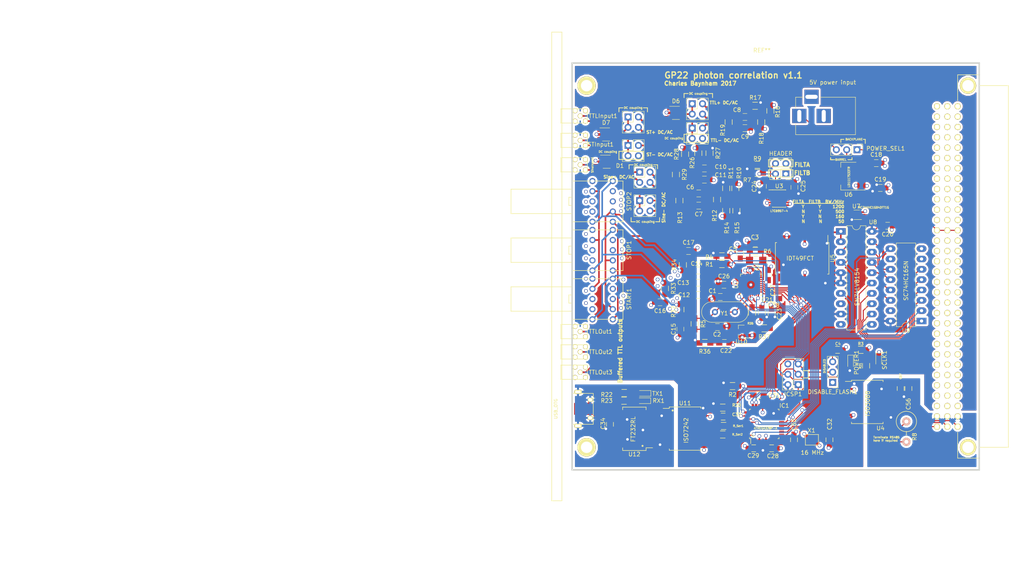
<source format=kicad_pcb>
(kicad_pcb (version 20171130) (host pcbnew "(5.0.0)")
  (layers (0 F.Cu signal) (1 In1.Cu signal) (2 In2.Cu signal) (31 B.Cu signal) (34 B.Paste user) (35 F.Paste user) (36 B.SilkS user) (37 F.SilkS user) (38 B.Mask user) (39 F.Mask user) (44 Edge.Cuts user))
  (net 0 "")
  (net 1 /DIYino/USB_RESET_OUT)
  (net 2 /DIYino/USB_3V3)
  (net 3 /DIYino/USB_GND)
  (net 4 /DIYino/USB_5V)
  (net 5 /DIYino/USB_D-)
  (net 6 /DIYino/USB_D+)
  (net 7 /DIYino/RX)
  (net 8 /DIYino/TX)
  (net 9 /DIYino/USB_RESET_IN)
  (net 10 /RS485_A)
  (net 11 /RS485_B)
  (net 12 /RS485_+5V)
  (net 13 /ARD_RST)
  (net 14 "Net-(C31-Pad1)")
  (net 15 "Net-(U11-Pad3)")
  (net 16 "Net-(U11-Pad5)")
  (net 17 "Net-(C4-Pad1)")
  (net 18 "Net-(C30-Pad2)")
  (net 19 "Net-(C32-Pad1)")
  (net 20 /RS485_DE)
  (net 21 /RS485_D)
  (net 22 /RS485_R)
  (net 23 /RS485_RE)
  (net 24 /RS485_GND)
  (net 25 GND)
  (net 26 /BPSubsheet/+24V)
  (net 27 /BPSubsheet/-15V)
  (net 28 /BPSubsheet/+15V)
  (net 29 /BPSubsheet/-12V)
  (net 30 /BPSubsheet/+12V)
  (net 31 /BPSubsheet/-5V)
  (net 32 "Net-(C1-Pad2)")
  (net 33 "Net-(C2-Pad2)")
  (net 34 "Net-(C3-Pad1)")
  (net 35 "Net-(C5-Pad1)")
  (net 36 /StraightThrough)
  (net 37 /GP22_START)
  (net 38 /GP22_STOP1)
  (net 39 /GP22_STOP2)
  (net 40 "Net-(C15-Pad1)")
  (net 41 "Net-(C16-Pad1)")
  (net 42 "Net-(C17-Pad1)")
  (net 43 "Net-(C18-Pad1)")
  (net 44 +3V3)
  (net 45 /GP22_VIO)
  (net 46 "Net-(C22-Pad1)")
  (net 47 /GP22_VCC)
  (net 48 /~CTR_CLR)
  (net 49 /CTR_LOAD)
  (net 50 /CTR_BIT_SEL)
  (net 51 /GP22_CS)
  (net 52 /GP22_MOSI)
  (net 53 /GP22_MISO)
  (net 54 /GP22_SCK)
  (net 55 /GP22_INT)
  (net 56 /GP22_EN_START)
  (net 57 /GP22_EN_STOP1)
  (net 58 /GP22_EN_STOP2)
  (net 59 /REG_DATA)
  (net 60 /REG_LOAD)
  (net 61 /REG_CLK)
  (net 62 /TTLBufferedOut1)
  (net 63 /InputCoupling/InputSignal)
  (net 64 /InputCoupling/InputGnd)
  (net 65 /InputCoupling2/InputSignal)
  (net 66 /InputCoupling2/InputGnd)
  (net 67 /InputCoupling3/InputSignal)
  (net 68 /InputCoupling3/InputGnd)
  (net 69 /TTLBufferedOut2)
  (net 70 /TTLBufferedOut3)
  (net 71 "Net-(R35-Pad2)")
  (net 72 /SineRectified)
  (net 73 /TTLBuffered)
  (net 74 /TTLBufferedOut_toCounter)
  (net 75 /Counter/~CTR_GAL)
  (net 76 "Net-(U8-Pad12)")
  (net 77 "Net-(U8-Pad13)")
  (net 78 "Net-(U8-Pad14)")
  (net 79 "Net-(U8-Pad15)")
  (net 80 "Net-(U8-Pad16)")
  (net 81 "Net-(U8-Pad17)")
  (net 82 "Net-(U8-Pad18)")
  (net 83 "Net-(U8-Pad19)")
  (net 84 /InputCoupling/RF_2)
  (net 85 /InputCoupling/RF_4)
  (net 86 /InputCoupling2/RF_2)
  (net 87 /InputCoupling2/RF_4)
  (net 88 /InputCoupling3/RF_2)
  (net 89 /InputCoupling3/RF_4)
  (net 90 /InputCoupling/OutputS+)
  (net 91 /InputCoupling/OutputS-)
  (net 92 /InputCoupling2/OutputS+)
  (net 93 "Net-(CON1-Pad1)")
  (net 94 /Backplane_5V)
  (net 95 /BPSubsheet/+3.3V)
  (net 96 /DIYino/D0/RX)
  (net 97 /DIYino/D1/TX)
  (net 98 /G1)
  (net 99 /G2)
  (net 100 /G3)
  (net 101 "Net-(D1-Pad1)")
  (net 102 "Net-(D1-Pad5)")
  (net 103 "Net-(D6-Pad1)")
  (net 104 "Net-(D6-Pad5)")
  (net 105 "Net-(D7-Pad1)")
  (net 106 "Net-(D7-Pad5)")
  (net 107 /DIYino/A7_inputonly)
  (net 108 "Net-(P4-Pad4)")
  (net 109 "Net-(U1-PadC17)")
  (net 110 "Net-(U1-PadC18)")
  (net 111 "Net-(U1-PadC19)")
  (net 112 "Net-(U1-PadC20)")
  (net 113 /BPSubsheet/21C)
  (net 114 /BPSubsheet/22C)
  (net 115 /BPSubsheet/23C)
  (net 116 /BPSubsheet/24C)
  (net 117 /BPSubsheet/25C)
  (net 118 /BPSubsheet/26C)
  (net 119 /BPSubsheet/27C)
  (net 120 /BPSubsheet/28C)
  (net 121 /BPSubsheet/29C)
  (net 122 /BPSubsheet/30C)
  (net 123 /BPSubsheet/30B)
  (net 124 /BPSubsheet/29B)
  (net 125 /BPSubsheet/28B)
  (net 126 /BPSubsheet/27B)
  (net 127 /BPSubsheet/26B)
  (net 128 /BPSubsheet/25B)
  (net 129 /BPSubsheet/24B)
  (net 130 /BPSubsheet/23B)
  (net 131 /BPSubsheet/22B)
  (net 132 /BPSubsheet/21B)
  (net 133 "Net-(U1-PadB20)")
  (net 134 "Net-(U1-PadB19)")
  (net 135 "Net-(U1-PadB18)")
  (net 136 "Net-(U1-PadB17)")
  (net 137 "Net-(U1-PadA17)")
  (net 138 "Net-(U1-PadA18)")
  (net 139 "Net-(U1-PadA19)")
  (net 140 "Net-(U1-PadA20)")
  (net 141 /BPSubsheet/21A)
  (net 142 /BPSubsheet/22A)
  (net 143 /BPSubsheet/23A)
  (net 144 /BPSubsheet/24A)
  (net 145 /BPSubsheet/25A)
  (net 146 /BPSubsheet/26A)
  (net 147 /BPSubsheet/27A)
  (net 148 /BPSubsheet/28A)
  (net 149 /BPSubsheet/29A)
  (net 150 /BPSubsheet/30A)
  (net 151 /GP22_FIRE_UP)
  (net 152 /GP22_FIRE_DOWN)
  (net 153 /GP22_FIRE_IN)
  (net 154 "Net-(U2-Pad17)")
  (net 155 "Net-(U2-Pad18)")
  (net 156 "Net-(U2-Pad19)")
  (net 157 "Net-(U2-Pad20)")
  (net 158 "Net-(U2-Pad23)")
  (net 159 "Net-(U2-Pad24)")
  (net 160 "Net-(U3-Pad10)")
  (net 161 "Net-(U4-Pad11)")
  (net 162 "Net-(U4-Pad14)")
  (net 163 "Net-(U5-Pad11)")
  (net 164 "Net-(U5-Pad13)")
  (net 165 "Net-(U5-Pad14)")
  (net 166 "Net-(U5-Pad15)")
  (net 167 "Net-(U5-Pad17)")
  (net 168 "Net-(U5-Pad18)")
  (net 169 "Net-(U5-Pad19)")
  (net 170 "Net-(U8-Pad8)")
  (net 171 "Net-(U9-Pad7)")
  (net 172 /DIYino/ISO_OUTPUT)
  (net 173 "Net-(U11-Pad7)")
  (net 174 "Net-(U11-Pad10)")
  (net 175 "Net-(U11-Pad11)")
  (net 176 "Net-(U12-Pad3)")
  (net 177 "Net-(U12-Pad6)")
  (net 178 "Net-(U12-Pad8)")
  (net 179 "Net-(U12-Pad9)")
  (net 180 "Net-(U12-Pad10)")
  (net 181 "Net-(U12-Pad11)")
  (net 182 "Net-(U12-Pad12)")
  (net 183 "Net-(U12-Pad13)")
  (net 184 "Net-(U12-Pad14)")
  (net 185 "Net-(U12-Pad19)")
  (net 186 "Net-(U12-Pad24)")
  (net 187 "Net-(U12-Pad27)")
  (net 188 "Net-(U12-Pad28)")
  (net 189 "Net-(START1-Pad2a)")
  (net 190 "Net-(START1-Pad3b)")
  (net 191 "Net-(START1-Pad3a)")
  (net 192 "Net-(STOP1-Pad2a)")
  (net 193 "Net-(STOP1-Pad3b)")
  (net 194 "Net-(STOP1-Pad3a)")
  (net 195 "Net-(STOP2-Pad2a)")
  (net 196 "Net-(STOP2-Pad3b)")
  (net 197 "Net-(STOP2-Pad3a)")
  (net 198 "Net-(POWER1-Pad1)")
  (net 199 "Net-(R21-Pad2)")
  (net 200 "Net-(R22-Pad1)")
  (net 201 "Net-(R23-Pad1)")
  (net 202 "Net-(RX1-Pad1)")
  (net 203 "Net-(TX1-Pad1)")
  (net 204 "Net-(DISABLE_FLASH1-Pad1)")
  (net 205 "Net-(FILT_SEL1-Pad2)")
  (net 206 "Net-(FILT_SEL1-Pad4)")
  (module Custom:ViaHack (layer F.Cu) (at 189 95.4 270)
    (fp_text reference VIA** hide)
    (fp_text value ViaHack)
    (pad 1 thru_hole circle (at 0 0 270) (size 0.889 0.889) (drill 0.635) (layers *.Cu) (net 25 GND))
  )
  (module Capacitors_SMD:C_0805_HandSoldering (layer F.Cu) (at 191.6 100.4 270)
    (fp_text reference C15 (at 0 1.7 270) (layer F.SilkS))
    (fp_text value x)
    (pad 1 smd rect (at -1.25 0 270) (size 1.5 1.25) (layers F.Cu F.Paste F.Mask) (net 40 "Net-(C15-Pad1)"))
    (pad 2 smd rect (at 1.25 0 270) (size 1.5 1.25) (layers F.Cu F.Paste F.Mask) (net 25 GND))
  )
  (module Capacitors_SMD:C_0805_HandSoldering (layer F.Cu) (at 186.6 93.8 180)
    (fp_text reference C16 (at 0 -2.1 180) (layer F.SilkS))
    (fp_text value x)
    (pad 1 smd rect (at -1.25 0 180) (size 1.5 1.25) (layers F.Cu F.Paste F.Mask) (net 41 "Net-(C16-Pad1)"))
    (pad 2 smd rect (at 1.25 0 180) (size 1.5 1.25) (layers F.Cu F.Paste F.Mask) (net 25 GND))
  )
  (module Pin_Headers:Pin_Header_Straight_2x02_Pitch2.54mm (layer F.Cu) (at 178.75 55.25)
    (fp_text reference P12 hide)
    (fp_text value HEADER hide)
    (pad 1 thru_hole rect (at 0 0) (size 1.7 1.7) (drill 1) (layers *.Cu *.Mask) (net 68 /InputCoupling3/InputGnd))
    (pad 2 thru_hole oval (at 2.54 0) (size 1.7 1.7) (drill 1) (layers *.Cu *.Mask) (net 89 /InputCoupling3/RF_4))
    (pad 3 thru_hole oval (at 0 2.54) (size 1.7 1.7) (drill 1) (layers *.Cu *.Mask) (net 68 /InputCoupling3/InputGnd))
    (pad 4 thru_hole oval (at 2.54 2.54) (size 1.7 1.7) (drill 1) (layers *.Cu *.Mask) (net 25 GND))
  )
  (module Capacitors_SMD:C_0805_HandSoldering (layer F.Cu) (at 247.6 115 270)
    (fp_text reference C56 (at 3.8 0 270) (layer F.SilkS))
    (fp_text value 1u)
    (pad 1 smd rect (at -1.25 0 270) (size 1.5 1.25) (layers F.Cu F.Paste F.Mask) (net 12 /RS485_+5V))
    (pad 2 smd rect (at 1.25 0 270) (size 1.5 1.25) (layers F.Cu F.Paste F.Mask) (net 24 /RS485_GND))
  )
  (module Capacitors_SMD:C_0805_HandSoldering (layer F.Cu) (at 230.2 105.5)
    (fp_text reference C4 (at 0.1 -1.5) (layer F.SilkS) (effects (font (size 0.7 0.7) (thickness 0.125))))
    (fp_text value 1u)
    (pad 1 smd rect (at -1.25 0) (size 1.5 1.25) (layers F.Cu F.Paste F.Mask) (net 17 "Net-(C4-Pad1)"))
    (pad 2 smd rect (at 1.25 0) (size 1.5 1.25) (layers F.Cu F.Paste F.Mask) (net 25 GND))
  )
  (module Capacitors_SMD:C_0805_HandSoldering (layer F.Cu) (at 214 129.7)
    (fp_text reference C28 (at 0.3 1.9) (layer F.SilkS))
    (fp_text value 1u)
    (pad 1 smd rect (at -1.25 0) (size 1.5 1.25) (layers F.Cu F.Paste F.Mask) (net 44 +3V3))
    (pad 2 smd rect (at 1.25 0) (size 1.5 1.25) (layers F.Cu F.Paste F.Mask) (net 25 GND))
  )
  (module Capacitors_SMD:C_0805_HandSoldering (layer F.Cu) (at 210.8 116.6 180)
    (fp_text reference C31 (at -3.8 -0.1 180) (layer F.SilkS))
    (fp_text value 100n)
    (pad 1 smd rect (at -1.25 0 180) (size 1.5 1.25) (layers F.Cu F.Paste F.Mask) (net 14 "Net-(C31-Pad1)"))
    (pad 2 smd rect (at 1.25 0 180) (size 1.5 1.25) (layers F.Cu F.Paste F.Mask) (net 25 GND))
  )
  (module Capacitors_SMD:C_0805_HandSoldering (layer F.Cu) (at 209.6 129.7 180)
    (fp_text reference C29 (at 0.1 -1.8 180) (layer F.SilkS))
    (fp_text value 100n)
    (pad 1 smd rect (at -1.25 0 180) (size 1.5 1.25) (layers F.Cu F.Paste F.Mask) (net 44 +3V3))
    (pad 2 smd rect (at 1.25 0 180) (size 1.5 1.25) (layers F.Cu F.Paste F.Mask) (net 25 GND))
  )
  (module Capacitors_SMD:C_0805_HandSoldering (layer F.Cu) (at 202.1 121.9 180)
    (fp_text reference C33 (at -3.3 0.5 180) (layer F.SilkS) (effects (font (size 0.75 0.75))))
    (fp_text value 100n)
    (pad 1 smd rect (at -1.25 0 180) (size 1.5 1.25) (layers F.Cu F.Paste F.Mask) (net 13 /ARD_RST))
    (pad 2 smd rect (at 1.25 0 180) (size 1.5 1.25) (layers F.Cu F.Paste F.Mask) (net 1 /DIYino/USB_RESET_OUT))
  )
  (module Capacitors_SMD:C_0805_HandSoldering (layer F.Cu) (at 174.3 123.8 270)
    (fp_text reference C34 (at -0.2 1.7 270) (layer F.SilkS))
    (fp_text value 100n)
    (pad 1 smd rect (at -1.25 0 270) (size 1.5 1.25) (layers F.Cu F.Paste F.Mask) (net 2 /DIYino/USB_3V3))
    (pad 2 smd rect (at 1.25 0 270) (size 1.5 1.25) (layers F.Cu F.Paste F.Mask) (net 3 /DIYino/USB_GND))
  )
  (module Housings_QFP:LQFP-32_7x7mm_Pitch0.8mm (layer F.Cu) (at 212.2 123.7 90)
    (fp_text reference IC1 (at 4.5 4.9 180) (layer F.SilkS))
    (fp_text value ATMEGA328P-A (at -1.05 0.3 180) (layer F.SilkS) (effects (font (size 0.5 0.5) (thickness 0.125))))
    (pad 1 smd rect (at -4.25 -2.8 90) (size 1.2 0.6) (layers F.Cu F.Paste F.Mask) (net 21 /RS485_D))
    (pad 2 smd rect (at -4.25 -2 90) (size 1.2 0.6) (layers F.Cu F.Paste F.Mask) (net 20 /RS485_DE))
    (pad 3 smd rect (at -4.25 -1.2 90) (size 1.2 0.6) (layers F.Cu F.Paste F.Mask) (net 25 GND))
    (pad 4 smd rect (at -4.25 -0.4 90) (size 1.2 0.6) (layers F.Cu F.Paste F.Mask) (net 44 +3V3))
    (pad 5 smd rect (at -4.25 0.4 90) (size 1.2 0.6) (layers F.Cu F.Paste F.Mask) (net 25 GND))
    (pad 6 smd rect (at -4.25 1.2 90) (size 1.2 0.6) (layers F.Cu F.Paste F.Mask) (net 44 +3V3))
    (pad 7 smd rect (at -4.25 2 90) (size 1.2 0.6) (layers F.Cu F.Paste F.Mask) (net 18 "Net-(C30-Pad2)"))
    (pad 8 smd rect (at -4.25 2.8 90) (size 1.2 0.6) (layers F.Cu F.Paste F.Mask) (net 19 "Net-(C32-Pad1)"))
    (pad 9 smd rect (at -2.8 4.25 180) (size 1.2 0.6) (layers F.Cu F.Paste F.Mask) (net 23 /RS485_RE))
    (pad 10 smd rect (at -2 4.25 180) (size 1.2 0.6) (layers F.Cu F.Paste F.Mask) (net 22 /RS485_R))
    (pad 11 smd rect (at -1.2 4.25 180) (size 1.2 0.6) (layers F.Cu F.Paste F.Mask) (net 59 /REG_DATA))
    (pad 12 smd rect (at -0.4 4.25 180) (size 1.2 0.6) (layers F.Cu F.Paste F.Mask) (net 50 /CTR_BIT_SEL))
    (pad 13 smd rect (at 0.4 4.25 180) (size 1.2 0.6) (layers F.Cu F.Paste F.Mask) (net 49 /CTR_LOAD))
    (pad 14 smd rect (at 1.2 4.25 180) (size 1.2 0.6) (layers F.Cu F.Paste F.Mask) (net 51 /GP22_CS))
    (pad 15 smd rect (at 2 4.25 180) (size 1.2 0.6) (layers F.Cu F.Paste F.Mask) (net 52 /GP22_MOSI))
    (pad 16 smd rect (at 2.8 4.25 180) (size 1.2 0.6) (layers F.Cu F.Paste F.Mask) (net 53 /GP22_MISO))
    (pad 17 smd rect (at 4.25 2.8 90) (size 1.2 0.6) (layers F.Cu F.Paste F.Mask) (net 54 /GP22_SCK))
    (pad 18 smd rect (at 4.25 2 90) (size 1.2 0.6) (layers F.Cu F.Paste F.Mask) (net 44 +3V3))
    (pad 19 smd rect (at 4.25 1.2 90) (size 1.2 0.6) (layers F.Cu F.Paste F.Mask) (net 51 /GP22_CS))
    (pad 20 smd rect (at 4.25 0.4 90) (size 1.2 0.6) (layers F.Cu F.Paste F.Mask) (net 14 "Net-(C31-Pad1)"))
    (pad 21 smd rect (at 4.25 -0.4 90) (size 1.2 0.6) (layers F.Cu F.Paste F.Mask) (net 25 GND))
    (pad 22 smd rect (at 4.25 -1.2 90) (size 1.2 0.6) (layers F.Cu F.Paste F.Mask) (net 107 /DIYino/A7_inputonly))
    (pad 23 smd rect (at 4.25 -2 90) (size 1.2 0.6) (layers F.Cu F.Paste F.Mask) (net 58 /GP22_EN_STOP2))
    (pad 24 smd rect (at 4.25 -2.8 90) (size 1.2 0.6) (layers F.Cu F.Paste F.Mask) (net 57 /GP22_EN_STOP1))
    (pad 25 smd rect (at 2.8 -4.25 180) (size 1.2 0.6) (layers F.Cu F.Paste F.Mask) (net 55 /GP22_INT))
    (pad 26 smd rect (at 2 -4.25 180) (size 1.2 0.6) (layers F.Cu F.Paste F.Mask) (net 56 /GP22_EN_START))
    (pad 27 smd rect (at 1.2 -4.25 180) (size 1.2 0.6) (layers F.Cu F.Paste F.Mask) (net 48 /~CTR_CLR))
    (pad 28 smd rect (at 0.4 -4.25 180) (size 1.2 0.6) (layers F.Cu F.Paste F.Mask) (net 61 /REG_CLK))
    (pad 29 smd rect (at -0.4 -4.25 180) (size 1.2 0.6) (layers F.Cu F.Paste F.Mask) (net 13 /ARD_RST))
    (pad 30 smd rect (at -1.2 -4.25 180) (size 1.2 0.6) (layers F.Cu F.Paste F.Mask) (net 96 /DIYino/D0/RX))
    (pad 31 smd rect (at -2 -4.25 180) (size 1.2 0.6) (layers F.Cu F.Paste F.Mask) (net 97 /DIYino/D1/TX))
    (pad 32 smd rect (at -2.8 -4.25 180) (size 1.2 0.6) (layers F.Cu F.Paste F.Mask) (net 60 /REG_LOAD))
  )
  (module Resistors_SMD:R_0805_HandSoldering (layer F.Cu) (at 202 119.7)
    (fp_text reference R20 (at 3.4 -0.6) (layer F.SilkS) (effects (font (size 0.75 0.75))))
    (fp_text value 1k)
    (pad 1 smd rect (at -1.35 0) (size 1.5 1.3) (layers F.Cu F.Paste F.Mask) (net 44 +3V3))
    (pad 2 smd rect (at 1.35 0) (size 1.5 1.3) (layers F.Cu F.Paste F.Mask) (net 13 /ARD_RST))
  )
  (module Resistors_SMD:R_0805_HandSoldering (layer F.Cu) (at 177.75 118 180)
    (fp_text reference R23 (at 4.25 0 180) (layer F.SilkS))
    (fp_text value 100R)
    (pad 1 smd rect (at -1.35 0 180) (size 1.5 1.3) (layers F.Cu F.Paste F.Mask) (net 201 "Net-(R23-Pad1)"))
    (pad 2 smd rect (at 1.35 0 180) (size 1.5 1.3) (layers F.Cu F.Paste F.Mask) (net 4 /DIYino/USB_5V))
  )
  (module Resistors_SMD:R_0805_HandSoldering (layer F.Cu) (at 177.8 116.1 180)
    (fp_text reference R22 (at 4.3 -0.4) (layer F.SilkS))
    (fp_text value 100R)
    (pad 1 smd rect (at -1.35 0 180) (size 1.5 1.3) (layers F.Cu F.Paste F.Mask) (net 200 "Net-(R22-Pad1)"))
    (pad 2 smd rect (at 1.35 0 180) (size 1.5 1.3) (layers F.Cu F.Paste F.Mask) (net 4 /DIYino/USB_5V))
  )
  (module Resistors_SMD:R_0805_HandSoldering (layer F.Cu) (at 202.2 124.2 180)
    (fp_text reference R_Ser1 (at -3.6 0 180) (layer F.SilkS) (effects (font (size 0.5 0.5) (thickness 0.125))))
    (fp_text value 1k)
    (pad 1 smd rect (at -1.35 0 180) (size 1.5 1.3) (layers F.Cu F.Paste F.Mask) (net 96 /DIYino/D0/RX))
    (pad 2 smd rect (at 1.35 0 180) (size 1.5 1.3) (layers F.Cu F.Paste F.Mask) (net 7 /DIYino/RX))
  )
  (module Resistors_SMD:R_0805_HandSoldering (layer F.Cu) (at 202 126.3)
    (fp_text reference R_Ser2 (at 3.6 0) (layer F.SilkS) (effects (font (size 0.5 0.5) (thickness 0.125))))
    (fp_text value 1k)
    (pad 1 smd rect (at -1.35 0) (size 1.5 1.3) (layers F.Cu F.Paste F.Mask) (net 8 /DIYino/TX))
    (pad 2 smd rect (at 1.35 0) (size 1.5 1.3) (layers F.Cu F.Paste F.Mask) (net 97 /DIYino/D1/TX))
  )
  (module Housings_SOIC:SOIC-16_7.5x10.3mm_Pitch1.27mm (layer F.Cu) (at 192.75 124.855)
    (fp_text reference U11 (at 0 -6.25) (layer F.SilkS))
    (fp_text value ISO7242 (at 0.25 0.445 90) (layer F.SilkS))
    (pad 1 smd rect (at -4.65 -4.445) (size 1.5 0.6) (layers F.Cu F.Paste F.Mask) (net 4 /DIYino/USB_5V))
    (pad 2 smd rect (at -4.65 -3.175) (size 1.5 0.6) (layers F.Cu F.Paste F.Mask) (net 3 /DIYino/USB_GND))
    (pad 3 smd rect (at -4.65 -1.905) (size 1.5 0.6) (layers F.Cu F.Paste F.Mask) (net 15 "Net-(U11-Pad3)"))
    (pad 4 smd rect (at -4.65 -0.635) (size 1.5 0.6) (layers F.Cu F.Paste F.Mask) (net 9 /DIYino/USB_RESET_IN))
    (pad 5 smd rect (at -4.65 0.635) (size 1.5 0.6) (layers F.Cu F.Paste F.Mask) (net 16 "Net-(U11-Pad5)"))
    (pad 6 smd rect (at -4.65 1.905) (size 1.5 0.6) (layers F.Cu F.Paste F.Mask) (net 172 /DIYino/ISO_OUTPUT))
    (pad 7 smd rect (at -4.65 3.175) (size 1.5 0.6) (layers F.Cu F.Paste F.Mask) (net 173 "Net-(U11-Pad7)"))
    (pad 8 smd rect (at -4.65 4.445) (size 1.5 0.6) (layers F.Cu F.Paste F.Mask) (net 3 /DIYino/USB_GND))
    (pad 9 smd rect (at 4.65 4.445) (size 1.5 0.6) (layers F.Cu F.Paste F.Mask) (net 25 GND))
    (pad 10 smd rect (at 4.65 3.175) (size 1.5 0.6) (layers F.Cu F.Paste F.Mask) (net 174 "Net-(U11-Pad10)"))
    (pad 11 smd rect (at 4.65 1.905) (size 1.5 0.6) (layers F.Cu F.Paste F.Mask) (net 175 "Net-(U11-Pad11)"))
    (pad 12 smd rect (at 4.65 0.635) (size 1.5 0.6) (layers F.Cu F.Paste F.Mask) (net 8 /DIYino/TX))
    (pad 13 smd rect (at 4.65 -0.635) (size 1.5 0.6) (layers F.Cu F.Paste F.Mask) (net 1 /DIYino/USB_RESET_OUT))
    (pad 14 smd rect (at 4.65 -1.905) (size 1.5 0.6) (layers F.Cu F.Paste F.Mask) (net 7 /DIYino/RX))
    (pad 15 smd rect (at 4.65 -3.175) (size 1.5 0.6) (layers F.Cu F.Paste F.Mask) (net 25 GND))
    (pad 16 smd rect (at 4.65 -4.445) (size 1.5 0.6) (layers F.Cu F.Paste F.Mask) (net 44 +3V3))
  )
  (module Housings_SSOP:SSOP-28_5.3x10.2mm_Pitch0.65mm (layer F.Cu) (at 180.3 124.9 180)
    (fp_text reference U12 (at 0 -6.25 180) (layer F.SilkS))
    (fp_text value FT232RL (at 0.3 -0.1 270) (layer F.SilkS))
    (pad 1 smd rect (at -3.6 -4.225 180) (size 1.75 0.45) (layers F.Cu F.Paste F.Mask) (net 15 "Net-(U11-Pad3)"))
    (pad 2 smd rect (at -3.6 -3.575 180) (size 1.75 0.45) (layers F.Cu F.Paste F.Mask) (net 9 /DIYino/USB_RESET_IN))
    (pad 3 smd rect (at -3.6 -2.925 180) (size 1.75 0.45) (layers F.Cu F.Paste F.Mask) (net 176 "Net-(U12-Pad3)"))
    (pad 4 smd rect (at -3.6 -2.275 180) (size 1.75 0.45) (layers F.Cu F.Paste F.Mask) (net 4 /DIYino/USB_5V))
    (pad 5 smd rect (at -3.6 -1.625 180) (size 1.75 0.45) (layers F.Cu F.Paste F.Mask) (net 16 "Net-(U11-Pad5)"))
    (pad 6 smd rect (at -3.6 -0.975 180) (size 1.75 0.45) (layers F.Cu F.Paste F.Mask) (net 177 "Net-(U12-Pad6)"))
    (pad 7 smd rect (at -3.6 -0.325 180) (size 1.75 0.45) (layers F.Cu F.Paste F.Mask) (net 3 /DIYino/USB_GND))
    (pad 8 smd rect (at -3.6 0.325 180) (size 1.75 0.45) (layers F.Cu F.Paste F.Mask) (net 178 "Net-(U12-Pad8)"))
    (pad 9 smd rect (at -3.6 0.975 180) (size 1.75 0.45) (layers F.Cu F.Paste F.Mask) (net 179 "Net-(U12-Pad9)"))
    (pad 10 smd rect (at -3.6 1.625 180) (size 1.75 0.45) (layers F.Cu F.Paste F.Mask) (net 180 "Net-(U12-Pad10)"))
    (pad 11 smd rect (at -3.6 2.275 180) (size 1.75 0.45) (layers F.Cu F.Paste F.Mask) (net 181 "Net-(U12-Pad11)"))
    (pad 12 smd rect (at -3.6 2.925 180) (size 1.75 0.45) (layers F.Cu F.Paste F.Mask) (net 182 "Net-(U12-Pad12)"))
    (pad 13 smd rect (at -3.6 3.575 180) (size 1.75 0.45) (layers F.Cu F.Paste F.Mask) (net 183 "Net-(U12-Pad13)"))
    (pad 14 smd rect (at -3.6 4.225 180) (size 1.75 0.45) (layers F.Cu F.Paste F.Mask) (net 184 "Net-(U12-Pad14)"))
    (pad 15 smd rect (at 3.6 4.225 180) (size 1.75 0.45) (layers F.Cu F.Paste F.Mask) (net 6 /DIYino/USB_D+))
    (pad 16 smd rect (at 3.6 3.575 180) (size 1.75 0.45) (layers F.Cu F.Paste F.Mask) (net 5 /DIYino/USB_D-))
    (pad 17 smd rect (at 3.6 2.925 180) (size 1.75 0.45) (layers F.Cu F.Paste F.Mask) (net 2 /DIYino/USB_3V3))
    (pad 18 smd rect (at 3.6 2.275 180) (size 1.75 0.45) (layers F.Cu F.Paste F.Mask) (net 3 /DIYino/USB_GND))
    (pad 19 smd rect (at 3.6 1.625 180) (size 1.75 0.45) (layers F.Cu F.Paste F.Mask) (net 185 "Net-(U12-Pad19)"))
    (pad 20 smd rect (at 3.6 0.975 180) (size 1.75 0.45) (layers F.Cu F.Paste F.Mask) (net 4 /DIYino/USB_5V))
    (pad 21 smd rect (at 3.6 0.325 180) (size 1.75 0.45) (layers F.Cu F.Paste F.Mask) (net 3 /DIYino/USB_GND))
    (pad 22 smd rect (at 3.6 -0.325 180) (size 1.75 0.45) (layers F.Cu F.Paste F.Mask) (net 202 "Net-(RX1-Pad1)"))
    (pad 23 smd rect (at 3.6 -0.975 180) (size 1.75 0.45) (layers F.Cu F.Paste F.Mask) (net 203 "Net-(TX1-Pad1)"))
    (pad 24 smd rect (at 3.6 -1.625 180) (size 1.75 0.45) (layers F.Cu F.Paste F.Mask) (net 186 "Net-(U12-Pad24)"))
    (pad 25 smd rect (at 3.6 -2.275 180) (size 1.75 0.45) (layers F.Cu F.Paste F.Mask) (net 3 /DIYino/USB_GND))
    (pad 26 smd rect (at 3.6 -2.925 180) (size 1.75 0.45) (layers F.Cu F.Paste F.Mask) (net 3 /DIYino/USB_GND))
    (pad 27 smd rect (at 3.6 -3.575 180) (size 1.75 0.45) (layers F.Cu F.Paste F.Mask) (net 187 "Net-(U12-Pad27)"))
    (pad 28 smd rect (at 3.6 -4.225 180) (size 1.75 0.45) (layers F.Cu F.Paste F.Mask) (net 188 "Net-(U12-Pad28)"))
  )
  (module Capacitors_SMD:C_0805_HandSoldering (layer F.Cu) (at 228.2 127.6 270)
    (fp_text reference C32 (at -3.85 -0.05 270) (layer F.SilkS))
    (fp_text value 8p)
    (pad 1 smd rect (at -1.25 0 270) (size 1.5 1.25) (layers F.Cu F.Paste F.Mask) (net 19 "Net-(C32-Pad1)"))
    (pad 2 smd rect (at 1.25 0 270) (size 1.5 1.25) (layers F.Cu F.Paste F.Mask) (net 25 GND))
  )
  (module Capacitors_SMD:C_0805_HandSoldering (layer F.Cu) (at 219.5 127.6 270)
    (fp_text reference C30 (at -3.7 0 270) (layer F.SilkS))
    (fp_text value 8p)
    (pad 1 smd rect (at -1.25 0 270) (size 1.5 1.25) (layers F.Cu F.Paste F.Mask) (net 25 GND))
    (pad 2 smd rect (at 1.25 0 270) (size 1.5 1.25) (layers F.Cu F.Paste F.Mask) (net 18 "Net-(C30-Pad2)"))
  )
  (module Custom:MICRO-B_USB_TOP_MOUNT (layer F.Cu) (at 165 120 270)
    (fp_text reference P4 hide)
    (fp_text value USB_OTG (at 0 4 270) (layer F.SilkS) (effects (font (size 0.762 0.762) (thickness 0.127))))
    (pad 6 thru_hole oval (at -4.175 -1.45 270) (size 1 1.9) (drill oval 0.6 1.3) (layers *.Cu *.Mask F.SilkS) (net 3 /DIYino/USB_GND))
    (pad 6 thru_hole oval (at 4.175 -1.45 270) (size 1 1.9) (drill oval 0.6 1.3) (layers *.Cu *.Mask F.SilkS) (net 3 /DIYino/USB_GND))
    (pad "" connect rect (at 0 -1.45 270) (size 2.9 1.9) (layers F.Cu F.Mask))
    (pad 6 thru_hole oval (at -2.225 -4.45 270) (size 1.05 1.25) (drill oval 0.65 0.85) (layers *.Cu *.Mask F.SilkS) (net 3 /DIYino/USB_GND))
    (pad 6 thru_hole oval (at 2.225 -4.45 270) (size 1.05 1.25) (drill oval 0.65 0.85) (layers *.Cu *.Mask F.SilkS) (net 3 /DIYino/USB_GND))
    (pad 1 smd rect (at 1.3 -4.125 270) (size 0.4 1.35) (layers F.Cu F.Paste F.Mask) (net 4 /DIYino/USB_5V))
    (pad 2 smd rect (at 0.65 -4.125 270) (size 0.4 1.35) (layers F.Cu F.Paste F.Mask) (net 5 /DIYino/USB_D-))
    (pad 3 smd rect (at 0 -4.125 270) (size 0.4 1.35) (layers F.Cu F.Paste F.Mask) (net 6 /DIYino/USB_D+))
    (pad 4 smd rect (at -0.65 -4.125 270) (size 0.4 1.35) (layers F.Cu F.Paste F.Mask) (net 108 "Net-(P4-Pad4)"))
    (pad 5 smd rect (at -1.3 -4.125 270) (size 0.4 1.35) (layers F.Cu F.Paste F.Mask) (net 3 /DIYino/USB_GND))
  )
  (module Resistors_SMD:R_0805_HandSoldering (layer F.Cu) (at 235.9 105.5)
    (fp_text reference R3 (at 0 -1.5) (layer F.SilkS) (effects (font (size 0.7 0.7))))
    (fp_text value 100R)
    (pad 1 smd rect (at -1.35 0) (size 1.5 1.3) (layers F.Cu F.Paste F.Mask) (net 198 "Net-(POWER1-Pad1)"))
    (pad 2 smd rect (at 1.35 0) (size 1.5 1.3) (layers F.Cu F.Paste F.Mask) (net 25 GND))
  )
  (module Resistors_SMD:R_0805_HandSoldering (layer F.Cu) (at 237.2 109.4 90)
    (fp_text reference R21 (at 0 -1.4 90) (layer F.SilkS) (effects (font (size 0.5 0.5) (thickness 0.125))))
    (fp_text value 100R)
    (pad 1 smd rect (at -1.35 0 90) (size 1.5 1.3) (layers F.Cu F.Paste F.Mask) (net 54 /GP22_SCK))
    (pad 2 smd rect (at 1.35 0 90) (size 1.5 1.3) (layers F.Cu F.Paste F.Mask) (net 199 "Net-(R21-Pad2)"))
  )
  (module Housings_SOIC:SOIC-16W_7.5x10.3mm_Pitch1.27mm (layer F.Cu) (at 237.5 118.3)
    (fp_text reference U4 (at 3.25 6.45) (layer F.SilkS))
    (fp_text value ISO3088 (at 0.1 0.4 90) (layer F.SilkS))
    (pad 1 smd rect (at -4.65 -4.445) (size 1.5 0.6) (layers F.Cu F.Paste F.Mask) (net 44 +3V3))
    (pad 2 smd rect (at -4.65 -3.175) (size 1.5 0.6) (layers F.Cu F.Paste F.Mask) (net 25 GND))
    (pad 3 smd rect (at -4.65 -1.905) (size 1.5 0.6) (layers F.Cu F.Paste F.Mask) (net 22 /RS485_R))
    (pad 4 smd rect (at -4.65 -0.635) (size 1.5 0.6) (layers F.Cu F.Paste F.Mask) (net 23 /RS485_RE))
    (pad 5 smd rect (at -4.65 0.635) (size 1.5 0.6) (layers F.Cu F.Paste F.Mask) (net 20 /RS485_DE))
    (pad 6 smd rect (at -4.65 1.905) (size 1.5 0.6) (layers F.Cu F.Paste F.Mask) (net 21 /RS485_D))
    (pad 7 smd rect (at -4.65 3.175) (size 1.5 0.6) (layers F.Cu F.Paste F.Mask) (net 25 GND))
    (pad 8 smd rect (at -4.65 4.445) (size 1.5 0.6) (layers F.Cu F.Paste F.Mask) (net 25 GND))
    (pad 9 smd rect (at 4.65 4.445) (size 1.5 0.6) (layers F.Cu F.Paste F.Mask) (net 24 /RS485_GND))
    (pad 10 smd rect (at 4.65 3.175) (size 1.5 0.6) (layers F.Cu F.Paste F.Mask) (net 24 /RS485_GND))
    (pad 11 smd rect (at 4.65 1.905) (size 1.5 0.6) (layers F.Cu F.Paste F.Mask) (net 161 "Net-(U4-Pad11)"))
    (pad 12 smd rect (at 4.65 0.635) (size 1.5 0.6) (layers F.Cu F.Paste F.Mask) (net 10 /RS485_A))
    (pad 13 smd rect (at 4.65 -0.635) (size 1.5 0.6) (layers F.Cu F.Paste F.Mask) (net 11 /RS485_B))
    (pad 14 smd rect (at 4.65 -1.905) (size 1.5 0.6) (layers F.Cu F.Paste F.Mask) (net 162 "Net-(U4-Pad14)"))
    (pad 15 smd rect (at 4.65 -3.175) (size 1.5 0.6) (layers F.Cu F.Paste F.Mask) (net 24 /RS485_GND))
    (pad 16 smd rect (at 4.65 -4.445) (size 1.5 0.6) (layers F.Cu F.Paste F.Mask) (net 12 /RS485_+5V))
  )
  (module Capacitors_SMD:C_0805_HandSoldering (layer F.Cu) (at 245.7 115 270)
    (fp_text reference C57 (at -3 0 270) (layer F.SilkS) (effects (font (size 0.5 0.5) (thickness 0.125))))
    (fp_text value 100n)
    (pad 1 smd rect (at -1.25 0 270) (size 1.5 1.25) (layers F.Cu F.Paste F.Mask) (net 12 /RS485_+5V))
    (pad 2 smd rect (at 1.25 0 270) (size 1.5 1.25) (layers F.Cu F.Paste F.Mask) (net 24 /RS485_GND))
  )
  (module Crystals:crystal_FA238-TSX3225 (layer F.Cu) (at 223.9 127.6)
    (fp_text reference X1 (at -0.1 -2.3) (layer F.SilkS))
    (fp_text value "TSX-3225 X1E0000210013")
    (pad 1 smd rect (at -1.1 0.8) (size 1.4 1.2) (layers F.Cu F.Paste F.Mask) (net 18 "Net-(C30-Pad2)"))
    (pad 3 smd rect (at 1.1 0.8) (size 1.4 1.2) (layers F.Cu F.Paste F.Mask) (net 25 GND))
    (pad 3 smd rect (at -1.1 -0.8) (size 1.4 1.2) (layers F.Cu F.Paste F.Mask) (net 25 GND))
    (pad 2 smd rect (at 1.1 -0.8) (size 1.4 1.2) (layers F.Cu F.Paste F.Mask) (net 19 "Net-(C32-Pad1)"))
  )
  (module Resistors_ThroughHole:Resistor_Vertical_RM5mm (layer F.Cu) (at 247.1 125.6 270)
    (fp_text reference R8 (at 1.25 -2 270) (layer F.SilkS))
    (fp_text value RS485_TERM)
    (pad 1 thru_hole circle (at -2.49936 0 270) (size 1.99898 1.99898) (drill 1.00076) (layers *.Cu *.SilkS *.Mask) (net 10 /RS485_A))
    (pad 2 thru_hole circle (at 2.5019 0 270) (size 1.99898 1.99898) (drill 1.00076) (layers *.Cu *.SilkS *.Mask) (net 11 /RS485_B))
  )
  (module Backplane:96way_DIN_41612 (layer F.Cu) (at 265 85 90)
    (fp_text reference U1 hide)
    (fp_text value "Right Angle")
    (pad C1 thru_hole circle (at 39.37 -5.3 270) (size 1.50114 1.50114) (drill 1) (layers *.Cu *.Mask F.SilkS) (net 26 /BPSubsheet/+24V))
    (pad C2 thru_hole circle (at 36.83 -5.3 270) (size 1.50114 1.50114) (drill 1) (layers *.Cu *.Mask F.SilkS) (net 25 GND))
    (pad C4 thru_hole circle (at 31.75 -5.3 270) (size 1.50114 1.50114) (drill 1) (layers *.Cu *.Mask F.SilkS) (net 25 GND))
    (pad C3 thru_hole circle (at 34.29 -5.3 270) (size 1.50114 1.50114) (drill 1) (layers *.Cu *.Mask F.SilkS) (net 27 /BPSubsheet/-15V))
    (pad C5 thru_hole circle (at 29.21 -5.3 270) (size 1.50114 1.50114) (drill 1) (layers *.Cu *.Mask F.SilkS) (net 28 /BPSubsheet/+15V))
    (pad C6 thru_hole circle (at 26.67 -5.3 270) (size 1.50114 1.50114) (drill 1) (layers *.Cu *.Mask F.SilkS) (net 25 GND))
    (pad C7 thru_hole circle (at 24.13 -5.3 270) (size 1.50114 1.50114) (drill 1) (layers *.Cu *.Mask F.SilkS) (net 29 /BPSubsheet/-12V))
    (pad C8 thru_hole circle (at 21.59 -5.3 270) (size 1.50114 1.50114) (drill 1) (layers *.Cu *.Mask F.SilkS) (net 25 GND))
    (pad C9 thru_hole circle (at 19.05 -5.3 270) (size 1.50114 1.50114) (drill 1) (layers *.Cu *.Mask F.SilkS) (net 30 /BPSubsheet/+12V))
    (pad C10 thru_hole circle (at 16.51 -5.3 270) (size 1.50114 1.50114) (drill 1) (layers *.Cu *.Mask F.SilkS) (net 25 GND))
    (pad C11 thru_hole circle (at 13.97 -5.3 270) (size 1.50114 1.50114) (drill 1) (layers *.Cu *.Mask F.SilkS) (net 31 /BPSubsheet/-5V))
    (pad C12 thru_hole circle (at 11.43 -5.3 270) (size 1.50114 1.50114) (drill 1) (layers *.Cu *.Mask F.SilkS) (net 25 GND))
    (pad C13 thru_hole circle (at 8.89 -5.3 270) (size 1.50114 1.50114) (drill 1) (layers *.Cu *.Mask F.SilkS) (net 94 /Backplane_5V))
    (pad C14 thru_hole circle (at 6.35 -5.3 270) (size 1.50114 1.50114) (drill 1) (layers *.Cu *.Mask F.SilkS) (net 25 GND))
    (pad C15 thru_hole circle (at 3.81 -5.3 270) (size 1.50114 1.50114) (drill 1) (layers *.Cu *.Mask F.SilkS) (net 95 /BPSubsheet/+3.3V))
    (pad C16 thru_hole circle (at 1.27 -5.3 270) (size 1.50114 1.50114) (drill 1) (layers *.Cu *.Mask F.SilkS) (net 25 GND))
    (pad C17 thru_hole circle (at -1.27 -5.3 270) (size 1.50114 1.50114) (drill 1) (layers *.Cu *.Mask F.SilkS) (net 109 "Net-(U1-PadC17)"))
    (pad C18 thru_hole circle (at -3.81 -5.3 270) (size 1.50114 1.50114) (drill 1) (layers *.Cu *.Mask F.SilkS) (net 110 "Net-(U1-PadC18)"))
    (pad C19 thru_hole circle (at -6.35 -5.3 270) (size 1.50114 1.50114) (drill 1) (layers *.Cu *.Mask F.SilkS) (net 111 "Net-(U1-PadC19)"))
    (pad C20 thru_hole circle (at -8.89 -5.3 270) (size 1.50114 1.50114) (drill 1) (layers *.Cu *.Mask F.SilkS) (net 112 "Net-(U1-PadC20)"))
    (pad C21 thru_hole circle (at -11.43 -5.3 270) (size 1.50114 1.50114) (drill 1) (layers *.Cu *.Mask F.SilkS) (net 113 /BPSubsheet/21C))
    (pad C22 thru_hole circle (at -13.97 -5.3 270) (size 1.50114 1.50114) (drill 1) (layers *.Cu *.Mask F.SilkS) (net 114 /BPSubsheet/22C))
    (pad C23 thru_hole circle (at -16.51 -5.3 270) (size 1.50114 1.50114) (drill 1) (layers *.Cu *.Mask F.SilkS) (net 115 /BPSubsheet/23C))
    (pad C24 thru_hole circle (at -19.05 -5.3 270) (size 1.50114 1.50114) (drill 1) (layers *.Cu *.Mask F.SilkS) (net 116 /BPSubsheet/24C))
    (pad C25 thru_hole circle (at -21.59 -5.3 270) (size 1.50114 1.50114) (drill 1) (layers *.Cu *.Mask F.SilkS) (net 117 /BPSubsheet/25C))
    (pad C26 thru_hole circle (at -24.13 -5.3 270) (size 1.50114 1.50114) (drill 1) (layers *.Cu *.Mask F.SilkS) (net 118 /BPSubsheet/26C))
    (pad C27 thru_hole circle (at -26.67 -5.3 270) (size 1.50114 1.50114) (drill 1) (layers *.Cu *.Mask F.SilkS) (net 119 /BPSubsheet/27C))
    (pad C28 thru_hole circle (at -29.21 -5.3 270) (size 1.50114 1.50114) (drill 1) (layers *.Cu *.Mask F.SilkS) (net 120 /BPSubsheet/28C))
    (pad C29 thru_hole circle (at -31.75 -5.3 270) (size 1.50114 1.50114) (drill 1) (layers *.Cu *.Mask F.SilkS) (net 121 /BPSubsheet/29C))
    (pad C30 thru_hole circle (at -34.29 -5.3 270) (size 1.50114 1.50114) (drill 1) (layers *.Cu *.Mask F.SilkS) (net 122 /BPSubsheet/30C))
    (pad C31 thru_hole circle (at -36.83 -5.3 270) (size 1.50114 1.50114) (drill 1) (layers *.Cu *.Mask F.SilkS) (net 24 /RS485_GND))
    (pad C32 thru_hole circle (at -39.37 -5.3 270) (size 1.50114 1.50114) (drill 1) (layers *.Cu *.Mask F.SilkS) (net 12 /RS485_+5V))
    (pad B32 thru_hole circle (at -39.37 -7.84 270) (size 1.50114 1.50114) (drill 1) (layers *.Cu *.Mask F.SilkS) (net 11 /RS485_B))
    (pad B31 thru_hole circle (at -36.83 -7.84 270) (size 1.50114 1.50114) (drill 1) (layers *.Cu *.Mask F.SilkS) (net 24 /RS485_GND))
    (pad B30 thru_hole circle (at -34.29 -7.84 270) (size 1.50114 1.50114) (drill 1) (layers *.Cu *.Mask F.SilkS) (net 123 /BPSubsheet/30B))
    (pad B29 thru_hole circle (at -31.75 -7.84 270) (size 1.50114 1.50114) (drill 1) (layers *.Cu *.Mask F.SilkS) (net 124 /BPSubsheet/29B))
    (pad B28 thru_hole circle (at -29.21 -7.84 270) (size 1.50114 1.50114) (drill 1) (layers *.Cu *.Mask F.SilkS) (net 125 /BPSubsheet/28B))
    (pad B27 thru_hole circle (at -26.67 -7.84 270) (size 1.50114 1.50114) (drill 1) (layers *.Cu *.Mask F.SilkS) (net 126 /BPSubsheet/27B))
    (pad B26 thru_hole circle (at -24.13 -7.84 270) (size 1.50114 1.50114) (drill 1) (layers *.Cu *.Mask F.SilkS) (net 127 /BPSubsheet/26B))
    (pad B25 thru_hole circle (at -21.59 -7.84 270) (size 1.50114 1.50114) (drill 1) (layers *.Cu *.Mask F.SilkS) (net 128 /BPSubsheet/25B))
    (pad B24 thru_hole circle (at -19.05 -7.84 270) (size 1.50114 1.50114) (drill 1) (layers *.Cu *.Mask F.SilkS) (net 129 /BPSubsheet/24B))
    (pad B23 thru_hole circle (at -16.51 -7.84 270) (size 1.50114 1.50114) (drill 1) (layers *.Cu *.Mask F.SilkS) (net 130 /BPSubsheet/23B))
    (pad B22 thru_hole circle (at -13.97 -7.84 270) (size 1.50114 1.50114) (drill 1) (layers *.Cu *.Mask F.SilkS) (net 131 /BPSubsheet/22B))
    (pad B21 thru_hole circle (at -11.43 -7.84 270) (size 1.50114 1.50114) (drill 1) (layers *.Cu *.Mask F.SilkS) (net 132 /BPSubsheet/21B))
    (pad B20 thru_hole circle (at -8.89 -7.84 270) (size 1.50114 1.50114) (drill 1) (layers *.Cu *.Mask F.SilkS) (net 133 "Net-(U1-PadB20)"))
    (pad B19 thru_hole circle (at -6.35 -7.84 270) (size 1.50114 1.50114) (drill 1) (layers *.Cu *.Mask F.SilkS) (net 134 "Net-(U1-PadB19)"))
    (pad B18 thru_hole circle (at -3.81 -7.84 270) (size 1.50114 1.50114) (drill 1) (layers *.Cu *.Mask F.SilkS) (net 135 "Net-(U1-PadB18)"))
    (pad B17 thru_hole circle (at -1.27 -7.84 270) (size 1.50114 1.50114) (drill 1) (layers *.Cu *.Mask F.SilkS) (net 136 "Net-(U1-PadB17)"))
    (pad B16 thru_hole circle (at 1.27 -7.84 270) (size 1.50114 1.50114) (drill 1) (layers *.Cu *.Mask F.SilkS) (net 25 GND))
    (pad B15 thru_hole circle (at 3.81 -7.84 270) (size 1.50114 1.50114) (drill 1) (layers *.Cu *.Mask F.SilkS) (net 95 /BPSubsheet/+3.3V))
    (pad B14 thru_hole circle (at 6.35 -7.84 270) (size 1.50114 1.50114) (drill 1) (layers *.Cu *.Mask F.SilkS) (net 25 GND))
    (pad B13 thru_hole circle (at 8.89 -7.84 270) (size 1.50114 1.50114) (drill 1) (layers *.Cu *.Mask F.SilkS) (net 94 /Backplane_5V))
    (pad B12 thru_hole circle (at 11.43 -7.84 270) (size 1.50114 1.50114) (drill 1) (layers *.Cu *.Mask F.SilkS) (net 25 GND))
    (pad B11 thru_hole circle (at 13.97 -7.84 270) (size 1.50114 1.50114) (drill 1) (layers *.Cu *.Mask F.SilkS) (net 31 /BPSubsheet/-5V))
    (pad B10 thru_hole circle (at 16.51 -7.84 270) (size 1.50114 1.50114) (drill 1) (layers *.Cu *.Mask F.SilkS) (net 25 GND))
    (pad B9 thru_hole circle (at 19.05 -7.84 270) (size 1.50114 1.50114) (drill 1) (layers *.Cu *.Mask F.SilkS) (net 30 /BPSubsheet/+12V))
    (pad B8 thru_hole circle (at 21.59 -7.84 270) (size 1.50114 1.50114) (drill 1) (layers *.Cu *.Mask F.SilkS) (net 25 GND))
    (pad B7 thru_hole circle (at 24.13 -7.84 270) (size 1.50114 1.50114) (drill 1) (layers *.Cu *.Mask F.SilkS) (net 29 /BPSubsheet/-12V))
    (pad B6 thru_hole circle (at 26.67 -7.84 270) (size 1.50114 1.50114) (drill 1) (layers *.Cu *.Mask F.SilkS) (net 25 GND))
    (pad B5 thru_hole circle (at 29.21 -7.84 270) (size 1.50114 1.50114) (drill 1) (layers *.Cu *.Mask F.SilkS) (net 28 /BPSubsheet/+15V))
    (pad B3 thru_hole circle (at 34.29 -7.84 270) (size 1.50114 1.50114) (drill 1) (layers *.Cu *.Mask F.SilkS) (net 27 /BPSubsheet/-15V))
    (pad B4 thru_hole circle (at 31.75 -7.84 270) (size 1.50114 1.50114) (drill 1) (layers *.Cu *.Mask F.SilkS) (net 25 GND))
    (pad B2 thru_hole circle (at 36.83 -7.84 270) (size 1.50114 1.50114) (drill 1) (layers *.Cu *.Mask F.SilkS) (net 25 GND))
    (pad B1 thru_hole circle (at 39.37 -7.84 270) (size 1.50114 1.50114) (drill 1) (layers *.Cu *.Mask F.SilkS) (net 26 /BPSubsheet/+24V))
    (pad A1 thru_hole circle (at 39.37 -10.38 270) (size 1.50114 1.50114) (drill 1) (layers *.Cu *.Mask F.SilkS) (net 26 /BPSubsheet/+24V))
    (pad A2 thru_hole circle (at 36.83 -10.38 270) (size 1.50114 1.50114) (drill 1) (layers *.Cu *.Mask F.SilkS) (net 25 GND))
    (pad A4 thru_hole circle (at 31.75 -10.38 270) (size 1.50114 1.50114) (drill 1) (layers *.Cu *.Mask F.SilkS) (net 25 GND))
    (pad A3 thru_hole circle (at 34.29 -10.38 270) (size 1.50114 1.50114) (drill 1) (layers *.Cu *.Mask F.SilkS) (net 27 /BPSubsheet/-15V))
    (pad A5 thru_hole circle (at 29.21 -10.38 270) (size 1.50114 1.50114) (drill 1) (layers *.Cu *.Mask F.SilkS) (net 28 /BPSubsheet/+15V))
    (pad A6 thru_hole circle (at 26.67 -10.38 270) (size 1.50114 1.50114) (drill 1) (layers *.Cu *.Mask F.SilkS) (net 25 GND))
    (pad A7 thru_hole circle (at 24.13 -10.38 270) (size 1.50114 1.50114) (drill 1) (layers *.Cu *.Mask F.SilkS) (net 29 /BPSubsheet/-12V))
    (pad A8 thru_hole circle (at 21.59 -10.38 270) (size 1.50114 1.50114) (drill 1) (layers *.Cu *.Mask F.SilkS) (net 25 GND))
    (pad A9 thru_hole circle (at 19.05 -10.38 270) (size 1.50114 1.50114) (drill 1) (layers *.Cu *.Mask F.SilkS) (net 30 /BPSubsheet/+12V))
    (pad A10 thru_hole circle (at 16.51 -10.38 270) (size 1.50114 1.50114) (drill 1) (layers *.Cu *.Mask F.SilkS) (net 25 GND))
    (pad A11 thru_hole circle (at 13.97 -10.38 270) (size 1.50114 1.50114) (drill 1) (layers *.Cu *.Mask F.SilkS) (net 31 /BPSubsheet/-5V))
    (pad A12 thru_hole circle (at 11.43 -10.38 270) (size 1.50114 1.50114) (drill 1) (layers *.Cu *.Mask F.SilkS) (net 25 GND))
    (pad A13 thru_hole circle (at 8.89 -10.38 270) (size 1.50114 1.50114) (drill 1) (layers *.Cu *.Mask F.SilkS) (net 94 /Backplane_5V))
    (pad A14 thru_hole circle (at 6.35 -10.38 270) (size 1.50114 1.50114) (drill 1) (layers *.Cu *.Mask F.SilkS) (net 25 GND))
    (pad A15 thru_hole circle (at 3.81 -10.38 270) (size 1.50114 1.50114) (drill 1) (layers *.Cu *.Mask F.SilkS) (net 95 /BPSubsheet/+3.3V))
    (pad A16 thru_hole circle (at 1.27 -10.38 270) (size 1.50114 1.50114) (drill 1) (layers *.Cu *.Mask F.SilkS) (net 25 GND))
    (pad A17 thru_hole circle (at -1.27 -10.38 270) (size 1.50114 1.50114) (drill 1) (layers *.Cu *.Mask F.SilkS) (net 137 "Net-(U1-PadA17)"))
    (pad A18 thru_hole circle (at -3.81 -10.38 270) (size 1.50114 1.50114) (drill 1) (layers *.Cu *.Mask F.SilkS) (net 138 "Net-(U1-PadA18)"))
    (pad A19 thru_hole circle (at -6.35 -10.38 270) (size 1.50114 1.50114) (drill 1) (layers *.Cu *.Mask F.SilkS) (net 139 "Net-(U1-PadA19)"))
    (pad A20 thru_hole circle (at -8.89 -10.38 270) (size 1.50114 1.50114) (drill 1) (layers *.Cu *.Mask F.SilkS) (net 140 "Net-(U1-PadA20)"))
    (pad A21 thru_hole circle (at -11.43 -10.38 270) (size 1.50114 1.50114) (drill 1) (layers *.Cu *.Mask F.SilkS) (net 141 /BPSubsheet/21A))
    (pad A22 thru_hole circle (at -13.97 -10.38 270) (size 1.50114 1.50114) (drill 1) (layers *.Cu *.Mask F.SilkS) (net 142 /BPSubsheet/22A))
    (pad A23 thru_hole circle (at -16.51 -10.38 270) (size 1.50114 1.50114) (drill 1) (layers *.Cu *.Mask F.SilkS) (net 143 /BPSubsheet/23A))
    (pad A24 thru_hole circle (at -19.05 -10.38 270) (size 1.50114 1.50114) (drill 1) (layers *.Cu *.Mask F.SilkS) (net 144 /BPSubsheet/24A))
    (pad A25 thru_hole circle (at -21.59 -10.38 270) (size 1.50114 1.50114) (drill 1) (layers *.Cu *.Mask F.SilkS) (net 145 /BPSubsheet/25A))
    (pad A26 thru_hole circle (at -24.13 -10.38 270) (size 1.50114 1.50114) (drill 1) (layers *.Cu *.Mask F.SilkS) (net 146 /BPSubsheet/26A))
    (pad A27 thru_hole circle (at -26.67 -10.38 270) (size 1.50114 1.50114) (drill 1) (layers *.Cu *.Mask F.SilkS) (net 147 /BPSubsheet/27A))
    (pad A28 thru_hole circle (at -29.21 -10.38 270) (size 1.50114 1.50114) (drill 1) (layers *.Cu *.Mask F.SilkS) (net 148 /BPSubsheet/28A))
    (pad A29 thru_hole circle (at -31.75 -10.38 270) (size 1.50114 1.50114) (drill 1) (layers *.Cu *.Mask F.SilkS) (net 149 /BPSubsheet/29A))
    (pad A30 thru_hole circle (at -34.29 -10.38 270) (size 1.50114 1.50114) (drill 1) (layers *.Cu *.Mask F.SilkS) (net 150 /BPSubsheet/30A))
    (pad A31 thru_hole circle (at -36.83 -10.38 270) (size 1.50114 1.50114) (drill 1) (layers *.Cu *.Mask F.SilkS) (net 24 /RS485_GND))
    (pad A32 thru_hole circle (at -39.37 -10.38 270) (size 1.50114 1.50114) (drill 1) (layers *.Cu *.Mask F.SilkS) (net 10 /RS485_A))
    (pad "" thru_hole circle (at -44.45 -2.76 90) (size 4 4) (drill 2.8) (layers *.Cu *.Mask F.SilkS))
    (pad "" thru_hole circle (at 44.45 -2.76 90) (size 4 4) (drill 2.8) (layers *.Cu *.Mask F.SilkS))
  )
  (module Backplane:EuroBoard_100mmX100mm_IEC60297 (layer F.Cu) (at 165 135)
    (fp_text reference REF** (at 46.6344 -103.124) (layer F.SilkS))
    (fp_text value EuroBoard_100mmX100mm_holes-by-spec)
    (fp_line (start 0 0) (end 0 -100) (layer Edge.Cuts) (width 0.381))
    (fp_line (start 0 -100) (end 100 -100) (layer Edge.Cuts) (width 0.381))
    (fp_line (start 100 -100) (end 100 0) (layer Edge.Cuts) (width 0.381))
    (fp_line (start 100 0) (end 0 0) (layer Edge.Cuts) (width 0.381))
    (pad "" thru_hole circle (at 3.57 -5.55) (size 4.5 4.5) (drill 2.8) (layers *.Cu *.Mask F.SilkS))
    (pad "" thru_hole circle (at 3.57 -94.45) (size 4.5 4.5) (drill 2.8) (layers *.Cu *.Mask F.SilkS))
  )
  (module Capacitors_SMD:C_0805_HandSoldering (layer F.Cu) (at 200.7 99.9 180)
    (fp_text reference C2 (at 0.1 -1.8 180) (layer F.SilkS))
    (fp_text value 3p3)
    (pad 1 smd rect (at -1.25 0 180) (size 1.5 1.25) (layers F.Cu F.Paste F.Mask) (net 25 GND))
    (pad 2 smd rect (at 1.25 0 180) (size 1.5 1.25) (layers F.Cu F.Paste F.Mask) (net 33 "Net-(C2-Pad2)"))
  )
  (module Capacitors_SMD:C_0805_HandSoldering (layer F.Cu) (at 201.4 92.5)
    (fp_text reference C1 (at -1.9 -1.5) (layer F.SilkS))
    (fp_text value 3p3)
    (pad 1 smd rect (at -1.25 0) (size 1.5 1.25) (layers F.Cu F.Paste F.Mask) (net 25 GND))
    (pad 2 smd rect (at 1.25 0) (size 1.5 1.25) (layers F.Cu F.Paste F.Mask) (net 32 "Net-(C1-Pad2)"))
  )
  (module Capacitors_SMD:C_0805_HandSoldering (layer F.Cu) (at 210 79.3 180)
    (fp_text reference C3 (at 0.1 1.5 180) (layer F.SilkS))
    (fp_text value 3p3)
    (pad 1 smd rect (at -1.25 0 180) (size 1.5 1.25) (layers F.Cu F.Paste F.Mask) (net 34 "Net-(C3-Pad1)"))
    (pad 2 smd rect (at 1.25 0 180) (size 1.5 1.25) (layers F.Cu F.Paste F.Mask) (net 25 GND))
  )
  (module Capacitors_SMD:C_0805_HandSoldering (layer F.Cu) (at 206.3 81.8 90)
    (fp_text reference C5 (at 1.1 -1.8 180) (layer F.SilkS))
    (fp_text value 3p3)
    (pad 1 smd rect (at -1.25 0 90) (size 1.5 1.25) (layers F.Cu F.Paste F.Mask) (net 35 "Net-(C5-Pad1)"))
    (pad 2 smd rect (at 1.25 0 90) (size 1.5 1.25) (layers F.Cu F.Paste F.Mask) (net 25 GND))
  )
  (module Capacitors_SMD:C_0805_HandSoldering (layer F.Cu) (at 196.1 67.05)
    (fp_text reference C6 (at -2.1 -1.55) (layer F.SilkS))
    (fp_text value C_Small)
    (pad 1 smd rect (at -1.25 0) (size 1.5 1.25) (layers F.Cu F.Paste F.Mask) (net 84 /InputCoupling/RF_2))
    (pad 2 smd rect (at 1.25 0) (size 1.5 1.25) (layers F.Cu F.Paste F.Mask) (net 90 /InputCoupling/OutputS+))
  )
  (module Capacitors_SMD:C_0805_HandSoldering (layer F.Cu) (at 196.1 70.05 180)
    (fp_text reference C7 (at 0 -2.1 180) (layer F.SilkS))
    (fp_text value C_Small)
    (pad 1 smd rect (at -1.25 0 180) (size 1.5 1.25) (layers F.Cu F.Paste F.Mask) (net 91 /InputCoupling/OutputS-))
    (pad 2 smd rect (at 1.25 0 180) (size 1.5 1.25) (layers F.Cu F.Paste F.Mask) (net 85 /InputCoupling/RF_4))
  )
  (module Capacitors_SMD:C_0805_HandSoldering (layer F.Cu) (at 207.45 48.25)
    (fp_text reference C8 (at -1.95 -1.75) (layer F.SilkS))
    (fp_text value C_Small)
    (pad 1 smd rect (at -1.25 0) (size 1.5 1.25) (layers F.Cu F.Paste F.Mask) (net 86 /InputCoupling2/RF_2))
    (pad 2 smd rect (at 1.25 0) (size 1.5 1.25) (layers F.Cu F.Paste F.Mask) (net 92 /InputCoupling2/OutputS+))
  )
  (module Capacitors_SMD:C_0805_HandSoldering (layer F.Cu) (at 207.45 51 180)
    (fp_text reference C9 (at 0 -2.1 180) (layer F.SilkS))
    (fp_text value C_Small)
    (pad 1 smd rect (at -1.25 0 180) (size 1.5 1.25) (layers F.Cu F.Paste F.Mask) (net 25 GND))
    (pad 2 smd rect (at 1.25 0 180) (size 1.5 1.25) (layers F.Cu F.Paste F.Mask) (net 87 /InputCoupling2/RF_4))
  )
  (module Capacitors_SMD:C_0805_HandSoldering (layer F.Cu) (at 197.5 60.9)
    (fp_text reference C10 (at 4 -0.4) (layer F.SilkS))
    (fp_text value C_Small)
    (pad 1 smd rect (at -1.25 0) (size 1.5 1.25) (layers F.Cu F.Paste F.Mask) (net 88 /InputCoupling3/RF_2))
    (pad 2 smd rect (at 1.25 0) (size 1.5 1.25) (layers F.Cu F.Paste F.Mask) (net 36 /StraightThrough))
  )
  (module Capacitors_SMD:C_0805_HandSoldering (layer F.Cu) (at 197.5 63.65 180)
    (fp_text reference C11 (at -4 1.15 180) (layer F.SilkS))
    (fp_text value C_Small)
    (pad 1 smd rect (at -1.25 0 180) (size 1.5 1.25) (layers F.Cu F.Paste F.Mask) (net 25 GND))
    (pad 2 smd rect (at 1.25 0 180) (size 1.5 1.25) (layers F.Cu F.Paste F.Mask) (net 89 /InputCoupling3/RF_4))
  )
  (module Capacitors_SMD:C_0805_HandSoldering (layer F.Cu) (at 196 92)
    (fp_text reference C12 (at -3.5 0) (layer F.SilkS))
    (fp_text value 10n)
    (pad 1 smd rect (at -1.25 0) (size 1.5 1.25) (layers F.Cu F.Paste F.Mask) (net 37 /GP22_START))
    (pad 2 smd rect (at 1.25 0) (size 1.5 1.25) (layers F.Cu F.Paste F.Mask) (net 98 /G1))
  )
  (module Capacitors_SMD:C_0805_HandSoldering (layer F.Cu) (at 196 89)
    (fp_text reference C13 (at -3.7 0) (layer F.SilkS))
    (fp_text value 10n)
    (pad 1 smd rect (at -1.25 0) (size 1.5 1.25) (layers F.Cu F.Paste F.Mask) (net 38 /GP22_STOP1))
    (pad 2 smd rect (at 1.25 0) (size 1.5 1.25) (layers F.Cu F.Paste F.Mask) (net 99 /G2))
  )
  (module Capacitors_SMD:C_0805_HandSoldering (layer F.Cu) (at 196 86)
    (fp_text reference C14 (at -0.4 -1.7) (layer F.SilkS))
    (fp_text value 10n)
    (pad 1 smd rect (at -1.25 0) (size 1.5 1.25) (layers F.Cu F.Paste F.Mask) (net 39 /GP22_STOP2))
    (pad 2 smd rect (at 1.25 0) (size 1.5 1.25) (layers F.Cu F.Paste F.Mask) (net 100 /G3))
  )
  (module Capacitors_SMD:C_0805_HandSoldering (layer F.Cu) (at 193.6 81.2)
    (fp_text reference C17 (at 0 -2.1) (layer F.SilkS))
    (fp_text value x)
    (pad 1 smd rect (at -1.25 0) (size 1.5 1.25) (layers F.Cu F.Paste F.Mask) (net 42 "Net-(C17-Pad1)"))
    (pad 2 smd rect (at 1.25 0) (size 1.5 1.25) (layers F.Cu F.Paste F.Mask) (net 25 GND))
  )
  (module Capacitors_SMD:C_0805_HandSoldering (layer F.Cu) (at 239.7 59.6)
    (fp_text reference C18 (at 0 -2.1) (layer F.SilkS))
    (fp_text value 1u)
    (pad 1 smd rect (at -1.25 0) (size 1.5 1.25) (layers F.Cu F.Paste F.Mask) (net 43 "Net-(C18-Pad1)"))
    (pad 2 smd rect (at 1.25 0) (size 1.5 1.25) (layers F.Cu F.Paste F.Mask) (net 25 GND))
  )
  (module Capacitors_SMD:C_0805_HandSoldering (layer F.Cu) (at 240.7 65.7)
    (fp_text reference C19 (at 0 -2.1) (layer F.SilkS))
    (fp_text value 10u)
    (pad 1 smd rect (at -1.25 0) (size 1.5 1.25) (layers F.Cu F.Paste F.Mask) (net 44 +3V3))
    (pad 2 smd rect (at 1.25 0) (size 1.5 1.25) (layers F.Cu F.Paste F.Mask) (net 25 GND))
  )
  (module Capacitors_SMD:C_0805_HandSoldering (layer F.Cu) (at 211.6 96.4 270)
    (fp_text reference C21 (at -3.2 -1.3) (layer F.SilkS))
    (fp_text value 33u)
    (pad 1 smd rect (at -1.25 0 270) (size 1.5 1.25) (layers F.Cu F.Paste F.Mask) (net 45 /GP22_VIO))
    (pad 2 smd rect (at 1.25 0 270) (size 1.5 1.25) (layers F.Cu F.Paste F.Mask) (net 25 GND))
  )
  (module Capacitors_SMD:C_0805_HandSoldering (layer F.Cu) (at 202.4 103.8)
    (fp_text reference C22 (at 0.4 1.9) (layer F.SilkS))
    (fp_text value 4u7)
    (pad 1 smd rect (at -1.25 0) (size 1.5 1.25) (layers F.Cu F.Paste F.Mask) (net 46 "Net-(C22-Pad1)"))
    (pad 2 smd rect (at 1.25 0) (size 1.5 1.25) (layers F.Cu F.Paste F.Mask) (net 25 GND))
  )
  (module Capacitors_SMD:C_0805_HandSoldering (layer F.Cu) (at 214 96.6 90)
    (fp_text reference C23 (at -0.1 1.9 90) (layer F.SilkS))
    (fp_text value 33u)
    (pad 1 smd rect (at -1.25 0 90) (size 1.5 1.25) (layers F.Cu F.Paste F.Mask) (net 47 /GP22_VCC))
    (pad 2 smd rect (at 1.25 0 90) (size 1.5 1.25) (layers F.Cu F.Paste F.Mask) (net 25 GND))
  )
  (module Connect:BARREL_JACK (layer F.Cu) (at 220.8 48 180)
    (fp_text reference CON1)
    (fp_text value "5V power input" (at -8.2 8.25 180) (layer F.SilkS))
    (pad 1 thru_hole rect (at 0 0 180) (size 3.5 3.5) (drill oval 1 3) (layers *.Cu *.Mask) (net 93 "Net-(CON1-Pad1)"))
    (pad 2 thru_hole rect (at -6 0 180) (size 3.5 3.5) (drill oval 1 3) (layers *.Cu *.Mask) (net 25 GND))
    (pad 3 thru_hole rect (at -3 4.7 180) (size 3.5 3.5) (drill oval 3 1) (layers *.Cu *.Mask) (net 25 GND))
  )
  (module Pin_Headers:Pin_Header_Straight_2x02_Pitch2.54mm (layer F.Cu) (at 181.6 61.8)
    (fp_text reference P7 hide)
    (fp_text value HEADER hide)
    (pad 1 thru_hole rect (at 0 0) (size 1.7 1.7) (drill 1) (layers *.Cu *.Mask) (net 63 /InputCoupling/InputSignal))
    (pad 2 thru_hole oval (at 2.54 0) (size 1.7 1.7) (drill 1) (layers *.Cu *.Mask) (net 90 /InputCoupling/OutputS+))
    (pad 3 thru_hole oval (at 0 2.54) (size 1.7 1.7) (drill 1) (layers *.Cu *.Mask) (net 63 /InputCoupling/InputSignal))
    (pad 4 thru_hole oval (at 2.54 2.54) (size 1.7 1.7) (drill 1) (layers *.Cu *.Mask) (net 84 /InputCoupling/RF_2))
  )
  (module Pin_Headers:Pin_Header_Straight_2x02_Pitch2.54mm (layer F.Cu) (at 181.6 68.8)
    (fp_text reference P8 hide)
    (fp_text value HEADER hide)
    (pad 1 thru_hole rect (at 0 0) (size 1.7 1.7) (drill 1) (layers *.Cu *.Mask) (net 64 /InputCoupling/InputGnd))
    (pad 2 thru_hole oval (at 2.54 0) (size 1.7 1.7) (drill 1) (layers *.Cu *.Mask) (net 85 /InputCoupling/RF_4))
    (pad 3 thru_hole oval (at 0 2.54) (size 1.7 1.7) (drill 1) (layers *.Cu *.Mask) (net 64 /InputCoupling/InputGnd))
    (pad 4 thru_hole oval (at 2.54 2.54) (size 1.7 1.7) (drill 1) (layers *.Cu *.Mask) (net 91 /InputCoupling/OutputS-))
  )
  (module Pin_Headers:Pin_Header_Straight_2x02_Pitch2.54mm (layer F.Cu) (at 194.5 45)
    (fp_text reference P9 hide)
    (fp_text value HEADER hide)
    (pad 1 thru_hole rect (at 0 0) (size 1.7 1.7) (drill 1) (layers *.Cu *.Mask) (net 65 /InputCoupling2/InputSignal))
    (pad 2 thru_hole oval (at 2.54 0) (size 1.7 1.7) (drill 1) (layers *.Cu *.Mask) (net 92 /InputCoupling2/OutputS+))
    (pad 3 thru_hole oval (at 0 2.54) (size 1.7 1.7) (drill 1) (layers *.Cu *.Mask) (net 65 /InputCoupling2/InputSignal))
    (pad 4 thru_hole oval (at 2.54 2.54) (size 1.7 1.7) (drill 1) (layers *.Cu *.Mask) (net 86 /InputCoupling2/RF_2))
  )
  (module Pin_Headers:Pin_Header_Straight_2x02_Pitch2.54mm (layer F.Cu) (at 194.5 51)
    (fp_text reference P10 hide)
    (fp_text value HEADER hide)
    (pad 1 thru_hole rect (at 0 0) (size 1.7 1.7) (drill 1) (layers *.Cu *.Mask) (net 66 /InputCoupling2/InputGnd))
    (pad 2 thru_hole oval (at 2.54 0) (size 1.7 1.7) (drill 1) (layers *.Cu *.Mask) (net 87 /InputCoupling2/RF_4))
    (pad 3 thru_hole oval (at 0 2.54) (size 1.7 1.7) (drill 1) (layers *.Cu *.Mask) (net 66 /InputCoupling2/InputGnd))
    (pad 4 thru_hole oval (at 2.54 2.54) (size 1.7 1.7) (drill 1) (layers *.Cu *.Mask) (net 25 GND))
  )
  (module Pin_Headers:Pin_Header_Straight_2x02_Pitch2.54mm (layer F.Cu) (at 178.75 48.25)
    (fp_text reference P11 hide)
    (fp_text value HEADER hide)
    (pad 1 thru_hole rect (at 0 0) (size 1.7 1.7) (drill 1) (layers *.Cu *.Mask) (net 67 /InputCoupling3/InputSignal))
    (pad 2 thru_hole oval (at 2.54 0) (size 1.7 1.7) (drill 1) (layers *.Cu *.Mask) (net 36 /StraightThrough))
    (pad 3 thru_hole oval (at 0 2.54) (size 1.7 1.7) (drill 1) (layers *.Cu *.Mask) (net 67 /InputCoupling3/InputSignal))
    (pad 4 thru_hole oval (at 2.54 2.54) (size 1.7 1.7) (drill 1) (layers *.Cu *.Mask) (net 88 /InputCoupling3/RF_2))
  )
  (module Pin_Headers:Pin_Header_Straight_1x03_Pitch2.54mm (layer F.Cu) (at 234.98 56.3 270)
    (fp_text reference POWER_SEL1 (at -0.3 -7.02) (layer F.SilkS))
    (fp_text value JMP hide)
    (pad 1 thru_hole rect (at 0 0 270) (size 1.7 1.7) (drill 1) (layers *.Cu *.Mask) (net 94 /Backplane_5V))
    (pad 2 thru_hole oval (at 0 2.54 270) (size 1.7 1.7) (drill 1) (layers *.Cu *.Mask) (net 43 "Net-(C18-Pad1)"))
    (pad 3 thru_hole oval (at 0 5.08 270) (size 1.7 1.7) (drill 1) (layers *.Cu *.Mask) (net 93 "Net-(CON1-Pad1)"))
  )
  (module Resistors_SMD:R_0805_HandSoldering (layer F.Cu) (at 201.8 84.4)
    (fp_text reference R1 (at -3.1 0.1) (layer F.SilkS))
    (fp_text value 2M)
    (pad 1 smd rect (at -1.35 0) (size 1.5 1.3) (layers F.Cu F.Paste F.Mask) (net 44 +3V3))
    (pad 2 smd rect (at 1.35 0) (size 1.5 1.3) (layers F.Cu F.Paste F.Mask) (net 57 /GP22_EN_STOP1))
  )
  (module Resistors_SMD:R_0805_HandSoldering (layer F.Cu) (at 204.4 114.4 180)
    (fp_text reference R2 (at 0 -2.1 180) (layer F.SilkS))
    (fp_text value 2M)
    (pad 1 smd rect (at -1.35 0 180) (size 1.5 1.3) (layers F.Cu F.Paste F.Mask) (net 56 /GP22_EN_START))
    (pad 2 smd rect (at 1.35 0 180) (size 1.5 1.3) (layers F.Cu F.Paste F.Mask) (net 44 +3V3))
  )
  (module Resistors_SMD:R_0805_HandSoldering (layer F.Cu) (at 201.8 82.5)
    (fp_text reference R4 (at -3.1 0.2) (layer F.SilkS))
    (fp_text value 2M)
    (pad 1 smd rect (at -1.35 0) (size 1.5 1.3) (layers F.Cu F.Paste F.Mask) (net 44 +3V3))
    (pad 2 smd rect (at 1.35 0) (size 1.5 1.3) (layers F.Cu F.Paste F.Mask) (net 58 /GP22_EN_STOP2))
  )
  (module Resistors_SMD:R_0805_HandSoldering (layer F.Cu) (at 195.1 99.1 270)
    (fp_text reference R5 (at 0 -2.1 270) (layer F.SilkS))
    (fp_text value 1M)
    (pad 1 smd rect (at -1.35 0 270) (size 1.5 1.3) (layers F.Cu F.Paste F.Mask) (net 32 "Net-(C1-Pad2)"))
    (pad 2 smd rect (at 1.35 0 270) (size 1.5 1.3) (layers F.Cu F.Paste F.Mask) (net 33 "Net-(C2-Pad2)"))
  )
  (module Resistors_SMD:R_0805_HandSoldering (layer F.Cu) (at 210 81.2)
    (fp_text reference R6 (at 3 0.1) (layer F.SilkS))
    (fp_text value x)
    (pad 1 smd rect (at -1.35 0) (size 1.5 1.3) (layers F.Cu F.Paste F.Mask) (net 35 "Net-(C5-Pad1)"))
    (pad 2 smd rect (at 1.35 0) (size 1.5 1.3) (layers F.Cu F.Paste F.Mask) (net 34 "Net-(C3-Pad1)"))
  )
  (module Resistors_SMD:R_0805_HandSoldering (layer F.Cu) (at 210.5 62 180)
    (fp_text reference R7 (at 2.5 -1.75 180) (layer F.SilkS))
    (fp_text value 100k)
    (pad 1 smd rect (at -1.35 0 180) (size 1.5 1.3) (layers F.Cu F.Paste F.Mask) (net 205 "Net-(FILT_SEL1-Pad2)"))
    (pad 2 smd rect (at 1.35 0 180) (size 1.5 1.3) (layers F.Cu F.Paste F.Mask) (net 44 +3V3))
  )
  (module Resistors_SMD:R_0805_HandSoldering (layer F.Cu) (at 210.5 60)
    (fp_text reference R9 (at 0 -1.5) (layer F.SilkS))
    (fp_text value 100k)
    (pad 1 smd rect (at -1.35 0) (size 1.5 1.3) (layers F.Cu F.Paste F.Mask) (net 44 +3V3))
    (pad 2 smd rect (at 1.35 0) (size 1.5 1.3) (layers F.Cu F.Paste F.Mask) (net 206 "Net-(FILT_SEL1-Pad4)"))
  )
  (module Resistors_SMD:R_0805_HandSoldering (layer F.Cu) (at 205.1 65.8 90)
    (fp_text reference R10 (at 3.8 0.9 90) (layer F.SilkS))
    (fp_text value 10k)
    (pad 1 smd rect (at -1.35 0 90) (size 1.5 1.3) (layers F.Cu F.Paste F.Mask) (net 90 /InputCoupling/OutputS+))
    (pad 2 smd rect (at 1.35 0 90) (size 1.5 1.3) (layers F.Cu F.Paste F.Mask) (net 25 GND))
  )
  (module Resistors_SMD:R_0805_HandSoldering (layer F.Cu) (at 202.85 65.8 270)
    (fp_text reference R11 (at -3.8 -1.15 270) (layer F.SilkS))
    (fp_text value 10k)
    (pad 1 smd rect (at -1.35 0 270) (size 1.5 1.3) (layers F.Cu F.Paste F.Mask) (net 44 +3V3))
    (pad 2 smd rect (at 1.35 0 270) (size 1.5 1.3) (layers F.Cu F.Paste F.Mask) (net 90 /InputCoupling/OutputS+))
  )
  (module Resistors_SMD:R_0805_HandSoldering (layer F.Cu) (at 200.6 68.55 270)
    (fp_text reference R12 (at 3.95 0.6 270) (layer F.SilkS))
    (fp_text value 50R)
    (pad 1 smd rect (at -1.35 0 270) (size 1.5 1.3) (layers F.Cu F.Paste F.Mask) (net 90 /InputCoupling/OutputS+))
    (pad 2 smd rect (at 1.35 0 270) (size 1.5 1.3) (layers F.Cu F.Paste F.Mask) (net 91 /InputCoupling/OutputS-))
  )
  (module Resistors_SMD:R_0805_HandSoldering (layer F.Cu) (at 191.35 68.8 270)
    (fp_text reference R13 (at 4.2 -0.15 270) (layer F.SilkS))
    (fp_text value 50R)
    (pad 1 smd rect (at -1.35 0 270) (size 1.5 1.3) (layers F.Cu F.Paste F.Mask) (net 84 /InputCoupling/RF_2))
    (pad 2 smd rect (at 1.35 0 270) (size 1.5 1.3) (layers F.Cu F.Paste F.Mask) (net 85 /InputCoupling/RF_4))
  )
  (module Resistors_SMD:R_0805_HandSoldering (layer F.Cu) (at 202.85 71.3 90)
    (fp_text reference R14 (at -4.2 0.15 90) (layer F.SilkS))
    (fp_text value 10k)
    (pad 1 smd rect (at -1.35 0 90) (size 1.5 1.3) (layers F.Cu F.Paste F.Mask) (net 25 GND))
    (pad 2 smd rect (at 1.35 0 90) (size 1.5 1.3) (layers F.Cu F.Paste F.Mask) (net 91 /InputCoupling/OutputS-))
  )
  (module Resistors_SMD:R_0805_HandSoldering (layer F.Cu) (at 205.35 71.3 270)
    (fp_text reference R15 (at 4.2 -0.15 270) (layer F.SilkS))
    (fp_text value 10k)
    (pad 1 smd rect (at -1.35 0 270) (size 1.5 1.3) (layers F.Cu F.Paste F.Mask) (net 91 /InputCoupling/OutputS-))
    (pad 2 smd rect (at 1.35 0 270) (size 1.5 1.3) (layers F.Cu F.Paste F.Mask) (net 44 +3V3))
  )
  (module Resistors_SMD:R_0805_HandSoldering (layer F.Cu) (at 213.7 46.75 90)
    (fp_text reference R16 (at -0.25 1.8 90) (layer F.SilkS))
    (fp_text value 10k)
    (pad 1 smd rect (at -1.35 0 90) (size 1.5 1.3) (layers F.Cu F.Paste F.Mask) (net 92 /InputCoupling2/OutputS+))
    (pad 2 smd rect (at 1.35 0 90) (size 1.5 1.3) (layers F.Cu F.Paste F.Mask) (net 25 GND))
  )
  (module Resistors_SMD:R_0805_HandSoldering (layer F.Cu) (at 209.95 45.5 180)
    (fp_text reference R17 (at -0.05 2 180) (layer F.SilkS))
    (fp_text value 10k)
    (pad 1 smd rect (at -1.35 0 180) (size 1.5 1.3) (layers F.Cu F.Paste F.Mask) (net 44 +3V3))
    (pad 2 smd rect (at 1.35 0 180) (size 1.5 1.3) (layers F.Cu F.Paste F.Mask) (net 92 /InputCoupling2/OutputS+))
  )
  (module Resistors_SMD:R_0805_HandSoldering (layer F.Cu) (at 211.45 49.5 270)
    (fp_text reference R18 (at 4 -0.05 270) (layer F.SilkS))
    (fp_text value 50R)
    (pad 1 smd rect (at -1.35 0 270) (size 1.5 1.3) (layers F.Cu F.Paste F.Mask) (net 92 /InputCoupling2/OutputS+))
    (pad 2 smd rect (at 1.35 0 270) (size 1.5 1.3) (layers F.Cu F.Paste F.Mask) (net 25 GND))
  )
  (module Resistors_SMD:R_0805_HandSoldering (layer F.Cu) (at 203.45 49.5 270)
    (fp_text reference R19 (at 2 1.45 270) (layer F.SilkS))
    (fp_text value 50R)
    (pad 1 smd rect (at -1.35 0 270) (size 1.5 1.3) (layers F.Cu F.Paste F.Mask) (net 86 /InputCoupling2/RF_2))
    (pad 2 smd rect (at 1.35 0 270) (size 1.5 1.3) (layers F.Cu F.Paste F.Mask) (net 87 /InputCoupling2/RF_4))
  )
  (module Resistors_SMD:R_0805_HandSoldering (layer F.Cu) (at 196 57.15 90)
    (fp_text reference R26 (at -2.35 -1.5 90) (layer F.SilkS))
    (fp_text value 10k)
    (pad 1 smd rect (at -1.35 0 90) (size 1.5 1.3) (layers F.Cu F.Paste F.Mask) (net 36 /StraightThrough))
    (pad 2 smd rect (at 1.35 0 90) (size 1.5 1.3) (layers F.Cu F.Paste F.Mask) (net 25 GND))
  )
  (module Resistors_SMD:R_0805_HandSoldering (layer F.Cu) (at 198.75 57.15 270)
    (fp_text reference R27 (at 0 -2.1 270) (layer F.SilkS))
    (fp_text value 10k)
    (pad 1 smd rect (at -1.35 0 270) (size 1.5 1.3) (layers F.Cu F.Paste F.Mask) (net 44 +3V3))
    (pad 2 smd rect (at 1.35 0 270) (size 1.5 1.3) (layers F.Cu F.Paste F.Mask) (net 36 /StraightThrough))
  )
  (module Resistors_SMD:R_0805_HandSoldering (layer F.Cu) (at 192.75 57.4 90)
    (fp_text reference R28 (at 0 -2.1 90) (layer F.SilkS))
    (fp_text value 50R)
    (pad 1 smd rect (at -1.35 0 90) (size 1.5 1.3) (layers F.Cu F.Paste F.Mask) (net 36 /StraightThrough))
    (pad 2 smd rect (at 1.35 0 90) (size 1.5 1.3) (layers F.Cu F.Paste F.Mask) (net 25 GND))
  )
  (module Resistors_SMD:R_0805_HandSoldering (layer F.Cu) (at 190.5 62.4 270)
    (fp_text reference R29 (at 0 -2.1 270) (layer F.SilkS))
    (fp_text value 50R)
    (pad 1 smd rect (at -1.35 0 270) (size 1.5 1.3) (layers F.Cu F.Paste F.Mask) (net 88 /InputCoupling3/RF_2))
    (pad 2 smd rect (at 1.35 0 270) (size 1.5 1.3) (layers F.Cu F.Paste F.Mask) (net 89 /InputCoupling3/RF_4))
  )
  (module Resistors_SMD:R_0805_HandSoldering (layer F.Cu) (at 191.6 95.6 270)
    (fp_text reference R32 (at 0.5 1.7 270) (layer F.SilkS))
    (fp_text value 50R)
    (pad 1 smd rect (at -1.35 0 270) (size 1.5 1.3) (layers F.Cu F.Paste F.Mask) (net 37 /GP22_START))
    (pad 2 smd rect (at 1.35 0 270) (size 1.5 1.3) (layers F.Cu F.Paste F.Mask) (net 40 "Net-(C15-Pad1)"))
  )
  (module Resistors_SMD:R_0805_HandSoldering (layer F.Cu) (at 187.8 90.4 270)
    (fp_text reference R33 (at 0 -2.1 270) (layer F.SilkS))
    (fp_text value 50R)
    (pad 1 smd rect (at -1.35 0 270) (size 1.5 1.3) (layers F.Cu F.Paste F.Mask) (net 38 /GP22_STOP1))
    (pad 2 smd rect (at 1.35 0 270) (size 1.5 1.3) (layers F.Cu F.Paste F.Mask) (net 41 "Net-(C16-Pad1)"))
  )
  (module Resistors_SMD:R_0805_HandSoldering (layer F.Cu) (at 192.2 84.6 90)
    (fp_text reference R34 (at 0 -2.1 90) (layer F.SilkS))
    (fp_text value 50R)
    (pad 1 smd rect (at -1.35 0 90) (size 1.5 1.3) (layers F.Cu F.Paste F.Mask) (net 39 /GP22_STOP2))
    (pad 2 smd rect (at 1.35 0 90) (size 1.5 1.3) (layers F.Cu F.Paste F.Mask) (net 42 "Net-(C17-Pad1)"))
  )
  (module Resistors_SMD:R_0805_HandSoldering (layer F.Cu) (at 209.2 96.4 270)
    (fp_text reference R35 (at 2.6 0.4) (layer F.SilkS) (effects (font (size 0.5 0.5) (thickness 0.125))))
    (fp_text value 22R)
    (pad 1 smd rect (at -1.35 0 270) (size 1.5 1.3) (layers F.Cu F.Paste F.Mask) (net 45 /GP22_VIO))
    (pad 2 smd rect (at 1.35 0 270) (size 1.5 1.3) (layers F.Cu F.Paste F.Mask) (net 71 "Net-(R35-Pad2)"))
  )
  (module Resistors_SMD:R_0805_HandSoldering (layer F.Cu) (at 197.6 103.8 180)
    (fp_text reference R36 (at 0 -2.1 180) (layer F.SilkS))
    (fp_text value 1k)
    (pad 1 smd rect (at -1.35 0 180) (size 1.5 1.3) (layers F.Cu F.Paste F.Mask) (net 46 "Net-(C22-Pad1)"))
    (pad 2 smd rect (at 1.35 0 180) (size 1.5 1.3) (layers F.Cu F.Paste F.Mask) (net 44 +3V3))
  )
  (module Resistors_SMD:R_0805_HandSoldering (layer F.Cu) (at 212.2 100.2 180)
    (fp_text reference R37 (at 0 -2.1 180) (layer F.SilkS))
    (fp_text value 22R)
    (pad 1 smd rect (at -1.35 0 180) (size 1.5 1.3) (layers F.Cu F.Paste F.Mask) (net 47 /GP22_VCC))
    (pad 2 smd rect (at 1.35 0 180) (size 1.5 1.3) (layers F.Cu F.Paste F.Mask) (net 71 "Net-(R35-Pad2)"))
  )
  (module Housings_DFN_QFN:QFN-32-1EP_5x5mm_Pitch0.5mm (layer F.Cu) (at 209 89.5 90)
    (fp_text reference U2 (at 0 -3.75 90) (layer F.SilkS))
    (fp_text value GP22)
    (pad 1 smd rect (at -2.4 -1.75 90) (size 0.7 0.25) (layers F.Cu F.Paste F.Mask) (net 32 "Net-(C1-Pad2)"))
    (pad 2 smd rect (at -2.4 -1.25 90) (size 0.7 0.25) (layers F.Cu F.Paste F.Mask) (net 33 "Net-(C2-Pad2)"))
    (pad 3 smd rect (at -2.4 -0.75 90) (size 0.7 0.25) (layers F.Cu F.Paste F.Mask) (net 45 /GP22_VIO))
    (pad 4 smd rect (at -2.4 -0.25 90) (size 0.7 0.25) (layers F.Cu F.Paste F.Mask) (net 25 GND))
    (pad 5 smd rect (at -2.4 0.25 90) (size 0.7 0.25) (layers F.Cu F.Paste F.Mask) (net 151 /GP22_FIRE_UP))
    (pad 6 smd rect (at -2.4 0.75 90) (size 0.7 0.25) (layers F.Cu F.Paste F.Mask) (net 152 /GP22_FIRE_DOWN))
    (pad 7 smd rect (at -2.4 1.25 90) (size 0.7 0.25) (layers F.Cu F.Paste F.Mask) (net 153 /GP22_FIRE_IN))
    (pad 8 smd rect (at -2.4 1.75 90) (size 0.7 0.25) (layers F.Cu F.Paste F.Mask) (net 55 /GP22_INT))
    (pad 9 smd rect (at -1.75 2.4 180) (size 0.7 0.25) (layers F.Cu F.Paste F.Mask) (net 51 /GP22_CS))
    (pad 10 smd rect (at -1.25 2.4 180) (size 0.7 0.25) (layers F.Cu F.Paste F.Mask) (net 54 /GP22_SCK))
    (pad 11 smd rect (at -0.75 2.4 180) (size 0.7 0.25) (layers F.Cu F.Paste F.Mask) (net 52 /GP22_MOSI))
    (pad 12 smd rect (at -0.25 2.4 180) (size 0.7 0.25) (layers F.Cu F.Paste F.Mask) (net 53 /GP22_MISO))
    (pad 13 smd rect (at 0.25 2.4 180) (size 0.7 0.25) (layers F.Cu F.Paste F.Mask) (net 13 /ARD_RST))
    (pad 14 smd rect (at 0.75 2.4 180) (size 0.7 0.25) (layers F.Cu F.Paste F.Mask) (net 47 /GP22_VCC))
    (pad 15 smd rect (at 1.25 2.4 180) (size 0.7 0.25) (layers F.Cu F.Paste F.Mask) (net 34 "Net-(C3-Pad1)"))
    (pad 16 smd rect (at 1.75 2.4 180) (size 0.7 0.25) (layers F.Cu F.Paste F.Mask) (net 35 "Net-(C5-Pad1)"))
    (pad 17 smd rect (at 2.4 1.75 90) (size 0.7 0.25) (layers F.Cu F.Paste F.Mask) (net 154 "Net-(U2-Pad17)"))
    (pad 18 smd rect (at 2.4 1.25 90) (size 0.7 0.25) (layers F.Cu F.Paste F.Mask) (net 155 "Net-(U2-Pad18)"))
    (pad 19 smd rect (at 2.4 0.75 90) (size 0.7 0.25) (layers F.Cu F.Paste F.Mask) (net 156 "Net-(U2-Pad19)"))
    (pad 20 smd rect (at 2.4 0.25 90) (size 0.7 0.25) (layers F.Cu F.Paste F.Mask) (net 157 "Net-(U2-Pad20)"))
    (pad 21 smd rect (at 2.4 -0.25 90) (size 0.7 0.25) (layers F.Cu F.Paste F.Mask) (net 25 GND))
    (pad 22 smd rect (at 2.4 -0.75 90) (size 0.7 0.25) (layers F.Cu F.Paste F.Mask) (net 45 /GP22_VIO))
    (pad 23 smd rect (at 2.4 -1.25 90) (size 0.7 0.25) (layers F.Cu F.Paste F.Mask) (net 158 "Net-(U2-Pad23)"))
    (pad 24 smd rect (at 2.4 -1.75 90) (size 0.7 0.25) (layers F.Cu F.Paste F.Mask) (net 159 "Net-(U2-Pad24)"))
    (pad 25 smd rect (at 1.75 -2.4 180) (size 0.7 0.25) (layers F.Cu F.Paste F.Mask) (net 58 /GP22_EN_STOP2))
    (pad 26 smd rect (at 1.25 -2.4 180) (size 0.7 0.25) (layers F.Cu F.Paste F.Mask) (net 57 /GP22_EN_STOP1))
    (pad 27 smd rect (at 0.75 -2.4 180) (size 0.7 0.25) (layers F.Cu F.Paste F.Mask) (net 100 /G3))
    (pad 28 smd rect (at 0.25 -2.4 180) (size 0.7 0.25) (layers F.Cu F.Paste F.Mask) (net 25 GND))
    (pad 29 smd rect (at -0.25 -2.4 180) (size 0.7 0.25) (layers F.Cu F.Paste F.Mask) (net 47 /GP22_VCC))
    (pad 30 smd rect (at -0.75 -2.4 180) (size 0.7 0.25) (layers F.Cu F.Paste F.Mask) (net 99 /G2))
    (pad 31 smd rect (at -1.25 -2.4 180) (size 0.7 0.25) (layers F.Cu F.Paste F.Mask) (net 98 /G1))
    (pad 32 smd rect (at -1.75 -2.4 180) (size 0.7 0.25) (layers F.Cu F.Paste F.Mask) (net 56 /GP22_EN_START))
    (pad 33 smd rect (at 0.8625 0.8625 90) (size 1.725 1.725) (layers F.Cu F.Paste F.Mask) (net 25 GND))
    (pad 33 smd rect (at 0.8625 -0.8625 90) (size 1.725 1.725) (layers F.Cu F.Paste F.Mask) (net 25 GND))
    (pad 33 smd rect (at -0.8625 0.8625 90) (size 1.725 1.725) (layers F.Cu F.Paste F.Mask) (net 25 GND))
    (pad 33 smd rect (at -0.8625 -0.8625 90) (size 1.725 1.725) (layers F.Cu F.Paste F.Mask) (net 25 GND))
  )
  (module Housings_SSOP:MSOP-12_3x4mm_Pitch0.65mm (layer F.Cu) (at 215.85 68.3)
    (fp_text reference U3 (at 0 -3.05) (layer F.SilkS))
    (fp_text value LTC6957-4 (at 0 3.05) (layer F.SilkS) (effects (font (size 0.5 0.5) (thickness 0.125))))
    (pad 1 smd rect (at -2.105 -1.625) (size 0.89 0.42) (layers F.Cu F.Paste F.Mask) (net 206 "Net-(FILT_SEL1-Pad4)"))
    (pad 2 smd rect (at -2.105 -0.975) (size 0.89 0.42) (layers F.Cu F.Paste F.Mask) (net 44 +3V3))
    (pad 3 smd rect (at -2.105 -0.325) (size 0.89 0.42) (layers F.Cu F.Paste F.Mask) (net 90 /InputCoupling/OutputS+))
    (pad 4 smd rect (at -2.105 0.325) (size 0.89 0.42) (layers F.Cu F.Paste F.Mask) (net 91 /InputCoupling/OutputS-))
    (pad 5 smd rect (at -2.105 0.975) (size 0.89 0.42) (layers F.Cu F.Paste F.Mask) (net 25 GND))
    (pad 6 smd rect (at -2.105 1.625) (size 0.89 0.42) (layers F.Cu F.Paste F.Mask) (net 205 "Net-(FILT_SEL1-Pad2)"))
    (pad 7 smd rect (at 2.105 1.625) (size 0.89 0.42) (layers F.Cu F.Paste F.Mask) (net 25 GND))
    (pad 8 smd rect (at 2.105 0.975) (size 0.89 0.42) (layers F.Cu F.Paste F.Mask) (net 25 GND))
    (pad 9 smd rect (at 2.105 0.325) (size 0.89 0.42) (layers F.Cu F.Paste F.Mask) (net 72 /SineRectified))
    (pad 10 smd rect (at 2.105 -0.325) (size 0.89 0.42) (layers F.Cu F.Paste F.Mask) (net 160 "Net-(U3-Pad10)"))
    (pad 11 smd rect (at 2.105 -0.975) (size 0.89 0.42) (layers F.Cu F.Paste F.Mask) (net 44 +3V3))
    (pad 12 smd rect (at 2.105 -1.625) (size 0.89 0.42) (layers F.Cu F.Paste F.Mask) (net 44 +3V3))
  )
  (module Housings_SOIC:SOIC-20W_7.5x12.8mm_Pitch1.27mm (layer F.Cu) (at 221.5 83 270)
    (fp_text reference U5 (at 0 -7.5 270) (layer F.SilkS))
    (fp_text value IDT49FCT (at 0 0.5) (layer F.SilkS))
    (pad 1 smd rect (at -4.7 -5.715 270) (size 1.95 0.6) (layers F.Cu F.Paste F.Mask) (net 44 +3V3))
    (pad 2 smd rect (at -4.7 -4.445 270) (size 1.95 0.6) (layers F.Cu F.Paste F.Mask) (net 70 /TTLBufferedOut3))
    (pad 3 smd rect (at -4.7 -3.175 270) (size 1.95 0.6) (layers F.Cu F.Paste F.Mask) (net 69 /TTLBufferedOut2))
    (pad 4 smd rect (at -4.7 -1.905 270) (size 1.95 0.6) (layers F.Cu F.Paste F.Mask) (net 62 /TTLBufferedOut1))
    (pad 5 smd rect (at -4.7 -0.635 270) (size 1.95 0.6) (layers F.Cu F.Paste F.Mask) (net 25 GND))
    (pad 6 smd rect (at -4.7 0.635 270) (size 1.95 0.6) (layers F.Cu F.Paste F.Mask) (net 74 /TTLBufferedOut_toCounter))
    (pad 7 smd rect (at -4.7 1.905 270) (size 1.95 0.6) (layers F.Cu F.Paste F.Mask) (net 73 /TTLBuffered))
    (pad 8 smd rect (at -4.7 3.175 270) (size 1.95 0.6) (layers F.Cu F.Paste F.Mask) (net 25 GND))
    (pad 9 smd rect (at -4.7 4.445 270) (size 1.95 0.6) (layers F.Cu F.Paste F.Mask) (net 25 GND))
    (pad 10 smd rect (at -4.7 5.715 270) (size 1.95 0.6) (layers F.Cu F.Paste F.Mask) (net 92 /InputCoupling2/OutputS+))
    (pad 11 smd rect (at 4.7 5.715 270) (size 1.95 0.6) (layers F.Cu F.Paste F.Mask) (net 163 "Net-(U5-Pad11)"))
    (pad 12 smd rect (at 4.7 4.445 270) (size 1.95 0.6) (layers F.Cu F.Paste F.Mask) (net 44 +3V3))
    (pad 13 smd rect (at 4.7 3.175 270) (size 1.95 0.6) (layers F.Cu F.Paste F.Mask) (net 164 "Net-(U5-Pad13)"))
    (pad 14 smd rect (at 4.7 1.905 270) (size 1.95 0.6) (layers F.Cu F.Paste F.Mask) (net 165 "Net-(U5-Pad14)"))
    (pad 15 smd rect (at 4.7 0.635 270) (size 1.95 0.6) (layers F.Cu F.Paste F.Mask) (net 166 "Net-(U5-Pad15)"))
    (pad 16 smd rect (at 4.7 -0.635 270) (size 1.95 0.6) (layers F.Cu F.Paste F.Mask) (net 25 GND))
    (pad 17 smd rect (at 4.7 -1.905 270) (size 1.95 0.6) (layers F.Cu F.Paste F.Mask) (net 167 "Net-(U5-Pad17)"))
    (pad 18 smd rect (at 4.7 -3.175 270) (size 1.95 0.6) (layers F.Cu F.Paste F.Mask) (net 168 "Net-(U5-Pad18)"))
    (pad 19 smd rect (at 4.7 -4.445 270) (size 1.95 0.6) (layers F.Cu F.Paste F.Mask) (net 169 "Net-(U5-Pad19)"))
    (pad 20 smd rect (at 4.7 -5.715 270) (size 1.95 0.6) (layers F.Cu F.Paste F.Mask) (net 44 +3V3))
  )
  (module TO_SOT_Packages_SMD:SOT-223 (layer F.Cu) (at 232.9 62.8 180)
    (fp_text reference U6 (at 0 -4.5 180) (layer F.SilkS))
    (fp_text value LD1117S33TR (at -0.1 -0.2 270) (layer F.SilkS) (effects (font (size 0.5 0.5) (thickness 0.125))))
    (pad 4 smd rect (at 3.15 0 180) (size 2 3.8) (layers F.Cu F.Paste F.Mask))
    (pad 2 smd rect (at -3.15 0 180) (size 2 1.5) (layers F.Cu F.Paste F.Mask) (net 44 +3V3))
    (pad 3 smd rect (at -3.15 2.3 180) (size 2 1.5) (layers F.Cu F.Paste F.Mask) (net 43 "Net-(C18-Pad1)"))
    (pad 1 smd rect (at -3.15 -2.3 180) (size 2 1.5) (layers F.Cu F.Paste F.Mask) (net 25 GND))
  )
  (module TO_SOT_Packages_SMD:SOT-353_SC-70-5_Handsoldering (layer F.Cu) (at 234.9 72.3 180)
    (fp_text reference U7 (at 0.1 2.1 180) (layer F.SilkS))
    (fp_text value MC74VHC1G04DTT1G (at -4.1 1.8 180) (layer F.SilkS) (effects (font (size 0.5 0.5) (thickness 0.125))))
    (pad 1 smd rect (at -1.33 -0.65 180) (size 1.5 0.4) (layers F.Cu F.Paste F.Mask))
    (pad 2 smd rect (at -1.33 0 180) (size 1.5 0.4) (layers F.Cu F.Paste F.Mask) (net 50 /CTR_BIT_SEL))
    (pad 3 smd rect (at -1.33 0.65 180) (size 1.5 0.4) (layers F.Cu F.Paste F.Mask) (net 25 GND))
    (pad 4 smd rect (at 1.33 0.65 180) (size 1.5 0.4) (layers F.Cu F.Paste F.Mask) (net 75 /Counter/~CTR_GAL))
    (pad 5 smd rect (at 1.33 -0.65 180) (size 1.5 0.4) (layers F.Cu F.Paste F.Mask) (net 44 +3V3))
  )
  (module Housings_DIP:DIP-20_W7.62mm_LongPads (layer F.Cu) (at 231 76.375)
    (fp_text reference U8 (at 7.9 -2.275) (layer F.SilkS))
    (fp_text value SN74LV8154 (at 4 13.625 90) (layer F.SilkS))
    (pad 1 thru_hole rect (at 0 0) (size 2.4 1.6) (drill 0.8) (layers *.Cu *.Mask) (net 74 /TTLBufferedOut_toCounter))
    (pad 11 thru_hole oval (at 7.62 22.86) (size 2.4 1.6) (drill 0.8) (layers *.Cu *.Mask) (net 48 /~CTR_CLR))
    (pad 2 thru_hole oval (at 0 2.54) (size 2.4 1.6) (drill 0.8) (layers *.Cu *.Mask) (net 74 /TTLBufferedOut_toCounter))
    (pad 12 thru_hole oval (at 7.62 20.32) (size 2.4 1.6) (drill 0.8) (layers *.Cu *.Mask) (net 76 "Net-(U8-Pad12)"))
    (pad 3 thru_hole oval (at 0 5.08) (size 2.4 1.6) (drill 0.8) (layers *.Cu *.Mask) (net 75 /Counter/~CTR_GAL))
    (pad 13 thru_hole oval (at 7.62 17.78) (size 2.4 1.6) (drill 0.8) (layers *.Cu *.Mask) (net 77 "Net-(U8-Pad13)"))
    (pad 4 thru_hole oval (at 0 7.62) (size 2.4 1.6) (drill 0.8) (layers *.Cu *.Mask) (net 50 /CTR_BIT_SEL))
    (pad 14 thru_hole oval (at 7.62 15.24) (size 2.4 1.6) (drill 0.8) (layers *.Cu *.Mask) (net 78 "Net-(U8-Pad14)"))
    (pad 5 thru_hole oval (at 0 10.16) (size 2.4 1.6) (drill 0.8) (layers *.Cu *.Mask) (net 44 +3V3))
    (pad 15 thru_hole oval (at 7.62 12.7) (size 2.4 1.6) (drill 0.8) (layers *.Cu *.Mask) (net 79 "Net-(U8-Pad15)"))
    (pad 6 thru_hole oval (at 0 12.7) (size 2.4 1.6) (drill 0.8) (layers *.Cu *.Mask) (net 44 +3V3))
    (pad 16 thru_hole oval (at 7.62 10.16) (size 2.4 1.6) (drill 0.8) (layers *.Cu *.Mask) (net 80 "Net-(U8-Pad16)"))
    (pad 7 thru_hole oval (at 0 15.24) (size 2.4 1.6) (drill 0.8) (layers *.Cu *.Mask) (net 49 /CTR_LOAD))
    (pad 17 thru_hole oval (at 7.62 7.62) (size 2.4 1.6) (drill 0.8) (layers *.Cu *.Mask) (net 81 "Net-(U8-Pad17)"))
    (pad 8 thru_hole oval (at 0 17.78) (size 2.4 1.6) (drill 0.8) (layers *.Cu *.Mask) (net 170 "Net-(U8-Pad8)"))
    (pad 18 thru_hole oval (at 7.62 5.08) (size 2.4 1.6) (drill 0.8) (layers *.Cu *.Mask) (net 82 "Net-(U8-Pad18)"))
    (pad 9 thru_hole oval (at 0 20.32) (size 2.4 1.6) (drill 0.8) (layers *.Cu *.Mask) (net 44 +3V3))
    (pad 19 thru_hole oval (at 7.62 2.54) (size 2.4 1.6) (drill 0.8) (layers *.Cu *.Mask) (net 83 "Net-(U8-Pad19)"))
    (pad 10 thru_hole oval (at 0 22.86) (size 2.4 1.6) (drill 0.8) (layers *.Cu *.Mask) (net 25 GND))
    (pad 20 thru_hole oval (at 7.62 0) (size 2.4 1.6) (drill 0.8) (layers *.Cu *.Mask) (net 44 +3V3))
  )
  (module Housings_DIP:DIP-16_W7.62mm_LongPads (layer F.Cu) (at 250.825 98.4 180)
    (fp_text reference U9 (at 3.81 -2.39 180) (layer F.SilkS))
    (fp_text value SC74HC165N (at 3.825 9.9 270) (layer F.SilkS))
    (pad 1 thru_hole rect (at 0 0 180) (size 2.4 1.6) (drill 0.8) (layers *.Cu *.Mask) (net 60 /REG_LOAD))
    (pad 9 thru_hole oval (at 7.62 17.78 180) (size 2.4 1.6) (drill 0.8) (layers *.Cu *.Mask) (net 59 /REG_DATA))
    (pad 2 thru_hole oval (at 0 2.54 180) (size 2.4 1.6) (drill 0.8) (layers *.Cu *.Mask) (net 61 /REG_CLK))
    (pad 10 thru_hole oval (at 7.62 15.24 180) (size 2.4 1.6) (drill 0.8) (layers *.Cu *.Mask) (net 25 GND))
    (pad 3 thru_hole oval (at 0 5.08 180) (size 2.4 1.6) (drill 0.8) (layers *.Cu *.Mask) (net 79 "Net-(U8-Pad15)"))
    (pad 11 thru_hole oval (at 7.62 12.7 180) (size 2.4 1.6) (drill 0.8) (layers *.Cu *.Mask) (net 83 "Net-(U8-Pad19)"))
    (pad 4 thru_hole oval (at 0 7.62 180) (size 2.4 1.6) (drill 0.8) (layers *.Cu *.Mask) (net 78 "Net-(U8-Pad14)"))
    (pad 12 thru_hole oval (at 7.62 10.16 180) (size 2.4 1.6) (drill 0.8) (layers *.Cu *.Mask) (net 82 "Net-(U8-Pad18)"))
    (pad 5 thru_hole oval (at 0 10.16 180) (size 2.4 1.6) (drill 0.8) (layers *.Cu *.Mask) (net 77 "Net-(U8-Pad13)"))
    (pad 13 thru_hole oval (at 7.62 7.62 180) (size 2.4 1.6) (drill 0.8) (layers *.Cu *.Mask) (net 81 "Net-(U8-Pad17)"))
    (pad 6 thru_hole oval (at 0 12.7 180) (size 2.4 1.6) (drill 0.8) (layers *.Cu *.Mask) (net 76 "Net-(U8-Pad12)"))
    (pad 14 thru_hole oval (at 7.62 5.08 180) (size 2.4 1.6) (drill 0.8) (layers *.Cu *.Mask) (net 80 "Net-(U8-Pad16)"))
    (pad 7 thru_hole oval (at 0 15.24 180) (size 2.4 1.6) (drill 0.8) (layers *.Cu *.Mask) (net 171 "Net-(U9-Pad7)"))
    (pad 15 thru_hole oval (at 7.62 2.54 180) (size 2.4 1.6) (drill 0.8) (layers *.Cu *.Mask) (net 25 GND))
    (pad 8 thru_hole oval (at 0 17.78 180) (size 2.4 1.6) (drill 0.8) (layers *.Cu *.Mask) (net 25 GND))
    (pad 16 thru_hole oval (at 7.62 0 180) (size 2.4 1.6) (drill 0.8) (layers *.Cu *.Mask) (net 44 +3V3))
  )
  (module TO_SOT_Packages_SMD:SOT-23_Handsoldering (layer F.Cu) (at 206.6 101 180)
    (fp_text reference U10 (at 0 -2.5 180) (layer F.SilkS))
    (fp_text value XC6206)
    (pad 1 smd rect (at -1.5 -0.95 180) (size 1.9 0.8) (layers F.Cu F.Paste F.Mask) (net 25 GND))
    (pad 2 smd rect (at -1.5 0.95 180) (size 1.9 0.8) (layers F.Cu F.Paste F.Mask) (net 71 "Net-(R35-Pad2)"))
    (pad 3 smd rect (at 1.5 0 180) (size 1.9 0.8) (layers F.Cu F.Paste F.Mask) (net 46 "Net-(C22-Pad1)"))
  )
  (module Crystals:Crystal_HC49-4H_Vertical (layer F.Cu) (at 204.975 96.2 180)
    (fp_text reference Y1 (at 2.575 -0.3 180) (layer F.SilkS))
    (fp_text value 4MHz)
    (pad 1 thru_hole circle (at 0 0 180) (size 1.5 1.5) (drill 0.8) (layers *.Cu *.Mask) (net 33 "Net-(C2-Pad2)"))
    (pad 2 thru_hole circle (at 4.88 0 180) (size 1.5 1.5) (drill 0.8) (layers *.Cu *.Mask) (net 32 "Net-(C1-Pad2)"))
  )
  (module Crystals:Crystal_SMD_MicroCrystal_CC7V-T1A-2pin_3.2x1.5mm_HandSoldering (layer F.Cu) (at 210.2 83.5 180)
    (fp_text reference Y2 (at 0 -1.95 180) (layer F.SilkS))
    (fp_text value "32.768 kHz")
    (pad 1 smd rect (at -1.625 0 180) (size 1.75 1.8) (layers F.Cu F.Mask) (net 34 "Net-(C3-Pad1)"))
    (pad 2 smd rect (at 1.625 0 180) (size 1.75 1.8) (layers F.Cu F.Mask) (net 35 "Net-(C5-Pad1)"))
  )
  (module Capacitors_SMD:C_0805_HandSoldering (layer F.Cu) (at 211.85 65.3 90)
    (fp_text reference C24 (at 0 -2.1 90) (layer F.SilkS))
    (fp_text value 100n)
    (pad 1 smd rect (at -1.25 0 90) (size 1.5 1.25) (layers F.Cu F.Paste F.Mask) (net 44 +3V3))
    (pad 2 smd rect (at 1.25 0 90) (size 1.5 1.25) (layers F.Cu F.Paste F.Mask) (net 25 GND))
  )
  (module Capacitors_SMD:C_0805_HandSoldering (layer F.Cu) (at 219.6 65.55 90)
    (fp_text reference C25 (at 0.3 2.15 90) (layer F.SilkS))
    (fp_text value 100n)
    (pad 1 smd rect (at -1.25 0 90) (size 1.5 1.25) (layers F.Cu F.Paste F.Mask) (net 44 +3V3))
    (pad 2 smd rect (at 1.25 0 90) (size 1.5 1.25) (layers F.Cu F.Paste F.Mask) (net 25 GND))
  )
  (module TO_SOT_Packages_SMD:SOT-23-5_HandSoldering (layer F.Cu) (at 190.5 47.25)
    (fp_text reference D6 (at 0 -2.9) (layer F.SilkS))
    (fp_text value ESDA5V3SC6)
    (pad 1 smd rect (at -1.35 -0.95) (size 1.56 0.65) (layers F.Cu F.Paste F.Mask) (net 103 "Net-(D6-Pad1)"))
    (pad 2 smd rect (at -1.35 0) (size 1.56 0.65) (layers F.Cu F.Paste F.Mask) (net 25 GND))
    (pad 3 smd rect (at -1.35 0.95) (size 1.56 0.65) (layers F.Cu F.Paste F.Mask) (net 65 /InputCoupling2/InputSignal))
    (pad 4 smd rect (at 1.35 0.95) (size 1.56 0.65) (layers F.Cu F.Paste F.Mask) (net 66 /InputCoupling2/InputGnd))
    (pad 5 smd rect (at 1.35 -0.95) (size 1.56 0.65) (layers F.Cu F.Paste F.Mask) (net 104 "Net-(D6-Pad5)"))
  )
  (module TO_SOT_Packages_SMD:SOT-23-5_HandSoldering (layer F.Cu) (at 173.35 52.55)
    (fp_text reference D7 (at 0 -2.9) (layer F.SilkS))
    (fp_text value ESDA5V3SC6)
    (pad 1 smd rect (at -1.35 -0.95) (size 1.56 0.65) (layers F.Cu F.Paste F.Mask) (net 105 "Net-(D7-Pad1)"))
    (pad 2 smd rect (at -1.35 0) (size 1.56 0.65) (layers F.Cu F.Paste F.Mask) (net 25 GND))
    (pad 3 smd rect (at -1.35 0.95) (size 1.56 0.65) (layers F.Cu F.Paste F.Mask) (net 67 /InputCoupling3/InputSignal))
    (pad 4 smd rect (at 1.35 0.95) (size 1.56 0.65) (layers F.Cu F.Paste F.Mask) (net 68 /InputCoupling3/InputGnd))
    (pad 5 smd rect (at 1.35 -0.95) (size 1.56 0.65) (layers F.Cu F.Paste F.Mask) (net 106 "Net-(D7-Pad5)"))
  )
  (module Pin_Headers:Pin_Header_Straight_2x02_Pitch2.54mm (layer F.Cu) (at 217.5 62.25 180)
    (fp_text reference FILT_SEL1 hide)
    (fp_text value HEADER (at 1.25 5) (layer F.SilkS))
    (pad 1 thru_hole rect (at 0 0 180) (size 1.7 1.7) (drill 1) (layers *.Cu *.Mask) (net 25 GND))
    (pad 2 thru_hole oval (at 2.54 0 180) (size 1.7 1.7) (drill 1) (layers *.Cu *.Mask) (net 205 "Net-(FILT_SEL1-Pad2)"))
    (pad 3 thru_hole oval (at 0 2.54 180) (size 1.7 1.7) (drill 1) (layers *.Cu *.Mask) (net 25 GND))
    (pad 4 thru_hole oval (at 2.54 2.54 180) (size 1.7 1.7) (drill 1) (layers *.Cu *.Mask) (net 206 "Net-(FILT_SEL1-Pad4)"))
  )
  (module Capacitors_SMD:C_0805_HandSoldering (layer F.Cu) (at 202.3 89.5)
    (fp_text reference C26 (at 0 -2.1) (layer F.SilkS))
    (fp_text value 100n)
    (pad 1 smd rect (at -1.25 0) (size 1.5 1.25) (layers F.Cu F.Paste F.Mask) (net 25 GND))
    (pad 2 smd rect (at 1.25 0) (size 1.5 1.25) (layers F.Cu F.Paste F.Mask) (net 47 /GP22_VCC))
  )
  (module Capacitors_SMD:C_0805_HandSoldering (layer F.Cu) (at 213.2 87.1 270)
    (fp_text reference C27 (at 3.8 -1.1 270) (layer F.SilkS))
    (fp_text value 100n)
    (pad 1 smd rect (at -1.25 0 270) (size 1.5 1.25) (layers F.Cu F.Paste F.Mask) (net 25 GND))
    (pad 2 smd rect (at 1.25 0 270) (size 1.5 1.25) (layers F.Cu F.Paste F.Mask) (net 47 /GP22_VCC))
  )
  (module Custom:NPL_logo_mask (layer F.Cu) (at 244.25 45.25)
    (fp_text reference G*** hide)
    (fp_text value LOGO hide)
  )
  (module Capacitors_SMD:C_0805_HandSoldering (layer F.Cu) (at 242.5 75 180)
    (fp_text reference C20 (at 0 -2.1 180) (layer F.SilkS))
    (fp_text value 100n)
    (pad 1 smd rect (at -1.25 0 180) (size 1.5 1.25) (layers F.Cu F.Paste F.Mask) (net 25 GND))
    (pad 2 smd rect (at 1.25 0 180) (size 1.5 1.25) (layers F.Cu F.Paste F.Mask) (net 44 +3V3))
  )
  (module Custom:ViaHack (layer F.Cu) (at 186 88.2 270)
    (fp_text reference VIA** hide)
    (fp_text value ViaHack)
    (pad 1 thru_hole circle (at 0 0 270) (size 0.889 0.889) (drill 0.635) (layers *.Cu) (net 25 GND))
  )
  (module Custom:ViaHack (layer F.Cu) (at 186 89.8 270)
    (fp_text reference VIA** hide)
    (fp_text value ViaHack)
    (pad 1 thru_hole circle (at 0 0 270) (size 0.889 0.889) (drill 0.635) (layers *.Cu) (net 25 GND))
  )
  (module Custom:ViaHack (layer F.Cu) (at 189.2 87.8 270)
    (fp_text reference VIA** hide)
    (fp_text value ViaHack)
    (pad 1 thru_hole circle (at 0 0 270) (size 0.889 0.889) (drill 0.635) (layers *.Cu) (net 25 GND))
  )
  (module Custom:ViaHack (layer F.Cu) (at 191 87.2 270)
    (fp_text reference VIA** hide)
    (fp_text value ViaHack)
    (pad 1 thru_hole circle (at 0 0 270) (size 0.889 0.889) (drill 0.635) (layers *.Cu) (net 25 GND))
  )
  (module Custom:ViaHack (layer F.Cu) (at 190.2 86.2 270)
    (fp_text reference VIA** hide)
    (fp_text value ViaHack)
    (pad 1 thru_hole circle (at 0 0 270) (size 0.889 0.889) (drill 0.635) (layers *.Cu) (net 25 GND))
  )
  (module Custom:ViaHack (layer F.Cu) (at 189.8 93.6 270)
    (fp_text reference VIA** hide)
    (fp_text value ViaHack)
    (pad 1 thru_hole circle (at 0 0 270) (size 0.889 0.889) (drill 0.635) (layers *.Cu) (net 25 GND))
  )
  (module Custom:ViaHack (layer F.Cu) (at 190.8 92.8 270)
    (fp_text reference VIA** hide)
    (fp_text value ViaHack)
    (pad 1 thru_hole circle (at 0 0 270) (size 0.889 0.889) (drill 0.635) (layers *.Cu) (net 25 GND))
  )
  (module Custom:ViaHack (layer F.Cu) (at 190.6 95.6 270)
    (fp_text reference VIA** hide)
    (fp_text value ViaHack)
    (pad 1 thru_hole circle (at 0 0 270) (size 0.889 0.889) (drill 0.635) (layers *.Cu) (net 25 GND))
  )
  (module Custom:ViaHack (layer F.Cu) (at 177 71.4 270)
    (fp_text reference VIA** hide)
    (fp_text value ViaHack)
    (pad 1 thru_hole circle (at 0 0 270) (size 0.889 0.889) (drill 0.635) (layers *.Cu) (net 25 GND))
  )
  (module Custom:ViaHack (layer F.Cu) (at 177 70 270)
    (fp_text reference VIA** hide)
    (fp_text value ViaHack)
    (pad 1 thru_hole circle (at 0 0 270) (size 0.889 0.889) (drill 0.635) (layers *.Cu) (net 25 GND))
  )
  (module Custom:ViaHack (layer F.Cu) (at 177 68.6 270)
    (fp_text reference VIA** hide)
    (fp_text value ViaHack)
    (pad 1 thru_hole circle (at 0 0 270) (size 0.889 0.889) (drill 0.635) (layers *.Cu) (net 25 GND))
  )
  (module Custom:ViaHack (layer F.Cu) (at 177 67 270)
    (fp_text reference VIA** hide)
    (fp_text value ViaHack)
    (pad 1 thru_hole circle (at 0 0 270) (size 0.889 0.889) (drill 0.635) (layers *.Cu) (net 25 GND))
  )
  (module Custom:ViaHack (layer F.Cu) (at 177.2 83 270)
    (fp_text reference VIA** hide)
    (fp_text value ViaHack)
    (pad 1 thru_hole circle (at 0 0 270) (size 0.889 0.889) (drill 0.635) (layers *.Cu) (net 25 GND))
  )
  (module Custom:ViaHack (layer F.Cu) (at 177.2 78.8 270)
    (fp_text reference VIA** hide)
    (fp_text value ViaHack)
    (pad 1 thru_hole circle (at 0 0 270) (size 0.889 0.889) (drill 0.635) (layers *.Cu) (net 25 GND))
  )
  (module Custom:ViaHack (layer F.Cu) (at 177.2 80.8 270)
    (fp_text reference VIA** hide)
    (fp_text value ViaHack)
    (pad 1 thru_hole circle (at 0 0 270) (size 0.889 0.889) (drill 0.635) (layers *.Cu) (net 25 GND))
  )
  (module Custom:ViaHack (layer F.Cu) (at 177.6 88.2 270)
    (fp_text reference VIA** hide)
    (fp_text value ViaHack)
    (pad 1 thru_hole circle (at 0 0 270) (size 0.889 0.889) (drill 0.635) (layers *.Cu) (net 25 GND))
  )
  (module Custom:ViaHack (layer F.Cu) (at 177.6 92.2 270)
    (fp_text reference VIA** hide)
    (fp_text value ViaHack)
    (pad 1 thru_hole circle (at 0 0 270) (size 0.889 0.889) (drill 0.635) (layers *.Cu) (net 25 GND))
  )
  (module Custom:ViaHack (layer F.Cu) (at 177 93.8 270)
    (fp_text reference VIA** hide)
    (fp_text value ViaHack)
    (pad 1 thru_hole circle (at 0 0 270) (size 0.889 0.889) (drill 0.635) (layers *.Cu) (net 25 GND))
  )
  (module Custom:ViaHack (layer F.Cu) (at 177 95.2 270)
    (fp_text reference VIA** hide)
    (fp_text value ViaHack)
    (pad 1 thru_hole circle (at 0 0 270) (size 0.889 0.889) (drill 0.635) (layers *.Cu) (net 25 GND))
  )
  (module Custom:ViaHack (layer F.Cu) (at 168.4 88 270)
    (fp_text reference VIA** hide)
    (fp_text value ViaHack)
    (pad 1 thru_hole circle (at 0 0 270) (size 0.889 0.889) (drill 0.635) (layers *.Cu) (net 25 GND))
  )
  (module Custom:ViaHack (layer F.Cu) (at 168.4 91 270)
    (fp_text reference VIA** hide)
    (fp_text value ViaHack)
    (pad 1 thru_hole circle (at 0 0 270) (size 0.889 0.889) (drill 0.635) (layers *.Cu) (net 25 GND))
  )
  (module Custom:ViaHack (layer F.Cu) (at 168.4 94 270)
    (fp_text reference VIA** hide)
    (fp_text value ViaHack)
    (pad 1 thru_hole circle (at 0 0 270) (size 0.889 0.889) (drill 0.635) (layers *.Cu) (net 25 GND))
  )
  (module Custom:ViaHack (layer F.Cu) (at 168.4 83 270)
    (fp_text reference VIA** hide)
    (fp_text value ViaHack)
    (pad 1 thru_hole circle (at 0 0 270) (size 0.889 0.889) (drill 0.635) (layers *.Cu) (net 25 GND))
  )
  (module Custom:ViaHack (layer F.Cu) (at 168.4 80 270)
    (fp_text reference VIA** hide)
    (fp_text value ViaHack)
    (pad 1 thru_hole circle (at 0 0 270) (size 0.889 0.889) (drill 0.635) (layers *.Cu) (net 25 GND))
  )
  (module Custom:ViaHack (layer F.Cu) (at 168.4 77 270)
    (fp_text reference VIA** hide)
    (fp_text value ViaHack)
    (pad 1 thru_hole circle (at 0 0 270) (size 0.889 0.889) (drill 0.635) (layers *.Cu) (net 25 GND))
  )
  (module Custom:ViaHack (layer F.Cu) (at 168.4 71.6 270)
    (fp_text reference VIA** hide)
    (fp_text value ViaHack)
    (pad 1 thru_hole circle (at 0 0 270) (size 0.889 0.889) (drill 0.635) (layers *.Cu) (net 25 GND))
  )
  (module Custom:ViaHack (layer F.Cu) (at 168.4 69.1 270)
    (fp_text reference VIA** hide)
    (fp_text value ViaHack)
    (pad 1 thru_hole circle (at 0 0 270) (size 0.889 0.889) (drill 0.635) (layers *.Cu) (net 25 GND))
  )
  (module Custom:ViaHack (layer F.Cu) (at 168.4 66.6 270)
    (fp_text reference VIA** hide)
    (fp_text value ViaHack)
    (pad 1 thru_hole circle (at 0 0 270) (size 0.889 0.889) (drill 0.635) (layers *.Cu) (net 25 GND))
  )
  (module Resistors_SMD:R_0805_HandSoldering (layer F.Cu) (at 214.5 92.9 180)
    (fp_text reference R38 (at 0 -1.7 180) (layer F.SilkS))
    (fp_text value 10k)
    (pad 1 smd rect (at -1.35 0 180) (size 1.5 1.3) (layers F.Cu F.Paste F.Mask) (net 51 /GP22_CS))
    (pad 2 smd rect (at 1.35 0 180) (size 1.5 1.3) (layers F.Cu F.Paste F.Mask) (net 45 /GP22_VIO))
  )
  (module Custom:MMCX_Socket (layer F.Cu) (at 167 101 90)
    (fp_text reference TTLOut1 (at 0 5 180) (layer F.SilkS))
    (fp_text value MMCX hide)
    (pad 2 thru_hole circle (at -1.27 -1.27 90) (size 1.2 1.2) (drill 0.84) (layers *.Cu *.Mask F.SilkS) (net 25 GND))
    (pad 1 thru_hole circle (at 0 0 90) (size 1.2 1.2) (drill 0.84) (layers *.Cu *.Mask F.SilkS) (net 62 /TTLBufferedOut1))
    (pad 2 thru_hole circle (at 1.27 -1.27 90) (size 1.2 1.2) (drill 0.84) (layers *.Cu *.Mask F.SilkS) (net 25 GND))
    (pad 2 thru_hole circle (at -1.27 1.27 90) (size 1.2 1.2) (drill 0.84) (layers *.Cu *.Mask F.SilkS) (net 25 GND))
    (pad 2 thru_hole circle (at 1.27 1.27 90) (size 1.2 1.2) (drill 0.84) (layers *.Cu *.Mask F.SilkS) (net 25 GND))
  )
  (module Custom:MMCX_Socket (layer F.Cu) (at 167 60 90)
    (fp_text reference SineInput1 (at 0 3 90) (layer F.SilkS) (effects (font (size 0.5 0.5) (thickness 0.125))))
    (fp_text value MMCX hide)
    (pad 2 thru_hole circle (at -1.27 -1.27 90) (size 1.2 1.2) (drill 0.84) (layers *.Cu *.Mask F.SilkS) (net 64 /InputCoupling/InputGnd))
    (pad 1 thru_hole circle (at 0 0 90) (size 1.2 1.2) (drill 0.84) (layers *.Cu *.Mask F.SilkS) (net 63 /InputCoupling/InputSignal))
    (pad 2 thru_hole circle (at 1.27 -1.27 90) (size 1.2 1.2) (drill 0.84) (layers *.Cu *.Mask F.SilkS) (net 64 /InputCoupling/InputGnd))
    (pad 2 thru_hole circle (at -1.27 1.27 90) (size 1.2 1.2) (drill 0.84) (layers *.Cu *.Mask F.SilkS) (net 64 /InputCoupling/InputGnd))
    (pad 2 thru_hole circle (at 1.27 1.27 90) (size 1.2 1.2) (drill 0.84) (layers *.Cu *.Mask F.SilkS) (net 64 /InputCoupling/InputGnd))
  )
  (module Custom:MMCX_Socket (layer F.Cu) (at 167 48 90)
    (fp_text reference TTLInput1 (at 0 5.6 180) (layer F.SilkS))
    (fp_text value MMCX hide)
    (pad 2 thru_hole circle (at -1.27 -1.27 90) (size 1.2 1.2) (drill 0.84) (layers *.Cu *.Mask F.SilkS) (net 66 /InputCoupling2/InputGnd))
    (pad 1 thru_hole circle (at 0 0 90) (size 1.2 1.2) (drill 0.84) (layers *.Cu *.Mask F.SilkS) (net 65 /InputCoupling2/InputSignal))
    (pad 2 thru_hole circle (at 1.27 -1.27 90) (size 1.2 1.2) (drill 0.84) (layers *.Cu *.Mask F.SilkS) (net 66 /InputCoupling2/InputGnd))
    (pad 2 thru_hole circle (at -1.27 1.27 90) (size 1.2 1.2) (drill 0.84) (layers *.Cu *.Mask F.SilkS) (net 66 /InputCoupling2/InputGnd))
    (pad 2 thru_hole circle (at 1.27 1.27 90) (size 1.2 1.2) (drill 0.84) (layers *.Cu *.Mask F.SilkS) (net 66 /InputCoupling2/InputGnd))
  )
  (module Custom:MMCX_Socket (layer F.Cu) (at 167 54 90)
    (fp_text reference STInput1 (at -1 5 180) (layer F.SilkS))
    (fp_text value MMCX hide)
    (pad 2 thru_hole circle (at -1.27 -1.27 90) (size 1.2 1.2) (drill 0.84) (layers *.Cu *.Mask F.SilkS) (net 68 /InputCoupling3/InputGnd))
    (pad 1 thru_hole circle (at 0 0 90) (size 1.2 1.2) (drill 0.84) (layers *.Cu *.Mask F.SilkS) (net 67 /InputCoupling3/InputSignal))
    (pad 2 thru_hole circle (at 1.27 -1.27 90) (size 1.2 1.2) (drill 0.84) (layers *.Cu *.Mask F.SilkS) (net 68 /InputCoupling3/InputGnd))
    (pad 2 thru_hole circle (at -1.27 1.27 90) (size 1.2 1.2) (drill 0.84) (layers *.Cu *.Mask F.SilkS) (net 68 /InputCoupling3/InputGnd))
    (pad 2 thru_hole circle (at 1.27 1.27 90) (size 1.2 1.2) (drill 0.84) (layers *.Cu *.Mask F.SilkS) (net 68 /InputCoupling3/InputGnd))
  )
  (module Custom:MMCX_Socket (layer F.Cu) (at 167 106 90)
    (fp_text reference TTLOut2 (at 0 5 180) (layer F.SilkS))
    (fp_text value MMCX hide)
    (pad 2 thru_hole circle (at -1.27 -1.27 90) (size 1.2 1.2) (drill 0.84) (layers *.Cu *.Mask F.SilkS) (net 25 GND))
    (pad 1 thru_hole circle (at 0 0 90) (size 1.2 1.2) (drill 0.84) (layers *.Cu *.Mask F.SilkS) (net 69 /TTLBufferedOut2))
    (pad 2 thru_hole circle (at 1.27 -1.27 90) (size 1.2 1.2) (drill 0.84) (layers *.Cu *.Mask F.SilkS) (net 25 GND))
    (pad 2 thru_hole circle (at -1.27 1.27 90) (size 1.2 1.2) (drill 0.84) (layers *.Cu *.Mask F.SilkS) (net 25 GND))
    (pad 2 thru_hole circle (at 1.27 1.27 90) (size 1.2 1.2) (drill 0.84) (layers *.Cu *.Mask F.SilkS) (net 25 GND))
  )
  (module Custom:MMCX_Socket (layer F.Cu) (at 167 111 90)
    (fp_text reference TTLOut3 (at 0 5 180) (layer F.SilkS))
    (fp_text value MMCX hide)
    (pad 2 thru_hole circle (at -1.27 -1.27 90) (size 1.2 1.2) (drill 0.84) (layers *.Cu *.Mask F.SilkS) (net 25 GND))
    (pad 1 thru_hole circle (at 0 0 90) (size 1.2 1.2) (drill 0.84) (layers *.Cu *.Mask F.SilkS) (net 70 /TTLBufferedOut3))
    (pad 2 thru_hole circle (at 1.27 -1.27 90) (size 1.2 1.2) (drill 0.84) (layers *.Cu *.Mask F.SilkS) (net 25 GND))
    (pad 2 thru_hole circle (at -1.27 1.27 90) (size 1.2 1.2) (drill 0.84) (layers *.Cu *.Mask F.SilkS) (net 25 GND))
    (pad 2 thru_hole circle (at 1.27 1.27 90) (size 1.2 1.2) (drill 0.84) (layers *.Cu *.Mask F.SilkS) (net 25 GND))
  )
  (module LEDs:LED_0805 (layer F.Cu) (at 233.4 108.6 270)
    (fp_text reference POWER1 (at 0 -1.45 270) (layer F.SilkS))
    (fp_text value LED)
    (pad 2 smd rect (at 1.1 0 90) (size 1.2 1.2) (layers F.Cu F.Paste F.Mask) (net 44 +3V3))
    (pad 1 smd rect (at -1.1 0 90) (size 1.2 1.2) (layers F.Cu F.Paste F.Mask) (net 198 "Net-(POWER1-Pad1)"))
  )
  (module LEDs:LED_0805 (layer F.Cu) (at 240.3 108 270)
    (fp_text reference SCLK1 (at 0 -1.45 270) (layer F.SilkS))
    (fp_text value LED)
    (pad 2 smd rect (at 1.1 0 90) (size 1.2 1.2) (layers F.Cu F.Paste F.Mask) (net 199 "Net-(R21-Pad2)"))
    (pad 1 smd rect (at -1.1 0 90) (size 1.2 1.2) (layers F.Cu F.Paste F.Mask) (net 25 GND))
  )
  (module LEDs:LED_0805 (layer F.Cu) (at 182.54902 116.2 180)
    (fp_text reference TX1 (at -3.45098 -0.05 180) (layer F.SilkS))
    (fp_text value LED)
    (pad 2 smd rect (at 1.1 0) (size 1.2 1.2) (layers F.Cu F.Paste F.Mask) (net 200 "Net-(R22-Pad1)"))
    (pad 1 smd rect (at -1.1 0) (size 1.2 1.2) (layers F.Cu F.Paste F.Mask) (net 203 "Net-(TX1-Pad1)"))
  )
  (module LEDs:LED_0805 (layer F.Cu) (at 182.5 118 180)
    (fp_text reference RX1 (at -3.75 0 180) (layer F.SilkS))
    (fp_text value LED)
    (pad 2 smd rect (at 1.1 0) (size 1.2 1.2) (layers F.Cu F.Paste F.Mask) (net 201 "Net-(R23-Pad1)"))
    (pad 1 smd rect (at -1.1 0) (size 1.2 1.2) (layers F.Cu F.Paste F.Mask) (net 202 "Net-(RX1-Pad1)"))
  )
  (module TO_SOT_Packages_SMD:SOT-23-5_HandSoldering (layer F.Cu) (at 173.5 59.25)
    (fp_text reference D1 (at 3.25 1) (layer F.SilkS))
    (fp_text value ESDA5V3SC6)
    (pad 1 smd rect (at -1.35 -0.95) (size 1.56 0.65) (layers F.Cu F.Paste F.Mask) (net 101 "Net-(D1-Pad1)"))
    (pad 2 smd rect (at -1.35 0) (size 1.56 0.65) (layers F.Cu F.Paste F.Mask) (net 25 GND))
    (pad 3 smd rect (at -1.35 0.95) (size 1.56 0.65) (layers F.Cu F.Paste F.Mask) (net 63 /InputCoupling/InputSignal))
    (pad 4 smd rect (at 1.35 0.95) (size 1.56 0.65) (layers F.Cu F.Paste F.Mask) (net 64 /InputCoupling/InputGnd))
    (pad 5 smd rect (at 1.35 -0.95) (size 1.56 0.65) (layers F.Cu F.Paste F.Mask) (net 102 "Net-(D1-Pad5)"))
  )
  (module Pin_Headers:Pin_Header_Straight_1x03_Pitch2.54mm (layer F.Cu) (at 229 113.5 180)
    (fp_text reference DISABLE_FLASH1 (at 0 -2.33 180) (layer F.SilkS))
    (fp_text value JMP)
    (pad 1 thru_hole rect (at 0 0 180) (size 1.7 1.7) (drill 1) (layers *.Cu *.Mask) (net 204 "Net-(DISABLE_FLASH1-Pad1)"))
    (pad 2 thru_hole oval (at 0 2.54 180) (size 1.7 1.7) (drill 1) (layers *.Cu *.Mask) (net 13 /ARD_RST))
    (pad 3 thru_hole oval (at 0 5.08 180) (size 1.7 1.7) (drill 1) (layers *.Cu *.Mask) (net 17 "Net-(C4-Pad1)"))
  )
  (module Pin_Headers:Pin_Header_Straight_2x03_Pitch2.54mm (layer F.Cu) (at 220.54 114.04 180)
    (fp_text reference ICSP1 (at 1.27 -2.33 180) (layer F.SilkS))
    (fp_text value HEADER)
    (pad 1 thru_hole rect (at 0 0 180) (size 1.7 1.7) (drill 1) (layers *.Cu *.Mask) (net 53 /GP22_MISO))
    (pad 2 thru_hole oval (at 2.54 0 180) (size 1.7 1.7) (drill 1) (layers *.Cu *.Mask) (net 44 +3V3))
    (pad 3 thru_hole oval (at 0 2.54 180) (size 1.7 1.7) (drill 1) (layers *.Cu *.Mask) (net 54 /GP22_SCK))
    (pad 4 thru_hole oval (at 2.54 2.54 180) (size 1.7 1.7) (drill 1) (layers *.Cu *.Mask) (net 52 /GP22_MOSI))
    (pad 5 thru_hole oval (at 0 5.08 180) (size 1.7 1.7) (drill 1) (layers *.Cu *.Mask) (net 13 /ARD_RST))
    (pad 6 thru_hole oval (at 2.54 5.08 180) (size 1.7 1.7) (drill 1) (layers *.Cu *.Mask) (net 25 GND))
  )
  (module Custom:ALPS_Rotary_SRBM (layer F.Cu) (at 165 81 180)
    (fp_text reference STOP1 (at -14 0 270) (layer F.SilkS))
    (fp_text value DP3T hide)
    (pad 1b thru_hole circle (at -10 -5 180) (size 1.5 1.5) (drill 0.9) (layers *.Cu *.Mask) (net 73 /TTLBuffered))
    (pad 1a thru_hole circle (at -5 -5 180) (size 1.5 1.5) (drill 0.9) (layers *.Cu *.Mask) (net 38 /GP22_STOP1))
    (pad 2b thru_hole circle (at -10 -2.5 180) (size 1.5 1.5) (drill 0.9) (layers *.Cu *.Mask) (net 36 /StraightThrough))
    (pad 2a thru_hole circle (at -5 -2.5 180) (size 1.5 1.5) (drill 0.9) (layers *.Cu *.Mask) (net 192 "Net-(STOP1-Pad2a)"))
    (pad 3b thru_hole circle (at -10 0 180) (size 1.5 1.5) (drill 0.9) (layers *.Cu *.Mask) (net 193 "Net-(STOP1-Pad3b)"))
    (pad 3a thru_hole circle (at -5 0 180) (size 1.5 1.5) (drill 0.9) (layers *.Cu *.Mask) (net 194 "Net-(STOP1-Pad3a)"))
    (pad 4b thru_hole circle (at -10 2.5 180) (size 1.5 1.5) (drill 0.9) (layers *.Cu *.Mask))
    (pad 4a thru_hole circle (at -5 2.5 180) (size 1.5 1.5) (drill 0.9) (layers *.Cu *.Mask) (net 72 /SineRectified))
    (pad 5b thru_hole circle (at -10 5 180) (size 1.5 1.5) (drill 0.9) (layers *.Cu *.Mask) (net 38 /GP22_STOP1))
    (pad 5a thru_hole circle (at -5 5 180) (size 1.5 1.5) (drill 0.9) (layers *.Cu *.Mask))
  )
  (module Custom:ALPS_Rotary_SRBM (layer F.Cu) (at 165 69 180)
    (fp_text reference STOP2 (at -14 0 270) (layer F.SilkS))
    (fp_text value DP3T hide)
    (pad 1b thru_hole circle (at -10 -5 180) (size 1.5 1.5) (drill 0.9) (layers *.Cu *.Mask) (net 73 /TTLBuffered))
    (pad 1a thru_hole circle (at -5 -5 180) (size 1.5 1.5) (drill 0.9) (layers *.Cu *.Mask) (net 39 /GP22_STOP2))
    (pad 2b thru_hole circle (at -10 -2.5 180) (size 1.5 1.5) (drill 0.9) (layers *.Cu *.Mask) (net 36 /StraightThrough))
    (pad 2a thru_hole circle (at -5 -2.5 180) (size 1.5 1.5) (drill 0.9) (layers *.Cu *.Mask) (net 195 "Net-(STOP2-Pad2a)"))
    (pad 3b thru_hole circle (at -10 0 180) (size 1.5 1.5) (drill 0.9) (layers *.Cu *.Mask) (net 196 "Net-(STOP2-Pad3b)"))
    (pad 3a thru_hole circle (at -5 0 180) (size 1.5 1.5) (drill 0.9) (layers *.Cu *.Mask) (net 197 "Net-(STOP2-Pad3a)"))
    (pad 4b thru_hole circle (at -10 2.5 180) (size 1.5 1.5) (drill 0.9) (layers *.Cu *.Mask))
    (pad 4a thru_hole circle (at -5 2.5 180) (size 1.5 1.5) (drill 0.9) (layers *.Cu *.Mask) (net 72 /SineRectified))
    (pad 5b thru_hole circle (at -10 5 180) (size 1.5 1.5) (drill 0.9) (layers *.Cu *.Mask) (net 39 /GP22_STOP2))
    (pad 5a thru_hole circle (at -5 5 180) (size 1.5 1.5) (drill 0.9) (layers *.Cu *.Mask))
  )
  (module Custom:ALPS_Rotary_SRBM (layer F.Cu) (at 165 93 180)
    (fp_text reference START1 (at -14 0 270) (layer F.SilkS))
    (fp_text value DP3T hide)
    (pad 1b thru_hole circle (at -10 -5 180) (size 1.5 1.5) (drill 0.9) (layers *.Cu *.Mask) (net 73 /TTLBuffered))
    (pad 1a thru_hole circle (at -5 -5 180) (size 1.5 1.5) (drill 0.9) (layers *.Cu *.Mask) (net 37 /GP22_START))
    (pad 2b thru_hole circle (at -10 -2.5 180) (size 1.5 1.5) (drill 0.9) (layers *.Cu *.Mask) (net 36 /StraightThrough))
    (pad 2a thru_hole circle (at -5 -2.5 180) (size 1.5 1.5) (drill 0.9) (layers *.Cu *.Mask) (net 189 "Net-(START1-Pad2a)"))
    (pad 3b thru_hole circle (at -10 0 180) (size 1.5 1.5) (drill 0.9) (layers *.Cu *.Mask) (net 190 "Net-(START1-Pad3b)"))
    (pad 3a thru_hole circle (at -5 0 180) (size 1.5 1.5) (drill 0.9) (layers *.Cu *.Mask) (net 191 "Net-(START1-Pad3a)"))
    (pad 4b thru_hole circle (at -10 2.5 180) (size 1.5 1.5) (drill 0.9) (layers *.Cu *.Mask))
    (pad 4a thru_hole circle (at -5 2.5 180) (size 1.5 1.5) (drill 0.9) (layers *.Cu *.Mask) (net 72 /SineRectified))
    (pad 5b thru_hole circle (at -10 5 180) (size 1.5 1.5) (drill 0.9) (layers *.Cu *.Mask) (net 37 /GP22_START))
    (pad 5a thru_hole circle (at -5 5 180) (size 1.5 1.5) (drill 0.9) (layers *.Cu *.Mask))
  )
  (gr_text "Charles Baynham 2017" (at 187.5 40) (layer F.SilkS) (effects (font (size 1 1) (thickness 0.25)) (justify left)))
  (gr_text "Buffered TTL outputs" (at 176.8 105.8 90) (layer F.SilkS) (effects (font (size 1 1) (thickness 0.25))))
  (gr_text "Sine- DC/AC" (at 187.5 70.5 90) (layer F.SilkS) (effects (font (size 0.75 0.75) (thickness 0.1875))))
  (gr_text "Sine+ DC/AC" (at 176.5 63) (layer F.SilkS) (effects (font (size 0.75 0.75) (thickness 0.1875))))
  (gr_text "ST- DC/AC" (at 186.5 57.5) (layer F.SilkS) (effects (font (size 0.75 0.75) (thickness 0.1875))))
  (gr_text "ST+ DC/AC" (at 186.5 52) (layer F.SilkS) (effects (font (size 0.75 0.75) (thickness 0.1875))))
  (gr_text "TTL- DC/AC" (at 202.5 54) (layer F.SilkS) (effects (font (size 0.75 0.75) (thickness 0.1875))))
  (gr_text "TTL+ DC/AC" (at 202.25 44.75) (layer F.SilkS) (effects (font (size 0.75 0.75) (thickness 0.1875))))
  (gr_text "GP22 photon correlation v1.1" (at 187.5 38) (layer F.SilkS) (effects (font (size 1.5 1.5) (thickness 0.3)) (justify left)))
  (gr_line (start 228.5 58.25) (end 228.5 58.75) (layer F.SilkS) (width 0.2))
  (gr_line (start 228.5 58.75) (end 228.5 58.5) (layer F.SilkS) (width 0.2))
  (gr_line (start 229 58.75) (end 228.5 58.75) (layer F.SilkS) (width 0.2))
  (gr_line (start 229.5 58.75) (end 228.75 58.75) (layer F.SilkS) (width 0.2))
  (gr_line (start 233.75 58.75) (end 233.75 58.25) (layer F.SilkS) (width 0.2))
  (gr_line (start 232.75 58.75) (end 233.75 58.75) (layer F.SilkS) (width 0.2))
  (gr_line (start 237 53.75) (end 237 54.75) (layer F.SilkS) (width 0.2))
  (gr_line (start 236.5 53.75) (end 237 53.75) (layer F.SilkS) (width 0.2))
  (gr_line (start 231 53.75) (end 231.75 53.75) (layer F.SilkS) (width 0.2))
  (gr_line (start 231 54.5) (end 231 53.75) (layer F.SilkS) (width 0.2))
  (gr_text BARREL (at 231 58.75) (layer F.SilkS) (effects (font (size 0.5 0.5) (thickness 0.125))))
  (gr_text BACKPLANE (at 234.25 53.75) (layer F.SilkS) (effects (font (size 0.5 0.5) (thickness 0.125))))
  (gr_line (start 231.5 69.5) (end 219.5 69.5) (angle 90) (layer F.SilkS) (width 0.2))
  (gr_text "FILTA  FILTB  BW/MHz\n    Y      Y     1200\n    N      Y      500\n    Y      N      160\n    N      N       50" (at 219 71.5) (layer F.SilkS) (effects (font (size 0.75 0.75) (thickness 0.1875)) (justify left)))
  (gr_line (start 213.25 61.25) (end 219.25 61.25) (layer F.SilkS) (width 0.2))
  (gr_line (start 219.25 61.25) (end 219.25 63) (layer F.SilkS) (width 0.2))
  (gr_line (start 219.25 63) (end 213.25 63) (layer F.SilkS) (width 0.2))
  (gr_line (start 213.25 63) (end 213.25 61.25) (layer F.SilkS) (width 0.2))
  (gr_text FILTB (at 221.5 62) (layer F.SilkS) (effects (font (size 1 1) (thickness 0.25))))
  (gr_text FILTA (at 221.5 60) (layer F.SilkS) (effects (font (size 1 1) (thickness 0.25))))
  (gr_line (start 213.25 60.5) (end 213.25 58.75) (layer F.SilkS) (width 0.2))
  (gr_line (start 219.25 60.5) (end 213.25 60.5) (layer F.SilkS) (width 0.2))
  (gr_line (start 219.25 58.75) (end 219.25 60.5) (layer F.SilkS) (width 0.2))
  (gr_line (start 213.25 58.75) (end 219.25 58.75) (layer F.SilkS) (width 0.2))
  (gr_text "DC coupling" (at 173.8 56.8) (layer F.SilkS) (effects (font (size 0.5 0.5) (thickness 0.125))))
  (gr_line (start 180.5 56.7) (end 176.5 56.7) (angle 90) (layer F.SilkS) (width 0.2))
  (gr_line (start 176.5 56.7) (end 176.5 58.7) (angle 90) (layer F.SilkS) (width 0.2))
  (gr_line (start 176.5 58.7) (end 182.5 58.7) (angle 90) (layer F.SilkS) (width 0.2))
  (gr_line (start 182.5 58.7) (end 182.5 56.7) (angle 90) (layer F.SilkS) (width 0.2))
  (gr_line (start 182.5 56.7) (end 180.5 56.7) (angle 90) (layer F.SilkS) (width 0.2))
  (gr_text "DC coupling" (at 182.5 60) (layer F.SilkS) (effects (font (size 0.5 0.5) (thickness 0.125))))
  (gr_line (start 186 61) (end 186 60) (angle 90) (layer F.SilkS) (width 0.2))
  (gr_line (start 186 60) (end 185 60) (angle 90) (layer F.SilkS) (width 0.2))
  (gr_line (start 180 60) (end 179 60) (angle 90) (layer F.SilkS) (width 0.2))
  (gr_line (start 179 60) (end 179 61) (angle 90) (layer F.SilkS) (width 0.2))
  (gr_line (start 176.5 46) (end 176.5 47) (angle 90) (layer F.SilkS) (width 0.2))
  (gr_line (start 177.5 46) (end 176.5 46) (angle 90) (layer F.SilkS) (width 0.2))
  (gr_line (start 183.5 46) (end 182.5 46) (angle 90) (layer F.SilkS) (width 0.2))
  (gr_line (start 183.5 47) (end 183.5 46) (angle 90) (layer F.SilkS) (width 0.2))
  (gr_text "DC coupling" (at 180 46) (layer F.SilkS) (effects (font (size 0.5 0.5) (thickness 0.125))))
  (gr_text "DC coupling" (at 196 42.5) (layer F.SilkS) (effects (font (size 0.5 0.5) (thickness 0.125))))
  (gr_line (start 199.5 43.5) (end 199.5 42.5) (angle 90) (layer F.SilkS) (width 0.2))
  (gr_line (start 199.5 42.5) (end 198.5 42.5) (angle 90) (layer F.SilkS) (width 0.2))
  (gr_line (start 193.5 42.5) (end 192.5 42.5) (angle 90) (layer F.SilkS) (width 0.2))
  (gr_line (start 192.5 42.5) (end 192.5 43.5) (angle 90) (layer F.SilkS) (width 0.2))
  (gr_line (start 198.5 52.5) (end 196.5 52.5) (angle 90) (layer F.SilkS) (width 0.2))
  (gr_line (start 198.5 54.5) (end 198.5 52.5) (angle 90) (layer F.SilkS) (width 0.2))
  (gr_line (start 192.5 54.5) (end 198.5 54.5) (angle 90) (layer F.SilkS) (width 0.2))
  (gr_line (start 192.5 52.5) (end 192.5 54.5) (angle 90) (layer F.SilkS) (width 0.2))
  (gr_line (start 196.5 52.5) (end 192.5 52.5) (angle 90) (layer F.SilkS) (width 0.2))
  (gr_text "DC coupling" (at 190 53.5) (layer F.SilkS) (effects (font (size 0.5 0.5) (thickness 0.125))))
  (gr_line (start 186.5 74) (end 186.5 73) (angle 90) (layer F.SilkS) (width 0.2))
  (gr_line (start 185.5 74) (end 186.5 74) (angle 90) (layer F.SilkS) (width 0.2))
  (gr_line (start 179.5 74) (end 180.5 74) (angle 90) (layer F.SilkS) (width 0.2))
  (gr_line (start 179.5 73) (end 179.5 74) (angle 90) (layer F.SilkS) (width 0.2))
  (gr_text "DC coupling" (at 183 74) (layer F.SilkS) (effects (font (size 0.5 0.5) (thickness 0.125))))
  (gr_text "Terminate RS485\nhere if required" (at 238.9 127.4) (layer F.SilkS) (effects (font (size 0.5 0.5) (thickness 0.125)) (justify left)))
  (gr_text DISABLED (at 227 109.5 90) (layer F.SilkS) (effects (font (size 0.5 0.5) (thickness 0.125))))
  (gr_line (start 223 112.4) (end 221.8 112.4) (angle 90) (layer F.SilkS) (width 0.2))
  (gr_line (start 223 110.6) (end 223 112.4) (angle 90) (layer F.SilkS) (width 0.2))
  (gr_line (start 221.8 110.6) (end 223 110.6) (angle 90) (layer F.SilkS) (width 0.2))
  (gr_text "16 MHz" (at 224 130.75) (layer F.SilkS) (effects (font (size 1 1))))
  (gr_circle (center 182.3 129.1) (end 182.4 129) (layer F.SilkS) (width 0.2))
  (gr_circle (center 189.7 120.4) (end 189.8 120.5) (layer F.SilkS) (width 0.2))
  (gr_circle (center 209.4 126.5) (end 209.6 126.3) (layer F.SilkS) (width 0.2))
  (segment (start 196 121) (end 199.8 121) (width 0.254) (layer F.Cu) (net 1))
  (segment (start 199.9 121.1) (end 199.9 121.075) (width 0.254) (layer F.Cu) (net 1))
  (segment (start 199.8 121) (end 199.9 121.1) (width 0.254) (layer F.Cu) (net 1))
  (segment (start 200.85 121.9) (end 200.725 121.9) (width 0.254) (layer F.Cu) (net 1))
  (segment (start 200.725 121.9) (end 199.9 121.075) (width 0.254) (layer F.Cu) (net 1))
  (segment (start 196 123.27) (end 196.95 124.22) (width 0.254) (layer F.Cu) (net 1))
  (segment (start 196.95 124.22) (end 197.4 124.22) (width 0.254) (layer F.Cu) (net 1))
  (segment (start 196 121) (end 196 123.27) (width 0.254) (layer F.Cu) (net 1))
  (segment (start 176.7 121.975) (end 174.875 121.975) (width 0.254) (layer F.Cu) (net 2))
  (segment (start 174.875 121.975) (end 174.3 122.55) (width 0.254) (layer F.Cu) (net 2))
  (segment (start 188.1 129.3) (end 187.1 129.3) (width 0.254) (layer F.Cu) (net 3))
  (via (at 186.6 128.8) (size 0.889) (drill 0.635) (layers F.Cu B.Cu) (net 3))
  (segment (start 187.1 129.3) (end 186.6 128.8) (width 0.254) (layer F.Cu) (net 3))
  (segment (start 174.3 125.05) (end 173.45 125.05) (width 0.254) (layer F.Cu) (net 3))
  (via (at 173.3 124.9) (size 0.889) (drill 0.635) (layers F.Cu B.Cu) (net 3))
  (segment (start 173.45 125.05) (end 173.3 124.9) (width 0.254) (layer F.Cu) (net 3))
  (segment (start 178.500577 122.625) (end 178.518239 122.607338) (width 0.254) (layer F.Cu) (net 3))
  (via (at 178.518239 122.607338) (size 0.889) (drill 0.635) (layers F.Cu B.Cu) (net 3))
  (segment (start 176.7 122.625) (end 178.500577 122.625) (width 0.254) (layer F.Cu) (net 3))
  (segment (start 176.7 124.575) (end 174.775 124.575) (width 0.254) (layer F.Cu) (net 3))
  (segment (start 174.775 124.575) (end 174.3 125.05) (width 0.254) (layer F.Cu) (net 3))
  (segment (start 169.125 118.7) (end 169.125 118.1) (width 0.254) (layer F.Cu) (net 3))
  (segment (start 169.125 118.1) (end 169.45 117.775) (width 0.254) (layer F.Cu) (net 3))
  (segment (start 188.1 121.68) (end 187.02 121.68) (width 0.254) (layer F.Cu) (net 3))
  (via (at 187 121.7) (size 0.889) (drill 0.635) (layers F.Cu B.Cu) (net 3))
  (segment (start 187.02 121.68) (end 187 121.7) (width 0.254) (layer F.Cu) (net 3))
  (segment (start 183.9 125.225) (end 182.425 125.225) (width 0.254) (layer F.Cu) (net 3))
  (via (at 182.4 125.2) (size 0.889) (drill 0.635) (layers F.Cu B.Cu) (net 3))
  (segment (start 182.425 125.225) (end 182.4 125.2) (width 0.254) (layer F.Cu) (net 3))
  (segment (start 176.7 127.825) (end 178.275 127.825) (width 0.254) (layer F.Cu) (net 3))
  (segment (start 178.275 127.175) (end 178.6 127.5) (width 0.254) (layer F.Cu) (net 3))
  (via (at 178.6 127.5) (size 0.889) (drill 0.635) (layers F.Cu B.Cu) (net 3))
  (segment (start 178.275 127.175) (end 176.7 127.175) (width 0.254) (layer F.Cu) (net 3))
  (segment (start 178.275 127.825) (end 178.6 127.5) (width 0.254) (layer F.Cu) (net 3))
  (segment (start 183.9 127.175) (end 181.775 127.175) (width 0.254) (layer F.Cu) (net 4))
  (segment (start 187.49 119.8) (end 188.1 120.41) (width 0.254) (layer F.Cu) (net 4))
  (segment (start 182.9 119.8) (end 187.49 119.8) (width 0.254) (layer F.Cu) (net 4))
  (segment (start 182.3 120.4) (end 182.9 119.8) (width 0.254) (layer F.Cu) (net 4))
  (segment (start 182.3 124) (end 182.3 120.4) (width 0.254) (layer F.Cu) (net 4))
  (segment (start 181.3 125) (end 182.3 124) (width 0.254) (layer F.Cu) (net 4))
  (segment (start 181.3 126.7) (end 181.3 125) (width 0.254) (layer F.Cu) (net 4))
  (segment (start 181.775 127.175) (end 181.3 126.7) (width 0.254) (layer F.Cu) (net 4))
  (segment (start 188.1 120.41) (end 188.1 117.1) (width 0.254) (layer F.Cu) (net 4))
  (segment (start 177.55 115) (end 176.45 116.1) (width 0.254) (layer F.Cu) (net 4))
  (segment (start 186 115) (end 177.55 115) (width 0.254) (layer F.Cu) (net 4))
  (segment (start 188.1 117.1) (end 186 115) (width 0.254) (layer F.Cu) (net 4))
  (segment (start 176.7 123.925) (end 175.425 123.925) (width 0.254) (layer F.Cu) (net 4))
  (segment (start 175.3 123.8) (end 172.5 123.8) (width 0.254) (layer F.Cu) (net 4))
  (segment (start 175.425 123.925) (end 175.3 123.8) (width 0.254) (layer F.Cu) (net 4))
  (segment (start 170 121.3) (end 169.125 121.3) (width 0.254) (layer F.Cu) (net 4))
  (segment (start 172.5 123.8) (end 170 121.3) (width 0.254) (layer F.Cu) (net 4))
  (segment (start 176.625 124) (end 176.7 123.925) (width 0.254) (layer F.Cu) (net 4))
  (segment (start 176.45 116.1) (end 176.45 117.95) (width 0.254) (layer F.Cu) (net 4))
  (segment (start 176.45 117.95) (end 176.4 118) (width 0.254) (layer F.Cu) (net 4))
  (segment (start 176.7 123.925) (end 179.075 123.925) (width 0.254) (layer F.Cu) (net 4))
  (segment (start 177.9 119.5) (end 176.4 118) (width 0.254) (layer F.Cu) (net 4))
  (segment (start 179 119.5) (end 177.9 119.5) (width 0.254) (layer F.Cu) (net 4))
  (segment (start 180 120.5) (end 179 119.5) (width 0.254) (layer F.Cu) (net 4))
  (segment (start 180 123) (end 180 120.5) (width 0.254) (layer F.Cu) (net 4))
  (segment (start 179.075 123.925) (end 180 123) (width 0.254) (layer F.Cu) (net 4))
  (segment (start 176.4 118) (end 176.3 118) (width 0.254) (layer F.Cu) (net 4))
  (segment (start 176.45 116.1) (end 176.2 116.1) (width 0.254) (layer F.Cu) (net 4))
  (segment (start 175.035021 120.789021) (end 175.571 121.325) (width 0.254) (layer F.Cu) (net 5))
  (segment (start 170.193021 120.789021) (end 175.035021 120.789021) (width 0.254) (layer F.Cu) (net 5))
  (segment (start 175.571 121.325) (end 176.7 121.325) (width 0.254) (layer F.Cu) (net 5))
  (segment (start 169.125 120.65) (end 170.054 120.65) (width 0.254) (layer F.Cu) (net 5))
  (segment (start 170.054 120.65) (end 170.193021 120.789021) (width 0.254) (layer F.Cu) (net 5))
  (segment (start 170.054 120) (end 169.125 120) (width 0.254) (layer F.Cu) (net 6))
  (segment (start 170.46201 120.40801) (end 170.054 120) (width 0.254) (layer F.Cu) (net 6))
  (segment (start 175.30401 120.40801) (end 170.46201 120.40801) (width 0.254) (layer F.Cu) (net 6))
  (segment (start 175.571 120.675) (end 175.30401 120.40801) (width 0.254) (layer F.Cu) (net 6))
  (segment (start 176.7 120.675) (end 175.571 120.675) (width 0.254) (layer F.Cu) (net 6))
  (segment (start 197.4 122.95) (end 199.6 122.95) (width 0.254) (layer F.Cu) (net 7))
  (segment (start 199.6 122.95) (end 200.85 124.2) (width 0.254) (layer F.Cu) (net 7))
  (segment (start 197.45 122.9) (end 197.4 122.95) (width 0.254) (layer F.Cu) (net 7))
  (segment (start 197.4 125.49) (end 199.84 125.49) (width 0.254) (layer F.Cu) (net 8))
  (segment (start 199.84 125.49) (end 200.65 126.3) (width 0.254) (layer F.Cu) (net 8))
  (segment (start 188.1 124.22) (end 188.55 124.22) (width 0.254) (layer F.Cu) (net 9))
  (segment (start 187.535009 130.981009) (end 185.029 128.475) (width 0.254) (layer F.Cu) (net 9))
  (segment (start 188.55 124.22) (end 189.410978 125.080978) (width 0.254) (layer F.Cu) (net 9))
  (segment (start 185.029 128.475) (end 183.9 128.475) (width 0.254) (layer F.Cu) (net 9))
  (segment (start 189.410978 125.080978) (end 189.410978 130.367852) (width 0.254) (layer F.Cu) (net 9))
  (segment (start 189.410978 130.367852) (end 188.797821 130.981009) (width 0.254) (layer F.Cu) (net 9))
  (segment (start 188.797821 130.981009) (end 187.535009 130.981009) (width 0.254) (layer F.Cu) (net 9))
  (segment (start 246.100511 124.100129) (end 247.1 123.10064) (width 0.254) (layer F.Cu) (net 10))
  (segment (start 245.00064 125.2) (end 246.100511 124.100129) (width 0.254) (layer F.Cu) (net 10))
  (segment (start 240.981564 125.2) (end 245.00064 125.2) (width 0.254) (layer F.Cu) (net 10))
  (segment (start 239.591989 120.489011) (end 239.59199 123.810426) (width 0.254) (layer F.Cu) (net 10))
  (segment (start 239.59199 123.810426) (end 240.981564 125.2) (width 0.254) (layer F.Cu) (net 10))
  (segment (start 241.146 118.935) (end 239.591989 120.489011) (width 0.254) (layer F.Cu) (net 10))
  (segment (start 242.15 118.935) (end 241.146 118.935) (width 0.254) (layer F.Cu) (net 10))
  (segment (start 254.62 124.37) (end 252.988436 124.37) (width 0.254) (layer F.Cu) (net 10))
  (segment (start 243.154 118.935) (end 242.15 118.935) (width 0.254) (layer F.Cu) (net 10))
  (segment (start 245.492266 118.935) (end 243.154 118.935) (width 0.254) (layer F.Cu) (net 10))
  (segment (start 247.949256 121.39199) (end 245.492266 118.935) (width 0.254) (layer F.Cu) (net 10))
  (segment (start 250.010426 121.39199) (end 247.949256 121.39199) (width 0.254) (layer F.Cu) (net 10))
  (segment (start 252.988436 124.37) (end 250.010426 121.39199) (width 0.254) (layer F.Cu) (net 10))
  (segment (start 241.7 117.665) (end 242.15 117.665) (width 0.254) (layer F.Cu) (net 11))
  (segment (start 243.3019 128.1019) (end 239.210978 124.010978) (width 0.254) (layer F.Cu) (net 11))
  (segment (start 247.1 128.1019) (end 243.3019 128.1019) (width 0.254) (layer F.Cu) (net 11))
  (segment (start 239.210978 124.010978) (end 239.210978 120.154022) (width 0.254) (layer F.Cu) (net 11))
  (segment (start 239.210978 120.154022) (end 241.7 117.665) (width 0.254) (layer F.Cu) (net 11))
  (segment (start 244.861094 117.665) (end 243.154 117.665) (width 0.254) (layer F.Cu) (net 11))
  (segment (start 248.207073 121.010979) (end 244.861094 117.665) (width 0.254) (layer F.Cu) (net 11))
  (segment (start 250.168245 121.010979) (end 248.207073 121.010979) (width 0.254) (layer F.Cu) (net 11))
  (segment (start 256.155429 123.365429) (end 252.522695 123.365429) (width 0.254) (layer F.Cu) (net 11))
  (segment (start 257.16 124.37) (end 256.155429 123.365429) (width 0.254) (layer F.Cu) (net 11))
  (segment (start 252.522695 123.365429) (end 250.168245 121.010979) (width 0.254) (layer F.Cu) (net 11))
  (segment (start 243.154 117.665) (end 242.15 117.665) (width 0.254) (layer F.Cu) (net 11))
  (segment (start 249.30801 115.58301) (end 247.6 113.875) (width 0.254) (layer F.Cu) (net 12))
  (segment (start 247.6 113.875) (end 247.6 113.75) (width 0.254) (layer F.Cu) (net 12))
  (segment (start 249.30801 119.210426) (end 249.30801 115.58301) (width 0.254) (layer F.Cu) (net 12))
  (segment (start 250.705594 120.60801) (end 249.30801 119.210426) (width 0.254) (layer F.Cu) (net 12))
  (segment (start 251.389574 120.60801) (end 250.705594 120.60801) (width 0.254) (layer F.Cu) (net 12))
  (segment (start 253.673554 122.89199) (end 251.389574 120.60801) (width 0.254) (layer F.Cu) (net 12))
  (segment (start 258.22199 122.89199) (end 253.673554 122.89199) (width 0.254) (layer F.Cu) (net 12))
  (segment (start 259.7 124.37) (end 258.22199 122.89199) (width 0.254) (layer F.Cu) (net 12))
  (segment (start 247.6 113.75) (end 245.7 113.75) (width 0.254) (layer F.Cu) (net 12))
  (segment (start 245.7 113.75) (end 245.595 113.855) (width 0.254) (layer F.Cu) (net 12))
  (segment (start 245.595 113.855) (end 242.15 113.855) (width 0.254) (layer F.Cu) (net 12))
  (segment (start 245.5 113.75) (end 245.395 113.855) (width 0.254) (layer F.Cu) (net 12))
  (segment (start 242.15 113.855) (end 241.555 113.855) (width 0.254) (layer F.Cu) (net 12))
  (segment (start 216.20801 114.810426) (end 215.4 115.618436) (width 0.254) (layer F.Cu) (net 13))
  (segment (start 203.35 119.7) (end 204.354 119.7) (width 0.254) (layer F.Cu) (net 13))
  (segment (start 204.354 119.7) (end 208.454 115.6) (width 0.254) (layer F.Cu) (net 13))
  (segment (start 208.454 115.6) (end 215.381564 115.6) (width 0.254) (layer F.Cu) (net 13))
  (segment (start 215.381564 115.6) (end 215.4 115.618436) (width 0.254) (layer F.Cu) (net 13))
  (segment (start 211.4 89.25) (end 212.004 89.25) (width 0.254) (layer F.Cu) (net 13))
  (segment (start 212.954 90.2) (end 218.537313 90.2) (width 0.254) (layer F.Cu) (net 13))
  (segment (start 221.21292 92.875607) (end 221.21292 93.504224) (width 0.254) (layer F.Cu) (net 13))
  (segment (start 218.537313 90.2) (end 221.21292 92.875607) (width 0.254) (layer F.Cu) (net 13))
  (segment (start 212.004 89.25) (end 212.954 90.2) (width 0.254) (layer F.Cu) (net 13))
  (segment (start 229 110.96) (end 222.54 110.96) (width 0.254) (layer F.Cu) (net 13))
  (segment (start 203.35 119.7) (end 203.3 119.7) (width 0.254) (layer F.Cu) (net 13))
  (segment (start 203.35 121.9) (end 203.35 119.7) (width 0.254) (layer F.Cu) (net 13))
  (segment (start 207.95 124.1) (end 205.55 124.1) (width 0.254) (layer F.Cu) (net 13))
  (segment (start 205.55 124.1) (end 204.354 122.904) (width 0.254) (layer F.Cu) (net 13))
  (segment (start 204.354 122.904) (end 204.354 122.779) (width 0.254) (layer F.Cu) (net 13))
  (segment (start 204.354 122.779) (end 203.475 121.9) (width 0.254) (layer F.Cu) (net 13))
  (segment (start 203.475 121.9) (end 203.35 121.9) (width 0.254) (layer F.Cu) (net 13))
  (via (at 221.21292 93.504224) (size 0.889) (drill 0.635) (layers F.Cu B.Cu) (net 13))
  (segment (start 223.156099 94.818786) (end 221.841537 93.504224) (width 0.254) (layer B.Cu) (net 13))
  (segment (start 223.156099 106.343901) (end 223.156099 94.818786) (width 0.254) (layer B.Cu) (net 13))
  (segment (start 221.841537 93.504224) (end 221.21292 93.504224) (width 0.254) (layer B.Cu) (net 13))
  (segment (start 220.54 108.96) (end 223.156099 106.343901) (width 0.254) (layer B.Cu) (net 13))
  (segment (start 219.422399 107.842399) (end 217.476037 107.842399) (width 0.254) (layer F.Cu) (net 13))
  (segment (start 217.476037 107.842399) (end 216.208011 109.110425) (width 0.254) (layer F.Cu) (net 13))
  (segment (start 216.208011 109.110425) (end 216.20801 114.810426) (width 0.254) (layer F.Cu) (net 13))
  (segment (start 220.54 108.96) (end 219.422399 107.842399) (width 0.254) (layer F.Cu) (net 13))
  (segment (start 222.54 110.96) (end 220.54 108.96) (width 0.254) (layer F.Cu) (net 13))
  (segment (start 212.6 119.45) (end 212.6 118.529) (width 0.254) (layer F.Cu) (net 14))
  (segment (start 212.6 118.529) (end 212.05 117.979) (width 0.254) (layer F.Cu) (net 14))
  (segment (start 212.05 117.979) (end 212.05 116.6) (width 0.254) (layer F.Cu) (net 14))
  (segment (start 189.791989 124.191989) (end 188.55 122.95) (width 0.254) (layer F.Cu) (net 15))
  (segment (start 188.55 122.95) (end 188.1 122.95) (width 0.254) (layer F.Cu) (net 15))
  (segment (start 189.019544 131.36202) (end 189.791989 130.589575) (width 0.254) (layer F.Cu) (net 15))
  (segment (start 186.78702 131.36202) (end 189.019544 131.36202) (width 0.254) (layer F.Cu) (net 15))
  (segment (start 184.55 129.125) (end 186.78702 131.36202) (width 0.254) (layer F.Cu) (net 15))
  (segment (start 189.791989 130.589575) (end 189.791989 124.191989) (width 0.254) (layer F.Cu) (net 15))
  (segment (start 183.9 129.125) (end 184.55 129.125) (width 0.254) (layer F.Cu) (net 15))
  (segment (start 185.029 126.525) (end 183.9 126.525) (width 0.254) (layer F.Cu) (net 16))
  (segment (start 185.925 126.525) (end 185.029 126.525) (width 0.254) (layer F.Cu) (net 16))
  (segment (start 186.96 125.49) (end 185.925 126.525) (width 0.254) (layer F.Cu) (net 16))
  (segment (start 188.1 125.49) (end 186.96 125.49) (width 0.254) (layer F.Cu) (net 16))
  (segment (start 228.95 105.5) (end 228.95 108.37) (width 0.254) (layer F.Cu) (net 17))
  (segment (start 228.95 108.37) (end 229 108.42) (width 0.254) (layer F.Cu) (net 17))
  (segment (start 219.95 128.4) (end 219.5 128.85) (width 0.254) (layer F.Cu) (net 18))
  (segment (start 222.8 128.4) (end 219.95 128.4) (width 0.254) (layer F.Cu) (net 18))
  (segment (start 217.742179 128.931009) (end 219.418991 128.931009) (width 0.254) (layer F.Cu) (net 18))
  (segment (start 214.200001 128.804001) (end 217.615171 128.804001) (width 0.254) (layer F.Cu) (net 18))
  (segment (start 219.418991 128.931009) (end 219.5 128.85) (width 0.254) (layer F.Cu) (net 18))
  (segment (start 217.615171 128.804001) (end 217.742179 128.931009) (width 0.254) (layer F.Cu) (net 18))
  (segment (start 214.2 127.95) (end 214.200001 128.804001) (width 0.254) (layer F.Cu) (net 18))
  (segment (start 215.554 127.95) (end 215 127.95) (width 0.254) (layer F.Cu) (net 19))
  (segment (start 215.904 127.6) (end 215.554 127.95) (width 0.254) (layer F.Cu) (net 19))
  (segment (start 220 127.6) (end 215.904 127.6) (width 0.254) (layer F.Cu) (net 19))
  (segment (start 220.931498 126.668502) (end 220 127.6) (width 0.254) (layer F.Cu) (net 19))
  (segment (start 220.931498 125.544718) (end 220.931498 126.668502) (width 0.254) (layer F.Cu) (net 19))
  (segment (start 223.281498 125.181498) (end 221.294718 125.181498) (width 0.254) (layer F.Cu) (net 19))
  (segment (start 224.9 126.8) (end 223.281498 125.181498) (width 0.254) (layer F.Cu) (net 19))
  (segment (start 225 126.8) (end 224.9 126.8) (width 0.254) (layer F.Cu) (net 19))
  (segment (start 221.294718 125.181498) (end 220.931498 125.544718) (width 0.254) (layer F.Cu) (net 19))
  (segment (start 228.2 126.35) (end 226.115 126.35) (width 0.254) (layer F.Cu) (net 19))
  (segment (start 215 127.95) (end 215 128.25) (width 0.254) (layer F.Cu) (net 19))
  (segment (start 224.886 126.35) (end 226.115 126.35) (width 0.254) (layer F.Cu) (net 19))
  (segment (start 209.7 129.017798) (end 210.2 128.517798) (width 0.254) (layer F.Cu) (net 20))
  (segment (start 229.007458 130.910978) (end 229.908011 130.010425) (width 0.254) (layer F.Cu) (net 20))
  (segment (start 209.7 130.342734) (end 210.268244 130.910978) (width 0.254) (layer F.Cu) (net 20))
  (segment (start 210.268244 130.910978) (end 229.007458 130.910978) (width 0.254) (layer F.Cu) (net 20))
  (segment (start 209.7 129.017798) (end 209.7 130.342734) (width 0.254) (layer F.Cu) (net 20))
  (segment (start 229.908011 130.010425) (end 229.908011 124.908011) (width 0.254) (layer F.Cu) (net 20))
  (segment (start 229.908011 119.891989) (end 229.908011 124.908011) (width 0.254) (layer F.Cu) (net 20))
  (segment (start 210.2 127.95) (end 210.2 128.517798) (width 0.254) (layer F.Cu) (net 20))
  (segment (start 232.85 118.935) (end 230.865 118.935) (width 0.254) (layer F.Cu) (net 20))
  (segment (start 230.865 118.935) (end 229.908011 119.891989) (width 0.254) (layer F.Cu) (net 20))
  (segment (start 232.85 120.205) (end 230.695 120.205) (width 0.254) (layer F.Cu) (net 21))
  (segment (start 230.289013 124.649022) (end 230.289022 124.649022) (width 0.254) (layer F.Cu) (net 21))
  (segment (start 230.289013 120.610987) (end 230.289013 124.649022) (width 0.254) (layer F.Cu) (net 21))
  (segment (start 230.695 120.205) (end 230.289013 120.610987) (width 0.254) (layer F.Cu) (net 21))
  (segment (start 229.165277 131.291989) (end 230.289022 130.168244) (width 0.254) (layer F.Cu) (net 21))
  (segment (start 207.173553 131.291989) (end 229.165277 131.291989) (width 0.254) (layer F.Cu) (net 21))
  (segment (start 230.289022 130.168244) (end 230.289022 124.649022) (width 0.254) (layer F.Cu) (net 21))
  (segment (start 230.289022 124.649022) (end 230.289022 124.649022) (width 0.254) (layer F.Cu) (net 21))
  (segment (start 209.4 127.95) (end 207.331564 127.95) (width 0.254) (layer F.Cu) (net 21))
  (segment (start 207.331564 127.95) (end 206.491989 128.789575) (width 0.254) (layer F.Cu) (net 21))
  (segment (start 206.491989 130.610425) (end 207.173553 131.291989) (width 0.254) (layer F.Cu) (net 21))
  (segment (start 206.491989 128.789575) (end 206.491989 130.610425) (width 0.254) (layer F.Cu) (net 21))
  (segment (start 228.505 116.395) (end 227.208011 117.691989) (width 0.254) (layer F.Cu) (net 22))
  (segment (start 217.778968 125.7) (end 217.304 125.7) (width 0.254) (layer F.Cu) (net 22))
  (segment (start 217.304 125.7) (end 216.45 125.7) (width 0.254) (layer F.Cu) (net 22))
  (segment (start 226.310426 124.30801) (end 219.170958 124.30801) (width 0.254) (layer F.Cu) (net 22))
  (segment (start 227.208011 123.410425) (end 226.310426 124.30801) (width 0.254) (layer F.Cu) (net 22))
  (segment (start 227.208011 117.691989) (end 227.208011 123.410425) (width 0.254) (layer F.Cu) (net 22))
  (segment (start 232.85 116.395) (end 228.505 116.395) (width 0.254) (layer F.Cu) (net 22))
  (segment (start 219.170958 124.30801) (end 217.778968 125.7) (width 0.254) (layer F.Cu) (net 22))
  (segment (start 231.846 117.665) (end 232.85 117.665) (width 0.254) (layer F.Cu) (net 23))
  (segment (start 228.635 117.665) (end 231.846 117.665) (width 0.254) (layer F.Cu) (net 23))
  (segment (start 226.468245 124.689021) (end 227.589022 123.568244) (width 0.254) (layer F.Cu) (net 23))
  (segment (start 227.589022 123.568244) (end 227.589022 118.710978) (width 0.254) (layer F.Cu) (net 23))
  (segment (start 227.589022 118.710978) (end 228.635 117.665) (width 0.254) (layer F.Cu) (net 23))
  (segment (start 219.328777 124.689021) (end 226.468245 124.689021) (width 0.254) (layer F.Cu) (net 23))
  (segment (start 216.45 126.5) (end 217.517798 126.5) (width 0.254) (layer F.Cu) (net 23))
  (segment (start 217.517798 126.5) (end 219.328777 124.689021) (width 0.254) (layer F.Cu) (net 23))
  (segment (start 245.7 116.25) (end 245.75 116.25) (width 0.254) (layer F.Cu) (net 24))
  (segment (start 245.75 116.25) (end 246.5 117) (width 0.254) (layer F.Cu) (net 24))
  (segment (start 247.6 116.25) (end 247.25 116.25) (width 0.254) (layer F.Cu) (net 24))
  (segment (start 247.25 116.25) (end 246.5 117) (width 0.254) (layer F.Cu) (net 24))
  (via (at 246.5 117) (size 0.889) (drill 0.635) (layers F.Cu B.Cu) (net 24))
  (segment (start 242.15 122.745) (end 242.655 122.745) (width 0.254) (layer F.Cu) (net 24))
  (segment (start 242.655 122.745) (end 243.3 122.1) (width 0.254) (layer F.Cu) (net 24))
  (segment (start 242.15 121.475) (end 242.675 121.475) (width 0.254) (layer F.Cu) (net 24))
  (segment (start 242.675 121.475) (end 243.3 122.1) (width 0.254) (layer F.Cu) (net 24))
  (via (at 243.3 122.1) (size 0.889) (drill 0.635) (layers F.Cu B.Cu) (net 24))
  (segment (start 242.15 115.125) (end 241.025 115.125) (width 0.254) (layer F.Cu) (net 24))
  (via (at 241 115.1) (size 0.889) (drill 0.635) (layers F.Cu B.Cu) (net 24))
  (segment (start 241.025 115.125) (end 241 115.1) (width 0.254) (layer F.Cu) (net 24))
  (segment (start 242.6 121.475) (end 242.15 121.475) (width 0.254) (layer F.Cu) (net 24))
  (segment (start 242.15 115.125) (end 242.6 115.125) (width 0.254) (layer F.Cu) (net 24))
  (segment (start 241.7 115.125) (end 242.15 115.125) (width 0.254) (layer F.Cu) (net 24))
  (segment (start 242.125 115.1) (end 242.15 115.125) (width 0.254) (layer F.Cu) (net 24))
  (segment (start 172.15 59.25) (end 171 59.25) (width 0.254) (layer F.Cu) (net 25))
  (via (at 170.75 59) (size 0.889) (drill 0.635) (layers F.Cu B.Cu) (net 25))
  (segment (start 171 59.25) (end 170.75 59) (width 0.254) (layer F.Cu) (net 25))
  (segment (start 222.8 126.8) (end 222.66 126.8) (width 0.254) (layer F.Cu) (net 25))
  (segment (start 222.66 126.8) (end 222.03 126.17) (width 0.254) (layer F.Cu) (net 25))
  (via (at 222.03 126.17) (size 0.889) (drill 0.635) (layers F.Cu B.Cu) (net 25))
  (segment (start 222.8 126.8) (end 222.55 126.8) (width 0.254) (layer F.Cu) (net 25))
  (segment (start 225 128.4) (end 225.14 128.4) (width 0.254) (layer F.Cu) (net 25))
  (segment (start 225.14 128.4) (end 225.77 129.03) (width 0.254) (layer F.Cu) (net 25))
  (via (at 225.77 129.03) (size 0.889) (drill 0.635) (layers F.Cu B.Cu) (net 25))
  (segment (start 222.8 126.8) (end 223.3 126.8) (width 0.254) (layer F.Cu) (net 25))
  (segment (start 224.9 128.4) (end 225 128.4) (width 0.254) (layer F.Cu) (net 25))
  (segment (start 209.55 116.6) (end 209 116.6) (width 0.254) (layer F.Cu) (net 25))
  (segment (start 209 116.6) (end 208.4 117.2) (width 0.254) (layer F.Cu) (net 25))
  (via (at 208.4 117.2) (size 0.889) (drill 0.635) (layers F.Cu B.Cu) (net 25))
  (segment (start 209.303659 101.903659) (end 209.229513 101.903659) (width 0.254) (layer B.Cu) (net 25))
  (segment (start 209.303659 101.903659) (end 209.229513 101.903659) (width 0.254) (layer F.Cu) (net 25))
  (segment (start 209.4 102) (end 209.303659 101.903659) (width 0.254) (layer F.Cu) (net 25))
  (via (at 209.229513 101.903659) (size 0.889) (drill 0.635) (layers F.Cu B.Cu) (net 25))
  (segment (start 208.146341 101.903659) (end 208.600896 101.903659) (width 0.254) (layer F.Cu) (net 25))
  (segment (start 209.4 102) (end 209.303659 101.903659) (width 0.254) (layer B.Cu) (net 25))
  (segment (start 208.600896 101.903659) (end 209.229513 101.903659) (width 0.254) (layer F.Cu) (net 25))
  (segment (start 208.1 101.95) (end 208.146341 101.903659) (width 0.254) (layer F.Cu) (net 25))
  (via (at 214.794757 94.812468) (size 0.889) (drill 0.635) (layers F.Cu B.Cu) (net 25))
  (segment (start 214.350258 95.256967) (end 214.794757 94.812468) (width 0.254) (layer F.Cu) (net 25))
  (segment (start 214.257225 95.35) (end 214.350258 95.256967) (width 0.254) (layer F.Cu) (net 25))
  (segment (start 214 95.35) (end 214.257225 95.35) (width 0.254) (layer F.Cu) (net 25))
  (segment (start 209.55 117.072493) (end 209.17817 116.700663) (width 0.254) (layer F.Cu) (net 25))
  (segment (start 209.55 117.1) (end 209.55 117.072493) (width 0.254) (layer F.Cu) (net 25))
  (segment (start 243.75 75) (end 243.75 75.75) (width 0.254) (layer F.Cu) (net 25))
  (via (at 243.5 76) (size 0.889) (drill 0.635) (layers F.Cu B.Cu) (net 25))
  (segment (start 243.75 75.75) (end 243.5 76) (width 0.254) (layer F.Cu) (net 25))
  (segment (start 222.135 87.7) (end 222.135 86.565) (width 0.254) (layer F.Cu) (net 25))
  (segment (start 222.135 86.565) (end 222.2 86.5) (width 0.254) (layer F.Cu) (net 25))
  (via (at 222.2 86.5) (size 0.889) (drill 0.635) (layers F.Cu B.Cu) (net 25))
  (segment (start 222.135 78.3) (end 222.135 79.465) (width 0.254) (layer F.Cu) (net 25))
  (segment (start 222.135 79.465) (end 222.1 79.5) (width 0.254) (layer F.Cu) (net 25))
  (via (at 222.1 79.5) (size 0.889) (drill 0.635) (layers F.Cu B.Cu) (net 25))
  (segment (start 217.055 78.3) (end 217.4 78.3) (width 0.254) (layer F.Cu) (net 25))
  (segment (start 217.4 78.3) (end 218.325 78.3) (width 0.254) (layer F.Cu) (net 25))
  (segment (start 217.7 77.3) (end 217.255501 77.744499) (width 0.254) (layer F.Cu) (net 25))
  (segment (start 217.255501 77.744499) (end 217.255501 78.155501) (width 0.254) (layer F.Cu) (net 25))
  (segment (start 217.255501 78.155501) (end 217.4 78.3) (width 0.254) (layer F.Cu) (net 25))
  (segment (start 218.325 78.3) (end 218.325 77.925) (width 0.254) (layer F.Cu) (net 25))
  (segment (start 218.325 77.925) (end 217.7 77.3) (width 0.254) (layer F.Cu) (net 25))
  (via (at 217.7 77.3) (size 0.889) (drill 0.635) (layers F.Cu B.Cu) (net 25))
  (segment (start 213.2 85.85) (end 213.2 85.7) (width 0.254) (layer F.Cu) (net 25))
  (segment (start 213.2 85.7) (end 213.9 85) (width 0.254) (layer F.Cu) (net 25))
  (via (at 213.9 85) (size 0.889) (drill 0.635) (layers F.Cu B.Cu) (net 25))
  (segment (start 201.05 89.5) (end 201.05 88.75) (width 0.254) (layer F.Cu) (net 25))
  (via (at 200.9 88.6) (size 0.889) (drill 0.635) (layers F.Cu B.Cu) (net 25))
  (segment (start 201.05 88.75) (end 200.9 88.6) (width 0.254) (layer F.Cu) (net 25))
  (via (at 213.8 94.4) (size 0.889) (drill 0.635) (layers F.Cu B.Cu) (net 25))
  (segment (start 214 94.6) (end 213.8 94.4) (width 0.254) (layer F.Cu) (net 25))
  (segment (start 208.9 89.5) (end 209.1 89.7) (width 0.254) (layer B.Cu) (net 25))
  (via (at 208.9 89.5) (size 0.889) (drill 0.635) (layers F.Cu B.Cu) (net 25))
  (segment (start 208.1375 88.6375) (end 208.1375 90.3625) (width 0.254) (layer F.Cu) (net 25))
  (segment (start 209.8625 88.6375) (end 208.1375 88.6375) (width 0.254) (layer F.Cu) (net 25))
  (segment (start 208.1375 90.3625) (end 209.8625 90.3625) (width 0.254) (layer F.Cu) (net 25))
  (segment (start 217.955 69.925) (end 218.175 69.925) (width 0.254) (layer F.Cu) (net 25))
  (segment (start 218.175 69.925) (end 218.5 69.6) (width 0.254) (layer F.Cu) (net 25))
  (segment (start 217.955 69.275) (end 218.175 69.275) (width 0.254) (layer F.Cu) (net 25))
  (segment (start 218.175 69.275) (end 218.5 69.6) (width 0.254) (layer F.Cu) (net 25))
  (via (at 218.5 69.6) (size 0.889) (drill 0.635) (layers F.Cu B.Cu) (net 25))
  (segment (start 213.745 69.275) (end 212.937425 69.275) (width 0.254) (layer F.Cu) (net 25))
  (segment (start 212.937425 69.275) (end 212.851007 69.361418) (width 0.254) (layer F.Cu) (net 25))
  (via (at 212.851007 69.361418) (size 0.889) (drill 0.635) (layers F.Cu B.Cu) (net 25))
  (segment (start 172.4 59.25) (end 171.65 59.25) (width 0.254) (layer F.Cu) (net 25))
  (segment (start 171.65 59.25) (end 171.6 59.2) (width 0.254) (layer F.Cu) (net 25))
  (segment (start 185.35 93.8) (end 185.1 93.8) (width 0.254) (layer F.Cu) (net 25))
  (segment (start 185.1 93.8) (end 184.4 94.5) (width 0.254) (layer F.Cu) (net 25))
  (via (at 184.4 94.5) (size 0.889) (drill 0.635) (layers F.Cu B.Cu) (net 25))
  (segment (start 191.6 101.65) (end 191.6 101.8) (width 0.254) (layer F.Cu) (net 25))
  (segment (start 191.6 101.8) (end 190.9 102.5) (width 0.254) (layer F.Cu) (net 25))
  (via (at 190.9 102.5) (size 0.889) (drill 0.635) (layers F.Cu B.Cu) (net 25))
  (segment (start 201.95 99.9) (end 202.7 99.9) (width 0.254) (layer F.Cu) (net 25))
  (segment (start 202.7 99.9) (end 203 99.6) (width 0.254) (layer F.Cu) (net 25))
  (via (at 203 99.6) (size 0.889) (drill 0.635) (layers F.Cu B.Cu) (net 25))
  (segment (start 200.15 92.5) (end 199.7 92.5) (width 0.254) (layer F.Cu) (net 25))
  (segment (start 199.7 92.5) (end 199.3 92.9) (width 0.254) (layer F.Cu) (net 25))
  (via (at 199.3 92.9) (size 0.889) (drill 0.635) (layers F.Cu B.Cu) (net 25))
  (segment (start 208.75 79.3) (end 208.6 79.3) (width 0.254) (layer F.Cu) (net 25))
  (segment (start 208.6 79.3) (end 207.9 78.6) (width 0.254) (layer F.Cu) (net 25))
  (via (at 207.9 78.6) (size 0.889) (drill 0.635) (layers F.Cu B.Cu) (net 25))
  (segment (start 206.3 80.55) (end 206.3 80.3) (width 0.254) (layer F.Cu) (net 25))
  (segment (start 206.3 80.3) (end 205.6 79.6) (width 0.254) (layer F.Cu) (net 25))
  (via (at 205.6 79.6) (size 0.889) (drill 0.635) (layers F.Cu B.Cu) (net 25))
  (segment (start 194.85 81.2) (end 195 81.2) (width 0.254) (layer F.Cu) (net 25))
  (segment (start 195 81.2) (end 195.8 80.4) (width 0.254) (layer F.Cu) (net 25))
  (via (at 195.8 80.4) (size 0.889) (drill 0.635) (layers F.Cu B.Cu) (net 25))
  (segment (start 202.85 72.65) (end 201.95 72.65) (width 0.254) (layer F.Cu) (net 25))
  (segment (start 201.95 72.65) (end 201.9 72.6) (width 0.254) (layer F.Cu) (net 25))
  (via (at 201.9 72.6) (size 0.889) (drill 0.635) (layers F.Cu B.Cu) (net 25))
  (segment (start 241.1 59.6) (end 241.9 58.8) (width 0.254) (layer F.Cu) (net 25))
  (via (at 241.9 58.8) (size 0.889) (drill 0.635) (layers F.Cu B.Cu) (net 25))
  (segment (start 240.95 59.6) (end 241.1 59.6) (width 0.254) (layer F.Cu) (net 25))
  (segment (start 241.1 59.6) (end 241.8 60.3) (width 0.254) (layer F.Cu) (net 25))
  (via (at 241.8 60.3) (size 0.889) (drill 0.635) (layers F.Cu B.Cu) (net 25))
  (segment (start 208.7 51) (end 208.7 51.7) (width 0.254) (layer F.Cu) (net 25))
  (segment (start 208.7 51.7) (end 208.9 51.9) (width 0.254) (layer F.Cu) (net 25))
  (via (at 208.9 51.9) (size 0.889) (drill 0.635) (layers F.Cu B.Cu) (net 25))
  (segment (start 211.45 50.85) (end 212.05 50.85) (width 0.254) (layer F.Cu) (net 25))
  (segment (start 212.05 50.85) (end 212.4 51.2) (width 0.254) (layer F.Cu) (net 25))
  (via (at 212.4 51.2) (size 0.889) (drill 0.635) (layers F.Cu B.Cu) (net 25))
  (segment (start 213.7 45.4) (end 214.5 45.4) (width 0.254) (layer F.Cu) (net 25))
  (segment (start 214.5 45.4) (end 214.6 45.3) (width 0.254) (layer F.Cu) (net 25))
  (via (at 214.6 45.3) (size 0.889) (drill 0.635) (layers F.Cu B.Cu) (net 25))
  (segment (start 192.75 56.05) (end 192.35 56.05) (width 0.254) (layer F.Cu) (net 25))
  (segment (start 192.35 56.05) (end 192 55.7) (width 0.254) (layer F.Cu) (net 25))
  (via (at 192 55.7) (size 0.889) (drill 0.635) (layers F.Cu B.Cu) (net 25))
  (segment (start 196 55.8) (end 195.2 55.8) (width 0.254) (layer F.Cu) (net 25))
  (segment (start 195.2 55.8) (end 195.1 55.9) (width 0.254) (layer F.Cu) (net 25))
  (via (at 195.1 55.9) (size 0.889) (drill 0.635) (layers F.Cu B.Cu) (net 25))
  (segment (start 198.75 63.65) (end 199.65 63.65) (width 0.254) (layer F.Cu) (net 25))
  (segment (start 199.65 63.65) (end 199.8 63.8) (width 0.254) (layer F.Cu) (net 25))
  (via (at 199.8 63.8) (size 0.889) (drill 0.635) (layers F.Cu B.Cu) (net 25))
  (segment (start 205.1 64.45) (end 205.65 64.45) (width 0.254) (layer F.Cu) (net 25))
  (segment (start 205.65 64.45) (end 206 64.8) (width 0.254) (layer F.Cu) (net 25))
  (via (at 206 64.8) (size 0.889) (drill 0.635) (layers F.Cu B.Cu) (net 25))
  (segment (start 211.85 64.05) (end 211.65 64.05) (width 0.254) (layer F.Cu) (net 25))
  (segment (start 211.65 64.05) (end 211 64.7) (width 0.254) (layer F.Cu) (net 25))
  (via (at 211 64.7) (size 0.889) (drill 0.635) (layers F.Cu B.Cu) (net 25))
  (segment (start 219.6 64.3) (end 219.6 64.2) (width 0.254) (layer F.Cu) (net 25))
  (segment (start 219.6 64.2) (end 220.3 63.5) (width 0.254) (layer F.Cu) (net 25))
  (via (at 220.3 63.5) (size 0.889) (drill 0.635) (layers F.Cu B.Cu) (net 25))
  (segment (start 240.3 106.95098) (end 240.3 106.1) (width 0.254) (layer F.Cu) (net 25))
  (via (at 240.4 106) (size 0.889) (drill 0.635) (layers F.Cu B.Cu) (net 25))
  (segment (start 240.3 106.1) (end 240.4 106) (width 0.254) (layer F.Cu) (net 25))
  (segment (start 241.95 65.7) (end 242.1 65.7) (width 0.254) (layer F.Cu) (net 25))
  (via (at 242.9 66.5) (size 0.889) (drill 0.635) (layers F.Cu B.Cu) (net 25))
  (segment (start 242.1 65.7) (end 242.9 66.5) (width 0.254) (layer F.Cu) (net 25))
  (segment (start 241.95 65.7) (end 242 65.7) (width 0.254) (layer F.Cu) (net 25))
  (segment (start 242 65.7) (end 242.7 65) (width 0.254) (layer F.Cu) (net 25))
  (via (at 242.7 65) (size 0.889) (drill 0.635) (layers F.Cu B.Cu) (net 25))
  (segment (start 203.65 103.8) (end 204 103.8) (width 0.254) (layer F.Cu) (net 25))
  (segment (start 204 103.8) (end 204.5 104.3) (width 0.254) (layer F.Cu) (net 25))
  (via (at 204.5 104.3) (size 0.889) (drill 0.635) (layers F.Cu B.Cu) (net 25))
  (segment (start 205.327361 89.25) (end 204.966298 88.888937) (width 0.254) (layer F.Cu) (net 25))
  (segment (start 206.6 89.25) (end 205.327361 89.25) (width 0.254) (layer F.Cu) (net 25))
  (via (at 204.966298 88.888937) (size 0.889) (drill 0.635) (layers F.Cu B.Cu) (net 25))
  (segment (start 236.23 71.65) (end 236.75 71.65) (width 0.254) (layer F.Cu) (net 25))
  (segment (start 236.75 71.65) (end 237 71.4) (width 0.254) (layer F.Cu) (net 25))
  (via (at 237 71.4) (size 0.889) (drill 0.635) (layers F.Cu B.Cu) (net 25))
  (segment (start 208.75 85.968199) (end 208.763644 85.954555) (width 0.254) (layer F.Cu) (net 25))
  (segment (start 208.75 87.1) (end 208.75 85.968199) (width 0.254) (layer F.Cu) (net 25))
  (via (at 208.763644 85.954555) (size 0.889) (drill 0.635) (layers F.Cu B.Cu) (net 25))
  (segment (start 236.05 65.1) (end 234.7 65.1) (width 0.254) (layer F.Cu) (net 25))
  (via (at 234.7 65.1) (size 0.889) (drill 0.635) (layers F.Cu B.Cu) (net 25))
  (segment (start 236.05 65.1) (end 237.3 65.1) (width 0.254) (layer F.Cu) (net 25))
  (via (at 237.4 65.2) (size 0.889) (drill 0.635) (layers F.Cu B.Cu) (net 25))
  (segment (start 237.3 65.1) (end 237.4 65.2) (width 0.254) (layer F.Cu) (net 25))
  (segment (start 208.75 91.9) (end 208.75 92.55) (width 0.254) (layer F.Cu) (net 25))
  (segment (start 208.75 92.55) (end 209.1 92.9) (width 0.254) (layer F.Cu) (net 25))
  (via (at 209.1 92.9) (size 0.889) (drill 0.635) (layers F.Cu B.Cu) (net 25))
  (segment (start 208.1 101.95) (end 207.25 101.95) (width 0.254) (layer F.Cu) (net 25))
  (segment (start 207.25 101.95) (end 206.8 102.4) (width 0.254) (layer F.Cu) (net 25))
  (via (at 206.8 102.4) (size 0.889) (drill 0.635) (layers F.Cu B.Cu) (net 25))
  (segment (start 211.6 97.65) (end 211.6 98) (width 0.254) (layer F.Cu) (net 25))
  (segment (start 211.6 98) (end 211 98.6) (width 0.254) (layer F.Cu) (net 25))
  (via (at 211 98.6) (size 0.889) (drill 0.635) (layers F.Cu B.Cu) (net 25))
  (segment (start 214 95.35) (end 214 94.6) (width 0.254) (layer F.Cu) (net 25))
  (segment (start 189.15 47.25) (end 188.276509 47.25) (width 0.254) (layer F.Cu) (net 25))
  (segment (start 188.276509 47.25) (end 188.195821 47.169312) (width 0.254) (layer F.Cu) (net 25))
  (via (at 188.195821 47.169312) (size 0.889) (drill 0.635) (layers F.Cu B.Cu) (net 25))
  (segment (start 189.227048 47.172952) (end 189.463749 47.172952) (width 0.254) (layer F.Cu) (net 25))
  (segment (start 189.15 47.25) (end 189.227048 47.172952) (width 0.254) (layer F.Cu) (net 25))
  (segment (start 172 52.55) (end 171.05 52.55) (width 0.254) (layer F.Cu) (net 25))
  (segment (start 171.05 52.55) (end 171 52.5) (width 0.254) (layer F.Cu) (net 25))
  (via (at 171 52.5) (size 0.889) (drill 0.635) (layers F.Cu B.Cu) (net 25))
  (segment (start 232.85 122.745) (end 232.855 122.745) (width 0.5) (layer F.Cu) (net 25))
  (segment (start 232.855 122.745) (end 234.1 121.5) (width 0.5) (layer F.Cu) (net 25))
  (segment (start 232.85 121.475) (end 234.075 121.475) (width 0.5) (layer F.Cu) (net 25))
  (via (at 234.1 121.5) (size 0.889) (drill 0.635) (layers F.Cu B.Cu) (net 25))
  (segment (start 234.075 121.475) (end 234.1 121.5) (width 0.5) (layer F.Cu) (net 25))
  (segment (start 237.25 105.5) (end 237.4 105.5) (width 0.5) (layer F.Cu) (net 25))
  (segment (start 237.4 105.5) (end 238 104.9) (width 0.5) (layer F.Cu) (net 25))
  (via (at 238 104.9) (size 0.889) (drill 0.635) (layers F.Cu B.Cu) (net 25))
  (segment (start 231.45 105.5) (end 231.6 105.5) (width 0.5) (layer F.Cu) (net 25))
  (segment (start 231.6 105.5) (end 232.3 104.8) (width 0.5) (layer F.Cu) (net 25))
  (via (at 232.3 104.8) (size 0.889) (drill 0.635) (layers F.Cu B.Cu) (net 25))
  (segment (start 208.35 129.7) (end 208 129.7) (width 0.5) (layer F.Cu) (net 25))
  (segment (start 208 129.7) (end 207.4 129.1) (width 0.5) (layer F.Cu) (net 25))
  (via (at 207.4 129.1) (size 0.889) (drill 0.635) (layers F.Cu B.Cu) (net 25))
  (segment (start 208.235578 129.738427) (end 207.92551 129.428359) (width 0.254) (layer F.Cu) (net 25))
  (segment (start 208.35 129.7) (end 208.311573 129.738427) (width 0.254) (layer F.Cu) (net 25))
  (segment (start 208.311573 129.738427) (end 208.235578 129.738427) (width 0.254) (layer F.Cu) (net 25))
  (segment (start 228.2 128.85) (end 228.133841 128.85) (width 0.254) (layer F.Cu) (net 25))
  (via (at 228 129.612458) (size 0.889) (drill 0.635) (layers F.Cu B.Cu) (net 25))
  (segment (start 228.133841 128.85) (end 228 128.983841) (width 0.254) (layer F.Cu) (net 25))
  (segment (start 228 128.983841) (end 228 129.612458) (width 0.254) (layer F.Cu) (net 25))
  (segment (start 219.569347 126.043019) (end 220.013846 125.59852) (width 0.254) (layer F.Cu) (net 25))
  (segment (start 219.5 126.35) (end 219.5 126.112366) (width 0.254) (layer F.Cu) (net 25))
  (via (at 220.013846 125.59852) (size 0.889) (drill 0.635) (layers F.Cu B.Cu) (net 25))
  (segment (start 219.5 126.112366) (end 219.569347 126.043019) (width 0.254) (layer F.Cu) (net 25))
  (segment (start 211.8 120.9) (end 211.8 120.4) (width 0.254) (layer F.Cu) (net 25))
  (segment (start 215.25 129.7) (end 216.3 129.7) (width 0.254) (layer F.Cu) (net 25))
  (via (at 216.3 129.7) (size 0.889) (drill 0.635) (layers F.Cu B.Cu) (net 25))
  (segment (start 212.6 127.95) (end 212.6 126.6) (width 0.254) (layer F.Cu) (net 25))
  (via (at 212.6 126.6) (size 0.889) (drill 0.635) (layers F.Cu B.Cu) (net 25))
  (segment (start 211 127.95) (end 211 126.7) (width 0.254) (layer F.Cu) (net 25))
  (via (at 211 126.7) (size 0.889) (drill 0.635) (layers F.Cu B.Cu) (net 25))
  (segment (start 211.8 119.45) (end 211.8 120.4) (width 0.254) (layer F.Cu) (net 25))
  (via (at 211.8 120.9) (size 0.889) (drill 0.635) (layers F.Cu B.Cu) (net 25))
  (segment (start 197.4 121.68) (end 198.68 121.68) (width 0.254) (layer F.Cu) (net 25))
  (via (at 198.9 121.9) (size 0.889) (drill 0.635) (layers F.Cu B.Cu) (net 25))
  (segment (start 198.68 121.68) (end 198.9 121.9) (width 0.254) (layer F.Cu) (net 25))
  (segment (start 197.4 129.3) (end 197.4 130.1) (width 0.254) (layer F.Cu) (net 25))
  (via (at 197.4 130.1) (size 0.889) (drill 0.635) (layers F.Cu B.Cu) (net 25))
  (segment (start 232.85 115.125) (end 234.225 115.125) (width 0.5) (layer F.Cu) (net 25))
  (via (at 234.3 115.2) (size 0.889) (drill 0.635) (layers F.Cu B.Cu) (net 25))
  (segment (start 234.225 115.125) (end 234.3 115.2) (width 0.5) (layer F.Cu) (net 25))
  (segment (start 198.545 97.75) (end 195.1 97.75) (width 0.254) (layer F.Cu) (net 32))
  (segment (start 198.545 97.75) (end 200.095 96.2) (width 0.254) (layer F.Cu) (net 32))
  (segment (start 202.65 92.5) (end 202.65 93.65) (width 0.254) (layer F.Cu) (net 32))
  (segment (start 202.65 93.65) (end 201.8 94.5) (width 0.254) (layer F.Cu) (net 32))
  (segment (start 205.254 94.5) (end 201.8 94.5) (width 0.254) (layer F.Cu) (net 32))
  (segment (start 201.8 94.5) (end 201.795 94.5) (width 0.254) (layer F.Cu) (net 32))
  (segment (start 201.795 94.5) (end 200.095 96.2) (width 0.254) (layer F.Cu) (net 32))
  (segment (start 207.25 91.9) (end 207.25 92.504) (width 0.254) (layer F.Cu) (net 32))
  (segment (start 207.25 92.504) (end 205.254 94.5) (width 0.254) (layer F.Cu) (net 32))
  (segment (start 195.1 100.45) (end 198.9 100.45) (width 0.254) (layer F.Cu) (net 33))
  (segment (start 198.9 100.45) (end 199.45 99.9) (width 0.254) (layer F.Cu) (net 33))
  (segment (start 204.975 96.2) (end 203.15 96.2) (width 0.254) (layer F.Cu) (net 33))
  (segment (start 203.15 96.2) (end 198.9 100.45) (width 0.254) (layer F.Cu) (net 33))
  (segment (start 204.975 96.2) (end 207.75 93.425) (width 0.254) (layer F.Cu) (net 33))
  (segment (start 207.75 93.425) (end 207.75 91.9) (width 0.254) (layer F.Cu) (net 33))
  (segment (start 211.4 88.25) (end 212.004001 88.249999) (width 0.254) (layer F.Cu) (net 34))
  (segment (start 212.004001 88.249999) (end 212.004001 83.679001) (width 0.254) (layer F.Cu) (net 34))
  (segment (start 212.004001 83.679001) (end 211.825 83.5) (width 0.254) (layer F.Cu) (net 34))
  (segment (start 211.25 79.3) (end 211.25 81.1) (width 0.254) (layer F.Cu) (net 34))
  (segment (start 211.25 81.1) (end 211.35 81.2) (width 0.254) (layer F.Cu) (net 34))
  (segment (start 211.825 83.5) (end 211.825 81.675) (width 0.254) (layer F.Cu) (net 34))
  (segment (start 211.825 81.675) (end 211.35 81.2) (width 0.254) (layer F.Cu) (net 34))
  (segment (start 211.4 87.75) (end 211.4 86.325) (width 0.254) (layer F.Cu) (net 35))
  (segment (start 211.4 86.325) (end 209.729 84.654) (width 0.254) (layer F.Cu) (net 35))
  (segment (start 209.729 84.654) (end 209.704 84.654) (width 0.254) (layer F.Cu) (net 35))
  (segment (start 209.704 84.654) (end 208.575 83.525) (width 0.254) (layer F.Cu) (net 35))
  (segment (start 208.575 83.525) (end 208.575 83.5) (width 0.254) (layer F.Cu) (net 35))
  (segment (start 206.3 83.05) (end 208.125 83.05) (width 0.254) (layer F.Cu) (net 35))
  (segment (start 208.125 83.05) (end 208.575 83.5) (width 0.254) (layer F.Cu) (net 35))
  (segment (start 208.65 81.2) (end 208.65 83.425) (width 0.254) (layer F.Cu) (net 35))
  (segment (start 208.65 83.425) (end 208.575 83.5) (width 0.254) (layer F.Cu) (net 35))
  (segment (start 173.2 72.8) (end 173.2 83.6) (width 0.4) (layer F.Cu) (net 36))
  (segment (start 173.2 83.6) (end 173.2 93.7) (width 0.4) (layer F.Cu) (net 36))
  (segment (start 175 83.5) (end 173.3 83.5) (width 0.4) (layer F.Cu) (net 36))
  (segment (start 173.3 83.5) (end 173.2 83.6) (width 0.4) (layer F.Cu) (net 36))
  (segment (start 175 71.5) (end 174.5 71.5) (width 0.4) (layer F.Cu) (net 36))
  (segment (start 174.5 71.5) (end 173.2 72.8) (width 0.4) (layer F.Cu) (net 36))
  (segment (start 175 71.5) (end 175.749999 72.249999) (width 0.4) (layer F.Cu) (net 36))
  (segment (start 175.749999 72.249999) (end 176.649999 72.249999) (width 0.4) (layer F.Cu) (net 36))
  (segment (start 176.649999 72.249999) (end 177.771501 73.371501) (width 0.4) (layer F.Cu) (net 36))
  (segment (start 198.75 58.5) (end 207.378327 58.5) (width 0.4) (layer F.Cu) (net 36))
  (segment (start 207.378327 58.5) (end 208.459336 57.418991) (width 0.4) (layer F.Cu) (net 36))
  (segment (start 208.459336 57.418991) (end 219.418991 57.418991) (width 0.4) (layer F.Cu) (net 36))
  (segment (start 173.2 93.7) (end 175 95.5) (width 0.4) (layer F.Cu) (net 36))
  (segment (start 219.418991 57.418991) (end 222.6 60.6) (width 0.4) (layer F.Cu) (net 36))
  (segment (start 211.178327 75.8) (end 180.2 75.8) (width 0.4) (layer F.Cu) (net 36))
  (segment (start 222.6 60.6) (end 222.6 69.578327) (width 0.4) (layer F.Cu) (net 36))
  (segment (start 222.6 69.578327) (end 218.159338 74.018989) (width 0.4) (layer F.Cu) (net 36))
  (segment (start 218.159338 74.018989) (end 212.959338 74.018989) (width 0.4) (layer F.Cu) (net 36))
  (segment (start 212.959338 74.018989) (end 211.178327 75.8) (width 0.4) (layer F.Cu) (net 36))
  (segment (start 180.2 75.8) (end 177.771501 73.371501) (width 0.4) (layer F.Cu) (net 36))
  (segment (start 192.75 58.75) (end 191.7 58.75) (width 0.4) (layer F.Cu) (net 36))
  (segment (start 190.314967 57.364967) (end 187.743294 57.364967) (width 0.4) (layer F.Cu) (net 36))
  (segment (start 191.7 58.75) (end 190.314967 57.364967) (width 0.4) (layer F.Cu) (net 36))
  (segment (start 187.743294 57.364967) (end 183.818989 53.440662) (width 0.4) (layer F.Cu) (net 36))
  (segment (start 192.75 58.75) (end 195.75 58.75) (width 0.4) (layer F.Cu) (net 36))
  (segment (start 195.75 58.75) (end 196 58.5) (width 0.4) (layer F.Cu) (net 36))
  (segment (start 192.65 58.65) (end 192.75 58.75) (width 0.4) (layer F.Cu) (net 36))
  (segment (start 198.75 60.9) (end 198.75 58.5) (width 0.4) (layer F.Cu) (net 36))
  (segment (start 198.75 58.5) (end 196 58.5) (width 0.4) (layer F.Cu) (net 36))
  (segment (start 183.818989 50.778989) (end 182.139999 49.099999) (width 0.4) (layer F.Cu) (net 36))
  (segment (start 183.818989 53.440662) (end 183.818989 50.778989) (width 0.4) (layer F.Cu) (net 36))
  (segment (start 182.139999 49.099999) (end 181.29 48.25) (width 0.4) (layer F.Cu) (net 36))
  (segment (start 190.6 94.4) (end 191.45 94.4) (width 0.4) (layer F.Cu) (net 37))
  (segment (start 191.45 94.4) (end 191.6 94.25) (width 0.4) (layer F.Cu) (net 37))
  (segment (start 175 88) (end 175.749999 87.250001) (width 0.4) (layer B.Cu) (net 37))
  (segment (start 175.749999 87.250001) (end 182.308179 87.250001) (width 0.4) (layer B.Cu) (net 37))
  (segment (start 182.308179 87.250001) (end 189.458178 94.4) (width 0.4) (layer B.Cu) (net 37))
  (segment (start 189.458178 94.4) (end 190.6 94.4) (width 0.4) (layer B.Cu) (net 37))
  (via (at 190.6 94.4) (size 0.889) (drill 0.635) (layers F.Cu B.Cu) (net 37))
  (segment (start 172.4 89.53934) (end 172.4 95.6) (width 0.4) (layer B.Cu) (net 37))
  (segment (start 172.4 95.6) (end 170 98) (width 0.4) (layer B.Cu) (net 37))
  (segment (start 175 88) (end 173.93934 88) (width 0.4) (layer B.Cu) (net 37))
  (segment (start 173.93934 88) (end 172.4 89.53934) (width 0.4) (layer B.Cu) (net 37))
  (segment (start 191.6 94.25) (end 192.5 94.25) (width 0.4) (layer F.Cu) (net 37))
  (segment (start 192.5 94.25) (end 194.75 92) (width 0.4) (layer F.Cu) (net 37))
  (segment (start 172.4 82) (end 172.477001 82.077001) (width 0.4) (layer B.Cu) (net 38))
  (segment (start 172.477001 82.077001) (end 181.910023 82.077001) (width 0.4) (layer B.Cu) (net 38))
  (segment (start 181.910023 82.077001) (end 187.2 87.366978) (width 0.4) (layer B.Cu) (net 38))
  (segment (start 187.2 87.366978) (end 187.2 88.371383) (width 0.4) (layer B.Cu) (net 38))
  (segment (start 187.2 88.371383) (end 187.2 89) (width 0.4) (layer B.Cu) (net 38))
  (via (at 187.2 89) (size 0.889) (drill 0.635) (layers F.Cu B.Cu) (net 38))
  (segment (start 187.2 89) (end 187.25 89.05) (width 0.4) (layer F.Cu) (net 38))
  (segment (start 172.4 82) (end 172.4 78.6) (width 0.4) (layer B.Cu) (net 38))
  (segment (start 172.4 83.6) (end 172.4 82) (width 0.4) (layer B.Cu) (net 38))
  (segment (start 172.4 78.6) (end 175 76) (width 0.4) (layer B.Cu) (net 38))
  (segment (start 170 86) (end 172.4 83.6) (width 0.4) (layer B.Cu) (net 38))
  (segment (start 187.8 89.05) (end 194.7 89.05) (width 0.4) (layer F.Cu) (net 38))
  (segment (start 194.7 89.05) (end 194.75 89) (width 0.4) (layer F.Cu) (net 38))
  (segment (start 187.25 89.05) (end 187.8 89.05) (width 0.4) (layer F.Cu) (net 38))
  (segment (start 175.86066 72.66066) (end 182.981009 79.781009) (width 0.4) (layer B.Cu) (net 39))
  (segment (start 182.981009 79.781009) (end 185.181009 79.781009) (width 0.4) (layer B.Cu) (net 39))
  (segment (start 172.4 72.66066) (end 175.86066 72.66066) (width 0.4) (layer B.Cu) (net 39))
  (segment (start 172.4 72.66066) (end 172.4 66.6) (width 0.4) (layer B.Cu) (net 39))
  (segment (start 172.4 66.6) (end 175 64) (width 0.4) (layer B.Cu) (net 39))
  (segment (start 170 74) (end 171.06066 74) (width 0.4) (layer B.Cu) (net 39))
  (segment (start 171.06066 74) (end 172.4 72.66066) (width 0.4) (layer B.Cu) (net 39))
  (segment (start 191.4 86) (end 185.181009 79.781009) (width 0.4) (layer B.Cu) (net 39))
  (segment (start 192.2 85.95) (end 194.7 85.95) (width 0.4) (layer F.Cu) (net 39))
  (segment (start 194.7 85.95) (end 194.75 86) (width 0.4) (layer F.Cu) (net 39))
  (segment (start 191.45 85.95) (end 192.2 85.95) (width 0.4) (layer F.Cu) (net 39))
  (segment (start 191.4 86) (end 191.45 85.95) (width 0.4) (layer F.Cu) (net 39))
  (via (at 191.4 86) (size 0.889) (drill 0.635) (layers F.Cu B.Cu) (net 39))
  (segment (start 191.6 96.95) (end 191.6 99.15) (width 0.254) (layer F.Cu) (net 40))
  (segment (start 187.8 91.75) (end 187.8 93.75) (width 0.254) (layer F.Cu) (net 41))
  (segment (start 187.8 93.75) (end 187.85 93.8) (width 0.254) (layer F.Cu) (net 41))
  (segment (start 192.2 83.25) (end 192.2 81.35) (width 0.254) (layer F.Cu) (net 42))
  (segment (start 192.2 81.35) (end 192.35 81.2) (width 0.254) (layer F.Cu) (net 42))
  (segment (start 232.44 56.3) (end 232.44 58.94) (width 0.254) (layer F.Cu) (net 43))
  (segment (start 234 60.5) (end 236.05 60.5) (width 0.254) (layer F.Cu) (net 43))
  (segment (start 232.44 58.94) (end 234 60.5) (width 0.254) (layer F.Cu) (net 43))
  (segment (start 238.45 59.6) (end 236.95 59.6) (width 0.254) (layer F.Cu) (net 43))
  (segment (start 236.95 59.6) (end 236.05 60.5) (width 0.254) (layer F.Cu) (net 43))
  (via (at 216.894369 84.588287) (size 0.889) (drill 0.635) (layers F.Cu B.Cu) (net 44))
  (segment (start 217.055 84.748918) (end 216.894369 84.588287) (width 0.254) (layer F.Cu) (net 44))
  (segment (start 217.055 87.7) (end 217.055 84.748918) (width 0.254) (layer F.Cu) (net 44))
  (segment (start 203.05 114.4) (end 203 114.4) (width 0.254) (layer F.Cu) (net 44))
  (via (at 202.2 113.6) (size 0.889) (drill 0.635) (layers F.Cu B.Cu) (net 44))
  (segment (start 203 114.4) (end 202.2 113.6) (width 0.254) (layer F.Cu) (net 44))
  (segment (start 238.62 76.375) (end 239.02 76.375) (width 0.254) (layer F.Cu) (net 44))
  (segment (start 239.02 76.375) (end 240.395 75) (width 0.254) (layer F.Cu) (net 44))
  (segment (start 240.395 75) (end 241.25 75) (width 0.254) (layer F.Cu) (net 44))
  (segment (start 209.15 60) (end 209 60) (width 0.254) (layer F.Cu) (net 44))
  (segment (start 209 60) (end 208 61) (width 0.254) (layer F.Cu) (net 44))
  (segment (start 209.15 62) (end 209 62) (width 0.254) (layer F.Cu) (net 44))
  (segment (start 209 62) (end 208 61) (width 0.254) (layer F.Cu) (net 44))
  (via (at 208 61) (size 0.889) (drill 0.635) (layers F.Cu B.Cu) (net 44))
  (segment (start 227.215 78.3) (end 227.215 78.915) (width 0.254) (layer F.Cu) (net 44))
  (segment (start 227.215 78.915) (end 227.6 79.3) (width 0.254) (layer F.Cu) (net 44))
  (via (at 227.6 79.3) (size 0.889) (drill 0.635) (layers F.Cu B.Cu) (net 44))
  (segment (start 227.215 89.085648) (end 227.200863 89.099785) (width 0.254) (layer F.Cu) (net 44))
  (via (at 227.200863 89.099785) (size 0.889) (drill 0.635) (layers F.Cu B.Cu) (net 44))
  (segment (start 227.215 87.7) (end 227.215 89.085648) (width 0.254) (layer F.Cu) (net 44))
  (segment (start 211.85 66.55) (end 211.25 66.55) (width 0.254) (layer F.Cu) (net 44))
  (segment (start 211.25 66.55) (end 211 66.8) (width 0.254) (layer F.Cu) (net 44))
  (via (at 211 66.8) (size 0.889) (drill 0.635) (layers F.Cu B.Cu) (net 44))
  (segment (start 213.745 67.325) (end 212.625 67.325) (width 0.254) (layer F.Cu) (net 44))
  (segment (start 212.625 67.325) (end 211.85 66.55) (width 0.254) (layer F.Cu) (net 44))
  (segment (start 200.45 84.4) (end 200.45 82.5) (width 0.254) (layer F.Cu) (net 44))
  (segment (start 200.45 82.5) (end 200.45 82.45) (width 0.254) (layer F.Cu) (net 44))
  (segment (start 200.45 82.45) (end 199.7 81.7) (width 0.254) (layer F.Cu) (net 44))
  (via (at 199.7 81.7) (size 0.889) (drill 0.635) (layers F.Cu B.Cu) (net 44))
  (segment (start 205.35 72.65) (end 206.1 71.9) (width 0.254) (layer F.Cu) (net 44))
  (via (at 206.1 71.9) (size 0.889) (drill 0.635) (layers F.Cu B.Cu) (net 44))
  (segment (start 211.3 45.5) (end 211.3 44.7) (width 0.254) (layer F.Cu) (net 44))
  (via (at 211.3 44.7) (size 0.889) (drill 0.635) (layers F.Cu B.Cu) (net 44))
  (segment (start 198.75 55.8) (end 199.4 55.8) (width 0.254) (layer F.Cu) (net 44))
  (segment (start 199.4 55.8) (end 199.5 55.9) (width 0.254) (layer F.Cu) (net 44))
  (via (at 199.5 55.9) (size 0.889) (drill 0.635) (layers F.Cu B.Cu) (net 44))
  (segment (start 202.85 64.45) (end 202.25 64.45) (width 0.254) (layer F.Cu) (net 44))
  (segment (start 202.25 64.45) (end 202.1 64.3) (width 0.254) (layer F.Cu) (net 44))
  (via (at 202.1 64.3) (size 0.889) (drill 0.635) (layers F.Cu B.Cu) (net 44))
  (segment (start 233.4 109.64902) (end 233.4 110.4) (width 0.254) (layer F.Cu) (net 44))
  (via (at 233.2 110.6) (size 0.889) (drill 0.635) (layers F.Cu B.Cu) (net 44))
  (segment (start 233.4 110.4) (end 233.2 110.6) (width 0.254) (layer F.Cu) (net 44))
  (segment (start 239.45 65.7) (end 239.45 65.25) (width 0.254) (layer F.Cu) (net 44))
  (segment (start 239.45 65.25) (end 239.8 64.9) (width 0.254) (layer F.Cu) (net 44))
  (via (at 239.8 64.9) (size 0.889) (drill 0.635) (layers F.Cu B.Cu) (net 44))
  (segment (start 239.45 65.7) (end 239.45 65.85) (width 0.254) (layer F.Cu) (net 44))
  (segment (start 239.45 65.85) (end 238.8 66.5) (width 0.254) (layer F.Cu) (net 44))
  (via (at 238.8 66.5) (size 0.889) (drill 0.635) (layers F.Cu B.Cu) (net 44))
  (segment (start 236.05 62.8) (end 236.425 62.8) (width 0.254) (layer F.Cu) (net 44))
  (segment (start 236.425 62.8) (end 239.325 65.7) (width 0.254) (layer F.Cu) (net 44))
  (segment (start 239.325 65.7) (end 239.45 65.7) (width 0.254) (layer F.Cu) (net 44))
  (segment (start 196.25 103.8) (end 195.9 103.8) (width 0.254) (layer F.Cu) (net 44))
  (segment (start 195.9 103.8) (end 195.2 103.1) (width 0.254) (layer F.Cu) (net 44))
  (via (at 195.2 103.1) (size 0.889) (drill 0.635) (layers F.Cu B.Cu) (net 44))
  (segment (start 233.57 72.95) (end 233.57 73.37) (width 0.254) (layer F.Cu) (net 44))
  (via (at 233.7 73.5) (size 0.889) (drill 0.635) (layers F.Cu B.Cu) (net 44))
  (segment (start 233.57 73.37) (end 233.7 73.5) (width 0.254) (layer F.Cu) (net 44))
  (segment (start 197.4 120.41) (end 197.4 119.856) (width 0.254) (layer F.Cu) (net 44))
  (segment (start 197.4 119.856) (end 197.357337 119.813337) (width 0.254) (layer F.Cu) (net 44))
  (segment (start 197.357337 119.813337) (end 197.186663 119.813337) (width 0.254) (layer F.Cu) (net 44))
  (via (at 197.186663 119.813337) (size 0.889) (drill 0.635) (layers F.Cu B.Cu) (net 44))
  (segment (start 200.555626 118.701626) (end 200.342413 118.701626) (width 0.254) (layer F.Cu) (net 44))
  (segment (start 200.65 118.796) (end 200.555626 118.701626) (width 0.254) (layer F.Cu) (net 44))
  (via (at 199.713796 118.701626) (size 0.889) (drill 0.635) (layers F.Cu B.Cu) (net 44))
  (segment (start 200.65 119.7) (end 200.65 118.796) (width 0.254) (layer F.Cu) (net 44))
  (segment (start 200.342413 118.701626) (end 199.713796 118.701626) (width 0.254) (layer F.Cu) (net 44))
  (segment (start 219.6 66.8) (end 220.3 66.8) (width 0.254) (layer F.Cu) (net 44))
  (segment (start 220.3 66.8) (end 220.6 67.1) (width 0.254) (layer F.Cu) (net 44))
  (via (at 220.6 67.1) (size 0.889) (drill 0.635) (layers F.Cu B.Cu) (net 44))
  (segment (start 217.955 66.675) (end 219.475 66.675) (width 0.254) (layer F.Cu) (net 44))
  (segment (start 219.475 66.675) (end 219.6 66.8) (width 0.254) (layer F.Cu) (net 44))
  (segment (start 217.955 67.325) (end 219.075 67.325) (width 0.254) (layer F.Cu) (net 44))
  (segment (start 219.075 67.325) (end 219.6 66.8) (width 0.254) (layer F.Cu) (net 44))
  (segment (start 197.4 120.41) (end 199.94 120.41) (width 0.254) (layer F.Cu) (net 44))
  (segment (start 199.94 120.41) (end 200.65 119.7) (width 0.254) (layer F.Cu) (net 44))
  (via (at 211.864465 130.20148) (size 0.889) (drill 0.635) (layers F.Cu B.Cu) (net 44))
  (segment (start 212.75 129.7) (end 212.365945 129.7) (width 0.254) (layer F.Cu) (net 44))
  (segment (start 211.854 129.7) (end 211.864465 129.710465) (width 0.254) (layer F.Cu) (net 44))
  (segment (start 211.864465 129.710465) (end 211.864465 130.20148) (width 0.254) (layer F.Cu) (net 44))
  (segment (start 212.308964 129.756981) (end 211.864465 130.20148) (width 0.254) (layer F.Cu) (net 44))
  (segment (start 212.365945 129.7) (end 212.308964 129.756981) (width 0.254) (layer F.Cu) (net 44))
  (segment (start 210.85 129.7) (end 211.854 129.7) (width 0.254) (layer F.Cu) (net 44))
  (segment (start 213.4 127.95) (end 213.4 129.05) (width 0.254) (layer F.Cu) (net 44))
  (segment (start 213.4 129.05) (end 212.75 129.7) (width 0.254) (layer F.Cu) (net 44))
  (segment (start 211.8 129.2) (end 211.35 129.2) (width 0.254) (layer F.Cu) (net 44))
  (segment (start 211.35 129.2) (end 210.85 129.7) (width 0.254) (layer F.Cu) (net 44))
  (segment (start 211.8 129.2) (end 212.25 129.2) (width 0.254) (layer F.Cu) (net 44))
  (segment (start 212.25 129.2) (end 212.75 129.7) (width 0.254) (layer F.Cu) (net 44))
  (segment (start 211.8 127.95) (end 211.8 129.2) (width 0.254) (layer F.Cu) (net 44))
  (segment (start 214.2 119.45) (end 214.2 120.8) (width 0.254) (layer F.Cu) (net 44))
  (via (at 214.5 121.1) (size 0.889) (drill 0.635) (layers F.Cu B.Cu) (net 44))
  (segment (start 214.2 120.8) (end 214.5 121.1) (width 0.254) (layer F.Cu) (net 44))
  (segment (start 232.85 113.855) (end 234.245 113.855) (width 0.254) (layer F.Cu) (net 44))
  (via (at 234.3 113.8) (size 0.889) (drill 0.635) (layers F.Cu B.Cu) (net 44))
  (segment (start 234.245 113.855) (end 234.3 113.8) (width 0.254) (layer F.Cu) (net 44))
  (segment (start 213.15 92.9) (end 213.1 92.9) (width 0.254) (layer F.Cu) (net 45))
  (segment (start 213.1 92.9) (end 211.8 94.2) (width 0.254) (layer F.Cu) (net 45))
  (segment (start 211.8 94.2) (end 211.8 85.256054) (width 0.254) (layer B.Cu) (net 45))
  (segment (start 211.8 85.256054) (end 208.243946 85.256054) (width 0.254) (layer B.Cu) (net 45))
  (segment (start 208.243946 85.256054) (end 207.944499 85.555501) (width 0.254) (layer B.Cu) (net 45))
  (segment (start 207.944499 85.555501) (end 207.5 86) (width 0.254) (layer B.Cu) (net 45))
  (segment (start 207.5 86) (end 207.944499 86.444499) (width 0.254) (layer F.Cu) (net 45))
  (segment (start 207.944499 86.444499) (end 208.198499 86.444499) (width 0.254) (layer F.Cu) (net 45))
  (segment (start 208.198499 86.444499) (end 208.25 86.496) (width 0.254) (layer F.Cu) (net 45))
  (segment (start 207.7 86) (end 207.5 86) (width 0.254) (layer B.Cu) (net 45))
  (via (at 207.5 86) (size 0.889) (drill 0.635) (layers F.Cu B.Cu) (net 45))
  (segment (start 211.6 95.15) (end 211.6 94.4) (width 0.254) (layer F.Cu) (net 45))
  (via (at 211.8 94.2) (size 0.889) (drill 0.635) (layers F.Cu B.Cu) (net 45))
  (segment (start 211.6 94.4) (end 211.8 94.2) (width 0.254) (layer F.Cu) (net 45))
  (segment (start 209.2 95.05) (end 211.5 95.05) (width 0.254) (layer F.Cu) (net 45))
  (segment (start 211.5 95.05) (end 211.6 95.15) (width 0.254) (layer F.Cu) (net 45))
  (segment (start 209.2 94.95) (end 209.2 95.05) (width 0.254) (layer F.Cu) (net 45))
  (segment (start 208.25 87.1) (end 208.25 86.496) (width 0.254) (layer F.Cu) (net 45))
  (segment (start 209.2 95.05) (end 209.2 94) (width 0.254) (layer F.Cu) (net 45))
  (segment (start 208.25 93.05) (end 208.25 91.9) (width 0.254) (layer F.Cu) (net 45))
  (segment (start 209.2 94) (end 208.25 93.05) (width 0.254) (layer F.Cu) (net 45))
  (segment (start 201.15 103.8) (end 198.95 103.8) (width 0.254) (layer F.Cu) (net 46))
  (segment (start 205.1 101) (end 204.075 101) (width 0.254) (layer F.Cu) (net 46))
  (segment (start 204.075 101) (end 201.275 103.8) (width 0.254) (layer F.Cu) (net 46))
  (segment (start 201.275 103.8) (end 201.15 103.8) (width 0.254) (layer F.Cu) (net 46))
  (segment (start 212.505676 88.75) (end 212.627838 88.872162) (width 0.254) (layer F.Cu) (net 47))
  (segment (start 211.4 88.75) (end 212.505676 88.75) (width 0.254) (layer F.Cu) (net 47))
  (segment (start 213.072337 88.427663) (end 212.627838 88.872162) (width 0.254) (layer F.Cu) (net 47))
  (segment (start 213.15 88.35) (end 213.072337 88.427663) (width 0.254) (layer F.Cu) (net 47))
  (segment (start 213.2 88.35) (end 213.15 88.35) (width 0.254) (layer F.Cu) (net 47))
  (via (at 212.627838 88.872162) (size 0.889) (drill 0.635) (layers F.Cu B.Cu) (net 47))
  (segment (start 214 97.85) (end 214.35 97.85) (width 0.254) (layer F.Cu) (net 47))
  (segment (start 214.35 97.85) (end 214.8 97.4) (width 0.254) (layer F.Cu) (net 47))
  (via (at 214.8 97.4) (size 0.889) (drill 0.635) (layers F.Cu B.Cu) (net 47))
  (via (at 212.796512 97.42551) (size 0.889) (drill 0.635) (layers F.Cu B.Cu) (net 47))
  (segment (start 213.62551 97.42551) (end 213.425129 97.42551) (width 0.254) (layer F.Cu) (net 47))
  (segment (start 214 97.8) (end 213.62551 97.42551) (width 0.254) (layer F.Cu) (net 47))
  (segment (start 213.425129 97.42551) (end 212.796512 97.42551) (width 0.254) (layer F.Cu) (net 47))
  (segment (start 203.55 89.5) (end 204.1 89.5) (width 0.254) (layer F.Cu) (net 47))
  (segment (start 204.1 89.5) (end 204.6 90) (width 0.254) (layer F.Cu) (net 47))
  (segment (start 206.6 89.75) (end 204.85 89.75) (width 0.254) (layer F.Cu) (net 47))
  (via (at 204.6 90) (size 0.889) (drill 0.635) (layers F.Cu B.Cu) (net 47))
  (segment (start 204.85 89.75) (end 204.6 90) (width 0.254) (layer F.Cu) (net 47))
  (segment (start 214 97.85) (end 214 97.8) (width 0.254) (layer F.Cu) (net 47))
  (segment (start 213.55 100.2) (end 213.55 98.3) (width 0.254) (layer F.Cu) (net 47))
  (segment (start 213.55 98.3) (end 214 97.85) (width 0.254) (layer F.Cu) (net 47))
  (segment (start 234.871033 101.529967) (end 227.654429 101.529967) (width 0.254) (layer B.Cu) (net 48))
  (segment (start 210.128617 122.5) (end 209.5 122.5) (width 0.254) (layer B.Cu) (net 48))
  (segment (start 211.49727 123.463488) (end 210.533782 122.5) (width 0.254) (layer B.Cu) (net 48))
  (segment (start 210.533782 122.5) (end 210.128617 122.5) (width 0.254) (layer B.Cu) (net 48))
  (segment (start 237.166 99.235) (end 234.871033 101.529967) (width 0.254) (layer B.Cu) (net 48))
  (segment (start 227.654429 101.529967) (end 224.751043 104.433353) (width 0.254) (layer B.Cu) (net 48))
  (segment (start 224.751043 104.433353) (end 224.751043 118.283883) (width 0.254) (layer B.Cu) (net 48))
  (segment (start 238.62 99.235) (end 237.166 99.235) (width 0.254) (layer B.Cu) (net 48))
  (segment (start 224.751043 118.283883) (end 219.571438 123.463488) (width 0.254) (layer B.Cu) (net 48))
  (segment (start 219.571438 123.463488) (end 211.49727 123.463488) (width 0.254) (layer B.Cu) (net 48))
  (segment (start 209.5 122.5) (end 207.95 122.5) (width 0.254) (layer F.Cu) (net 48))
  (via (at 209.5 122.5) (size 0.889) (drill 0.635) (layers F.Cu B.Cu) (net 48))
  (segment (start 223.60801 117.810426) (end 223.310426 118.10801) (width 0.254) (layer B.Cu) (net 49))
  (segment (start 227.180972 100.386934) (end 223.60801 103.959896) (width 0.254) (layer B.Cu) (net 49))
  (segment (start 233.608011 99.479403) (end 232.70048 100.386934) (width 0.254) (layer B.Cu) (net 49))
  (segment (start 231.4 91.615) (end 233.608011 93.823011) (width 0.254) (layer B.Cu) (net 49))
  (segment (start 222.030821 118.10801) (end 218.283724 121.855107) (width 0.254) (layer B.Cu) (net 49))
  (segment (start 223.310426 118.10801) (end 222.030821 118.10801) (width 0.254) (layer B.Cu) (net 49))
  (segment (start 218.283724 121.855107) (end 218.283724 122.483724) (width 0.254) (layer B.Cu) (net 49))
  (segment (start 233.608011 93.823011) (end 233.608011 99.479403) (width 0.254) (layer B.Cu) (net 49))
  (segment (start 231 91.615) (end 231.4 91.615) (width 0.254) (layer B.Cu) (net 49))
  (segment (start 232.70048 100.386934) (end 227.180972 100.386934) (width 0.254) (layer B.Cu) (net 49))
  (segment (start 223.60801 103.959896) (end 223.60801 117.810426) (width 0.254) (layer B.Cu) (net 49))
  (segment (start 216.45 123.3) (end 217.467448 123.3) (width 0.254) (layer F.Cu) (net 49))
  (segment (start 217.839225 122.928223) (end 218.283724 122.483724) (width 0.254) (layer F.Cu) (net 49))
  (segment (start 217.467448 123.3) (end 217.839225 122.928223) (width 0.254) (layer F.Cu) (net 49))
  (via (at 218.283724 122.483724) (size 0.889) (drill 0.635) (layers F.Cu B.Cu) (net 49))
  (segment (start 233.989022 86.584022) (end 233.989022 99.637222) (width 0.254) (layer B.Cu) (net 50))
  (segment (start 232.858299 100.767945) (end 227.338791 100.767945) (width 0.254) (layer B.Cu) (net 50))
  (segment (start 219.222664 121.466941) (end 219.222664 122.095558) (width 0.254) (layer B.Cu) (net 50))
  (segment (start 233.989022 99.637222) (end 232.858299 100.767945) (width 0.254) (layer B.Cu) (net 50))
  (segment (start 231.4 83.995) (end 233.989022 86.584022) (width 0.254) (layer B.Cu) (net 50))
  (segment (start 223.989021 117.968245) (end 223.468245 118.489021) (width 0.254) (layer B.Cu) (net 50))
  (segment (start 222.200584 118.489021) (end 219.222664 121.466941) (width 0.254) (layer B.Cu) (net 50))
  (segment (start 223.989021 104.117715) (end 223.989021 117.968245) (width 0.254) (layer B.Cu) (net 50))
  (segment (start 231 83.995) (end 231.4 83.995) (width 0.254) (layer B.Cu) (net 50))
  (segment (start 227.338791 100.767945) (end 223.989021 104.117715) (width 0.254) (layer B.Cu) (net 50))
  (segment (start 223.468245 118.489021) (end 222.200584 118.489021) (width 0.254) (layer B.Cu) (net 50))
  (segment (start 237.6 72.3) (end 238.2 72.9) (width 0.254) (layer F.Cu) (net 50))
  (segment (start 231 83.995) (end 232.205 83.995) (width 0.254) (layer F.Cu) (net 50))
  (segment (start 232.205 83.995) (end 236.2 80) (width 0.254) (layer F.Cu) (net 50))
  (segment (start 236.2 80) (end 236.2 75.3) (width 0.254) (layer F.Cu) (net 50))
  (segment (start 236.2 75.3) (end 238.2 73.3) (width 0.254) (layer F.Cu) (net 50))
  (segment (start 238.2 73.3) (end 238.2 72.9) (width 0.254) (layer F.Cu) (net 50))
  (segment (start 237.6 72.3) (end 236.23 72.3) (width 0.254) (layer F.Cu) (net 50))
  (segment (start 219.222664 122.578568) (end 219.222664 122.095558) (width 0.254) (layer F.Cu) (net 50))
  (segment (start 216.45 124.1) (end 217.701232 124.1) (width 0.254) (layer F.Cu) (net 50))
  (segment (start 217.701232 124.1) (end 219.222664 122.578568) (width 0.254) (layer F.Cu) (net 50))
  (via (at 219.222664 122.095558) (size 0.889) (drill 0.635) (layers F.Cu B.Cu) (net 50))
  (segment (start 215.85 92.9) (end 215.85 92.85) (width 0.254) (layer F.Cu) (net 51))
  (segment (start 215.85 92.85) (end 216.704275 91.995725) (width 0.254) (layer F.Cu) (net 51))
  (segment (start 213.4 119.45) (end 213.4 121.6) (width 0.254) (layer F.Cu) (net 51))
  (segment (start 213.4 121.6) (end 214.3 122.5) (width 0.254) (layer F.Cu) (net 51))
  (segment (start 214.3 122.5) (end 216.45 122.5) (width 0.254) (layer F.Cu) (net 51))
  (segment (start 214.256969 116.8) (end 214.256969 108.726541) (width 0.254) (layer B.Cu) (net 51))
  (segment (start 213.4 119.45) (end 213.4 117.656969) (width 0.254) (layer F.Cu) (net 51))
  (segment (start 213.4 117.656969) (end 214.256969 116.8) (width 0.254) (layer F.Cu) (net 51))
  (via (at 214.256969 116.8) (size 0.889) (drill 0.635) (layers F.Cu B.Cu) (net 51))
  (segment (start 220.441701 106.632054) (end 221.632054 105.441701) (width 0.254) (layer B.Cu) (net 51))
  (segment (start 216.351456 106.632054) (end 220.441701 106.632054) (width 0.254) (layer B.Cu) (net 51))
  (segment (start 214.256969 108.726541) (end 216.351456 106.632054) (width 0.254) (layer B.Cu) (net 51))
  (segment (start 221.632054 97.358298) (end 218.887194 94.613438) (width 0.254) (layer B.Cu) (net 51))
  (segment (start 218.887194 94.613438) (end 218.887194 94.178644) (width 0.254) (layer B.Cu) (net 51))
  (segment (start 221.632054 105.441701) (end 221.632054 97.358298) (width 0.254) (layer B.Cu) (net 51))
  (segment (start 211.625 91.25) (end 212.099044 91.724044) (width 0.254) (layer F.Cu) (net 51))
  (via (at 218.887194 94.178644) (size 0.889) (drill 0.635) (layers F.Cu B.Cu) (net 51))
  (segment (start 216.432594 91.724044) (end 216.704275 91.995725) (width 0.254) (layer F.Cu) (net 51))
  (segment (start 216.704275 91.995725) (end 218.442695 93.734145) (width 0.254) (layer F.Cu) (net 51))
  (segment (start 212.099044 91.724044) (end 216.432594 91.724044) (width 0.254) (layer F.Cu) (net 51))
  (segment (start 211.4 91.25) (end 211.625 91.25) (width 0.254) (layer F.Cu) (net 51))
  (segment (start 218.442695 93.734145) (end 218.887194 94.178644) (width 0.254) (layer F.Cu) (net 51))
  (segment (start 220.595054 93.864879) (end 220.234974 93.504799) (width 0.254) (layer B.Cu) (net 52))
  (segment (start 218 111.5) (end 216.778686 111.5) (width 0.254) (layer B.Cu) (net 52))
  (segment (start 222.394076 105.547343) (end 222.394077 96.842661) (width 0.254) (layer B.Cu) (net 52))
  (segment (start 216.667094 107.394076) (end 220.75734 107.394076) (width 0.254) (layer B.Cu) (net 52))
  (segment (start 220.75734 107.394076) (end 222.394075 105.757339) (width 0.254) (layer B.Cu) (net 52))
  (segment (start 215.018991 109.740305) (end 215.018991 109.042179) (width 0.254) (layer B.Cu) (net 52))
  (segment (start 215.018991 109.042179) (end 216.667094 107.394076) (width 0.254) (layer B.Cu) (net 52))
  (segment (start 222.394075 105.757339) (end 222.394076 105.547343) (width 0.254) (layer B.Cu) (net 52))
  (segment (start 216.778686 111.5) (end 215.018991 109.740305) (width 0.254) (layer B.Cu) (net 52))
  (segment (start 222.394077 96.842661) (end 220.595054 95.043638) (width 0.254) (layer B.Cu) (net 52))
  (segment (start 220.595054 95.043638) (end 220.595054 93.864879) (width 0.254) (layer B.Cu) (net 52))
  (segment (start 219.27479 112.77479) (end 218 111.5) (width 0.254) (layer F.Cu) (net 52))
  (segment (start 222.2 112.77479) (end 219.27479 112.77479) (width 0.254) (layer F.Cu) (net 52))
  (segment (start 220.234974 93.504799) (end 219.790475 93.0603) (width 0.254) (layer B.Cu) (net 52))
  (via (at 219.790475 93.0603) (size 0.889) (drill 0.635) (layers F.Cu B.Cu) (net 52))
  (segment (start 222.1 114.7) (end 222.2 114.6) (width 0.254) (layer F.Cu) (net 52))
  (segment (start 220.921011 115.897425) (end 222.1 114.718436) (width 0.254) (layer F.Cu) (net 52))
  (segment (start 222.1 114.718436) (end 222.1 114.7) (width 0.254) (layer F.Cu) (net 52))
  (segment (start 222.2 114.6) (end 222.2 112.77479) (width 0.254) (layer F.Cu) (net 52))
  (segment (start 220.921011 118.736255) (end 220.921011 115.897425) (width 0.254) (layer F.Cu) (net 52))
  (segment (start 218.355767 121.301499) (end 220.921011 118.736255) (width 0.254) (layer F.Cu) (net 52))
  (segment (start 217.676875 121.301499) (end 218.355767 121.301499) (width 0.254) (layer F.Cu) (net 52))
  (segment (start 217.278374 121.7) (end 217.676875 121.301499) (width 0.254) (layer F.Cu) (net 52))
  (segment (start 219.345976 92.615801) (end 219.790475 93.0603) (width 0.254) (layer F.Cu) (net 52))
  (segment (start 211.92634 90.25) (end 212.638362 90.962022) (width 0.254) (layer F.Cu) (net 52))
  (segment (start 212.638362 90.962022) (end 217.692197 90.962022) (width 0.254) (layer F.Cu) (net 52))
  (segment (start 217.692197 90.962022) (end 219.345976 92.615801) (width 0.254) (layer F.Cu) (net 52))
  (segment (start 211.4 90.25) (end 211.92634 90.25) (width 0.254) (layer F.Cu) (net 52))
  (segment (start 216.45 121.7) (end 217.278374 121.7) (width 0.254) (layer F.Cu) (net 52))
  (segment (start 219.4 114.0176) (end 219.4 108.490243) (width 0.254) (layer B.Cu) (net 53))
  (segment (start 221.738063 94.96153) (end 221.293564 94.517031) (width 0.254) (layer B.Cu) (net 53))
  (segment (start 222.775088 95.998555) (end 221.738063 94.96153) (width 0.254) (layer B.Cu) (net 53))
  (segment (start 220.54 114.04) (end 219.4224 114.04) (width 0.254) (layer B.Cu) (net 53))
  (segment (start 222.775087 105.135513) (end 222.775088 103.715158) (width 0.254) (layer B.Cu) (net 53))
  (segment (start 222.775085 105.915158) (end 222.775087 105.135513) (width 0.254) (layer B.Cu) (net 53))
  (segment (start 222.775088 103.715158) (end 222.775088 95.998555) (width 0.254) (layer B.Cu) (net 53))
  (segment (start 219.4 108.490243) (end 220.115156 107.775087) (width 0.254) (layer B.Cu) (net 53))
  (segment (start 220.915159 107.775087) (end 222.775085 105.915158) (width 0.254) (layer B.Cu) (net 53))
  (segment (start 219.4224 114.04) (end 219.4 114.0176) (width 0.254) (layer B.Cu) (net 53))
  (segment (start 220.115156 107.775087) (end 220.915159 107.775087) (width 0.254) (layer B.Cu) (net 53))
  (segment (start 211.96517 89.75) (end 212.796181 90.581011) (width 0.254) (layer F.Cu) (net 53))
  (segment (start 212.796181 90.581011) (end 218.344968 90.581011) (width 0.254) (layer F.Cu) (net 53))
  (segment (start 211.4 89.75) (end 211.96517 89.75) (width 0.254) (layer F.Cu) (net 53))
  (segment (start 221.277512 94.533083) (end 221.293564 94.517031) (width 0.254) (layer F.Cu) (net 53))
  (segment (start 221.160408 94.533083) (end 221.277512 94.533083) (width 0.254) (layer F.Cu) (net 53))
  (via (at 221.293564 94.517031) (size 0.889) (drill 0.635) (layers F.Cu B.Cu) (net 53))
  (segment (start 218.344968 90.581011) (end 220.488976 92.725019) (width 0.254) (layer F.Cu) (net 53))
  (segment (start 220.488976 93.861651) (end 220.715909 94.088584) (width 0.254) (layer F.Cu) (net 53))
  (segment (start 220.488976 92.725019) (end 220.488976 93.861651) (width 0.254) (layer F.Cu) (net 53))
  (segment (start 220.715909 94.088584) (end 221.160408 94.533083) (width 0.254) (layer F.Cu) (net 53))
  (segment (start 218.218436 120.9) (end 220.54 118.578436) (width 0.254) (layer F.Cu) (net 53))
  (segment (start 220.54 118.578436) (end 220.54 115.1576) (width 0.254) (layer F.Cu) (net 53))
  (segment (start 220.54 115.1576) (end 220.54 114.04) (width 0.254) (layer F.Cu) (net 53))
  (segment (start 216.45 120.9) (end 218.218436 120.9) (width 0.254) (layer F.Cu) (net 53))
  (segment (start 216.589021 117.006979) (end 214.63798 115.055938) (width 0.254) (layer B.Cu) (net 54))
  (segment (start 216.509275 107.013065) (end 220.59952 107.013065) (width 0.254) (layer B.Cu) (net 54))
  (segment (start 214.63798 108.88436) (end 216.509275 107.013065) (width 0.254) (layer B.Cu) (net 54))
  (segment (start 222.013065 105.59952) (end 222.013066 97.00048) (width 0.254) (layer B.Cu) (net 54))
  (segment (start 220.59952 107.013065) (end 222.013065 105.59952) (width 0.254) (layer B.Cu) (net 54))
  (segment (start 222.013066 97.00048) (end 219.896552 94.883966) (width 0.254) (layer B.Cu) (net 54))
  (segment (start 214.63798 115.055938) (end 214.63798 108.88436) (width 0.254) (layer B.Cu) (net 54))
  (segment (start 219.896552 94.883966) (end 219.896552 94.455786) (width 0.254) (layer B.Cu) (net 54))
  (via (at 219.896552 94.455786) (size 0.889) (drill 0.635) (layers F.Cu B.Cu) (net 54))
  (via (at 216.589021 117.006979) (size 0.889) (drill 0.635) (layers F.Cu B.Cu) (net 54))
  (segment (start 219.676401 110.636401) (end 220.54 111.5) (width 0.254) (layer F.Cu) (net 54))
  (segment (start 219.24 110.2) (end 219.676401 110.636401) (width 0.254) (layer F.Cu) (net 54))
  (segment (start 217.657266 110.2) (end 219.24 110.2) (width 0.254) (layer F.Cu) (net 54))
  (segment (start 216.589021 111.268245) (end 217.657266 110.2) (width 0.254) (layer F.Cu) (net 54))
  (segment (start 216.589021 117.006979) (end 216.589021 111.268245) (width 0.254) (layer F.Cu) (net 54))
  (segment (start 221.24 112.2) (end 220.54 111.5) (width 0.254) (layer F.Cu) (net 54))
  (segment (start 217.085365 91.343033) (end 219.896552 94.15422) (width 0.254) (layer F.Cu) (net 54))
  (segment (start 219.896552 94.15422) (end 219.896552 94.455786) (width 0.254) (layer F.Cu) (net 54))
  (segment (start 215 118.596) (end 216.589021 117.006979) (width 0.254) (layer F.Cu) (net 54))
  (segment (start 236 112.2) (end 221.24 112.2) (width 0.254) (layer F.Cu) (net 54))
  (segment (start 212.480543 91.343033) (end 217.085365 91.343033) (width 0.254) (layer F.Cu) (net 54))
  (segment (start 211.4 90.75) (end 211.88751 90.75) (width 0.254) (layer F.Cu) (net 54))
  (segment (start 211.88751 90.75) (end 212.480543 91.343033) (width 0.254) (layer F.Cu) (net 54))
  (segment (start 215 119.45) (end 215 118.596) (width 0.254) (layer F.Cu) (net 54))
  (segment (start 237.2 111) (end 236 112.2) (width 0.254) (layer F.Cu) (net 54))
  (segment (start 237.2 110.75) (end 237.2 111) (width 0.254) (layer F.Cu) (net 54))
  (segment (start 207.368244 115.289022) (end 206.516406 116.14086) (width 0.254) (layer B.Cu) (net 55))
  (segment (start 210.255501 93.244499) (end 210.255501 95.266479) (width 0.254) (layer B.Cu) (net 55))
  (segment (start 206.516406 120.21421) (end 206.960905 120.658709) (width 0.254) (layer B.Cu) (net 55))
  (segment (start 212.568244 115.289022) (end 207.368244 115.289022) (width 0.254) (layer B.Cu) (net 55))
  (segment (start 210.255501 95.266479) (end 210.5 95.510978) (width 0.254) (layer B.Cu) (net 55))
  (segment (start 213.113936 114.74333) (end 212.568244 115.289022) (width 0.254) (layer B.Cu) (net 55))
  (segment (start 220.489021 97.831755) (end 220.489021 104.968244) (width 0.254) (layer B.Cu) (net 55))
  (segment (start 218.168244 95.510978) (end 220.489021 97.831755) (width 0.254) (layer B.Cu) (net 55))
  (segment (start 210.5 95.510978) (end 218.168244 95.510978) (width 0.254) (layer B.Cu) (net 55))
  (segment (start 220.489021 104.968244) (end 219.968244 105.489021) (width 0.254) (layer B.Cu) (net 55))
  (segment (start 210.7 92.8) (end 210.255501 93.244499) (width 0.254) (layer B.Cu) (net 55))
  (segment (start 219.968244 105.489021) (end 215.877999 105.489021) (width 0.254) (layer B.Cu) (net 55))
  (segment (start 206.516406 116.14086) (end 206.516406 120.21421) (width 0.254) (layer B.Cu) (net 55))
  (segment (start 215.877999 105.489021) (end 213.113936 108.253084) (width 0.254) (layer B.Cu) (net 55))
  (segment (start 213.113936 108.253084) (end 213.113936 114.74333) (width 0.254) (layer B.Cu) (net 55))
  (segment (start 207.096 120.9) (end 206.960905 120.764905) (width 0.254) (layer F.Cu) (net 55))
  (segment (start 206.960905 120.764905) (end 206.960905 120.658709) (width 0.254) (layer F.Cu) (net 55))
  (segment (start 207.95 120.9) (end 207.096 120.9) (width 0.254) (layer F.Cu) (net 55))
  (via (at 206.960905 120.658709) (size 0.889) (drill 0.635) (layers F.Cu B.Cu) (net 55))
  (segment (start 210.75 91.9) (end 210.75 92.75) (width 0.254) (layer F.Cu) (net 55))
  (segment (start 210.75 92.75) (end 210.7 92.8) (width 0.254) (layer F.Cu) (net 55))
  (via (at 210.7 92.8) (size 0.889) (drill 0.635) (layers F.Cu B.Cu) (net 55))
  (segment (start 207.95 120.9) (end 207.7 120.9) (width 0.254) (layer F.Cu) (net 55))
  (segment (start 207 114.4) (end 207 114.697586) (width 0.254) (layer B.Cu) (net 56))
  (segment (start 207 114.697586) (end 207.210425 114.908011) (width 0.254) (layer B.Cu) (net 56))
  (segment (start 205.75 114.4) (end 207 114.4) (width 0.254) (layer F.Cu) (net 56))
  (via (at 207 114.4) (size 0.889) (drill 0.635) (layers F.Cu B.Cu) (net 56))
  (segment (start 209.491989 95.891989) (end 206.444499 92.844499) (width 0.254) (layer B.Cu) (net 56))
  (segment (start 218.010425 95.891989) (end 209.491989 95.891989) (width 0.254) (layer B.Cu) (net 56))
  (segment (start 220.10801 97.989574) (end 218.010425 95.891989) (width 0.254) (layer B.Cu) (net 56))
  (segment (start 220.10801 104.810425) (end 220.10801 97.989574) (width 0.254) (layer B.Cu) (net 56))
  (segment (start 215.72018 105.10801) (end 219.810425 105.10801) (width 0.254) (layer B.Cu) (net 56))
  (segment (start 212.732925 108.095265) (end 215.72018 105.10801) (width 0.254) (layer B.Cu) (net 56))
  (segment (start 212.732925 114.585511) (end 212.732925 108.095265) (width 0.254) (layer B.Cu) (net 56))
  (segment (start 212.410425 114.908011) (end 212.732925 114.585511) (width 0.254) (layer B.Cu) (net 56))
  (segment (start 206.055501 121.305501) (end 206.055501 116.062935) (width 0.254) (layer B.Cu) (net 56))
  (segment (start 207.210425 114.908011) (end 212.410425 114.908011) (width 0.254) (layer B.Cu) (net 56))
  (segment (start 206.5 121.75) (end 206.055501 121.305501) (width 0.254) (layer B.Cu) (net 56))
  (segment (start 206.055501 116.062935) (end 207.210425 114.908011) (width 0.254) (layer B.Cu) (net 56))
  (segment (start 219.810425 105.10801) (end 220.10801 104.810425) (width 0.254) (layer B.Cu) (net 56))
  (segment (start 206.444499 92.844499) (end 206 92.4) (width 0.254) (layer B.Cu) (net 56))
  (segment (start 206.5 121.75) (end 207.9 121.75) (width 0.254) (layer F.Cu) (net 56))
  (segment (start 207.9 121.75) (end 207.95 121.7) (width 0.254) (layer F.Cu) (net 56))
  (via (at 206.5 121.75) (size 0.889) (drill 0.635) (layers F.Cu B.Cu) (net 56))
  (segment (start 206 92.4) (end 206 91.85) (width 0.254) (layer F.Cu) (net 56))
  (segment (start 206 91.85) (end 206.6 91.25) (width 0.254) (layer F.Cu) (net 56))
  (via (at 206 92.4) (size 0.889) (drill 0.635) (layers F.Cu B.Cu) (net 56))
  (segment (start 218.326063 95.129967) (end 216.772701 95.129967) (width 0.254) (layer B.Cu) (net 57))
  (segment (start 220.870032 97.673936) (end 218.326063 95.129967) (width 0.254) (layer B.Cu) (net 57))
  (segment (start 204.444499 84.055501) (end 204 84.5) (width 0.254) (layer B.Cu) (net 57))
  (segment (start 220.126063 105.870032) (end 220.870032 105.126063) (width 0.254) (layer B.Cu) (net 57))
  (segment (start 204.9 83.6) (end 204.444499 84.055501) (width 0.254) (layer B.Cu) (net 57))
  (segment (start 214.8 83.6) (end 204.9 83.6) (width 0.254) (layer B.Cu) (net 57))
  (segment (start 215.110979 83.910979) (end 214.8 83.6) (width 0.254) (layer B.Cu) (net 57))
  (segment (start 215.110979 93.468245) (end 215.110979 83.910979) (width 0.254) (layer B.Cu) (net 57))
  (segment (start 216.772701 95.129967) (end 215.110979 93.468245) (width 0.254) (layer B.Cu) (net 57))
  (segment (start 220.870032 105.126063) (end 220.870032 97.673936) (width 0.254) (layer B.Cu) (net 57))
  (segment (start 216.035818 105.870032) (end 220.126063 105.870032) (width 0.254) (layer B.Cu) (net 57))
  (segment (start 212.726063 115.670033) (end 213.494947 114.901149) (width 0.254) (layer B.Cu) (net 57))
  (segment (start 213.494947 108.410903) (end 216.035818 105.870032) (width 0.254) (layer B.Cu) (net 57))
  (segment (start 209.183989 117.758745) (end 211.272701 115.670033) (width 0.254) (layer B.Cu) (net 57))
  (segment (start 213.494947 114.901149) (end 213.494947 108.410903) (width 0.254) (layer B.Cu) (net 57))
  (segment (start 209.183989 118.401034) (end 209.183989 117.758745) (width 0.254) (layer B.Cu) (net 57))
  (segment (start 211.272701 115.670033) (end 212.726063 115.670033) (width 0.254) (layer B.Cu) (net 57))
  (segment (start 209.4 119.45) (end 209.4 118.596) (width 0.254) (layer F.Cu) (net 57))
  (segment (start 209.4 118.596) (end 209.205034 118.401034) (width 0.254) (layer F.Cu) (net 57))
  (segment (start 209.205034 118.401034) (end 209.183989 118.401034) (width 0.254) (layer F.Cu) (net 57))
  (via (at 209.183989 118.401034) (size 0.889) (drill 0.635) (layers F.Cu B.Cu) (net 57))
  (segment (start 203.15 84.4) (end 203.9 84.4) (width 0.254) (layer F.Cu) (net 57))
  (segment (start 203.9 84.4) (end 204 84.5) (width 0.254) (layer F.Cu) (net 57))
  (via (at 204 84.5) (size 0.889) (drill 0.635) (layers F.Cu B.Cu) (net 57))
  (segment (start 203.15 84.4) (end 203.1 84.4) (width 0.254) (layer F.Cu) (net 57))
  (segment (start 206.6 88.25) (end 206.479001 88.129001) (width 0.254) (layer F.Cu) (net 57))
  (segment (start 206.479001 88.129001) (end 206.046799 88.129001) (width 0.254) (layer F.Cu) (net 57))
  (segment (start 206.046799 88.129001) (end 204.154 86.236202) (width 0.254) (layer F.Cu) (net 57))
  (segment (start 204.154 86.236202) (end 204.154 85.304) (width 0.254) (layer F.Cu) (net 57))
  (segment (start 204.154 85.304) (end 203.25 84.4) (width 0.254) (layer F.Cu) (net 57))
  (segment (start 203.25 84.4) (end 203.15 84.4) (width 0.254) (layer F.Cu) (net 57))
  (segment (start 215.49199 83.75316) (end 215.49199 93.310426) (width 0.254) (layer B.Cu) (net 58))
  (segment (start 210.2 117.771383) (end 210.2 118.4) (width 0.254) (layer B.Cu) (net 58))
  (segment (start 211.389574 116.09199) (end 210.2 117.281564) (width 0.254) (layer B.Cu) (net 58))
  (segment (start 218.483882 94.748956) (end 221.251043 97.516117) (width 0.254) (layer B.Cu) (net 58))
  (segment (start 213.875958 108.568722) (end 213.875958 115.058968) (width 0.254) (layer B.Cu) (net 58))
  (segment (start 212.842936 116.09199) (end 211.389574 116.09199) (width 0.254) (layer B.Cu) (net 58))
  (segment (start 216.193637 106.251043) (end 213.875958 108.568722) (width 0.254) (layer B.Cu) (net 58))
  (segment (start 220.283882 106.251043) (end 216.193637 106.251043) (width 0.254) (layer B.Cu) (net 58))
  (segment (start 221.251043 105.283882) (end 220.283882 106.251043) (width 0.254) (layer B.Cu) (net 58))
  (segment (start 221.251043 97.516117) (end 221.251043 105.283882) (width 0.254) (layer B.Cu) (net 58))
  (segment (start 213.48883 81.75) (end 215.49199 83.75316) (width 0.254) (layer B.Cu) (net 58))
  (segment (start 215.49199 93.310426) (end 216.93052 94.748956) (width 0.254) (layer B.Cu) (net 58))
  (segment (start 213.875958 115.058968) (end 212.842936 116.09199) (width 0.254) (layer B.Cu) (net 58))
  (segment (start 210.2 117.281564) (end 210.2 117.771383) (width 0.254) (layer B.Cu) (net 58))
  (segment (start 204 81.75) (end 213.48883 81.75) (width 0.254) (layer B.Cu) (net 58))
  (segment (start 216.93052 94.748956) (end 218.483882 94.748956) (width 0.254) (layer B.Cu) (net 58))
  (segment (start 210.2 118.4) (end 210.2 119.45) (width 0.254) (layer F.Cu) (net 58))
  (via (at 210.2 118.4) (size 0.889) (drill 0.635) (layers F.Cu B.Cu) (net 58))
  (segment (start 203.25 82.5) (end 204 81.75) (width 0.254) (layer F.Cu) (net 58))
  (via (at 204 81.75) (size 0.889) (drill 0.635) (layers F.Cu B.Cu) (net 58))
  (segment (start 206.6 87.75) (end 206.6 85.85) (width 0.254) (layer F.Cu) (net 58))
  (segment (start 206.6 85.85) (end 203.25 82.5) (width 0.254) (layer F.Cu) (net 58))
  (segment (start 203.25 82.5) (end 203.15 82.5) (width 0.254) (layer F.Cu) (net 58))
  (segment (start 227.49661 101.148956) (end 224.370032 104.275534) (width 0.254) (layer B.Cu) (net 59))
  (segment (start 234.89199 83.889574) (end 234.89199 99.273084) (width 0.254) (layer B.Cu) (net 59))
  (segment (start 234.89199 99.273084) (end 233.016118 101.148956) (width 0.254) (layer B.Cu) (net 59))
  (segment (start 235.840574 82.94099) (end 234.89199 83.889574) (width 0.254) (layer B.Cu) (net 59))
  (segment (start 222.173541 120.322555) (end 222.151172 120.322555) (width 0.254) (layer B.Cu) (net 59))
  (segment (start 242.805 80.62) (end 240.48401 82.94099) (width 0.254) (layer B.Cu) (net 59))
  (segment (start 224.370032 104.275534) (end 224.370032 118.126064) (width 0.254) (layer B.Cu) (net 59))
  (segment (start 240.48401 82.94099) (end 235.840574 82.94099) (width 0.254) (layer B.Cu) (net 59))
  (segment (start 222.151172 120.322555) (end 221.522555 120.322555) (width 0.254) (layer B.Cu) (net 59))
  (segment (start 233.016118 101.148956) (end 227.49661 101.148956) (width 0.254) (layer B.Cu) (net 59))
  (segment (start 224.370032 118.126064) (end 222.173541 120.322555) (width 0.254) (layer B.Cu) (net 59))
  (segment (start 243.205 80.62) (end 242.805 80.62) (width 0.254) (layer B.Cu) (net 59))
  (segment (start 217.573727 124.9) (end 221.522555 120.951172) (width 0.254) (layer F.Cu) (net 59))
  (segment (start 216.45 124.9) (end 217.573727 124.9) (width 0.254) (layer F.Cu) (net 59))
  (via (at 221.522555 120.322555) (size 0.889) (drill 0.635) (layers F.Cu B.Cu) (net 59))
  (segment (start 221.522555 120.951172) (end 221.522555 120.322555) (width 0.254) (layer F.Cu) (net 59))
  (segment (start 225.513065 118.599521) (end 225.513065 104.748991) (width 0.254) (layer B.Cu) (net 60))
  (segment (start 209.6 126.2) (end 210.044499 125.755501) (width 0.254) (layer B.Cu) (net 60))
  (segment (start 227.970067 102.291989) (end 245.289575 102.291989) (width 0.254) (layer B.Cu) (net 60))
  (segment (start 249.371 98.4) (end 250.825 98.4) (width 0.254) (layer B.Cu) (net 60))
  (segment (start 218.357085 125.755501) (end 225.513065 118.599521) (width 0.254) (layer B.Cu) (net 60))
  (segment (start 249.181564 98.4) (end 249.371 98.4) (width 0.254) (layer B.Cu) (net 60))
  (segment (start 210.044499 125.755501) (end 218.357085 125.755501) (width 0.254) (layer B.Cu) (net 60))
  (segment (start 245.289575 102.291989) (end 249.181564 98.4) (width 0.254) (layer B.Cu) (net 60))
  (segment (start 225.513065 104.748991) (end 227.970067 102.291989) (width 0.254) (layer B.Cu) (net 60))
  (segment (start 209.6 126.2) (end 209.3 126.5) (width 0.254) (layer F.Cu) (net 60))
  (segment (start 209.3 126.5) (end 207.95 126.5) (width 0.254) (layer F.Cu) (net 60))
  (via (at 209.6 126.2) (size 0.889) (drill 0.635) (layers F.Cu B.Cu) (net 60))
  (segment (start 219.729257 123.844499) (end 210.844499 123.844499) (width 0.254) (layer B.Cu) (net 61))
  (segment (start 225.132054 118.441702) (end 219.729257 123.844499) (width 0.254) (layer B.Cu) (net 61))
  (segment (start 210.844499 123.844499) (end 210.4 123.4) (width 0.254) (layer B.Cu) (net 61))
  (segment (start 225.132054 104.591172) (end 225.132054 118.441702) (width 0.254) (layer B.Cu) (net 61))
  (segment (start 227.812248 101.910978) (end 225.132054 104.591172) (width 0.254) (layer B.Cu) (net 61))
  (segment (start 244.374022 101.910978) (end 227.812248 101.910978) (width 0.254) (layer B.Cu) (net 61))
  (segment (start 250.425 95.86) (end 244.374022 101.910978) (width 0.254) (layer B.Cu) (net 61))
  (segment (start 250.825 95.86) (end 250.425 95.86) (width 0.254) (layer B.Cu) (net 61))
  (via (at 210.4 123.4) (size 0.889) (drill 0.635) (layers F.Cu B.Cu) (net 61))
  (segment (start 207.95 123.3) (end 210.3 123.3) (width 0.254) (layer F.Cu) (net 61))
  (segment (start 210.3 123.3) (end 210.4 123.4) (width 0.254) (layer F.Cu) (net 61))
  (segment (start 169.73268 101) (end 167.848528 101) (width 0.4) (layer F.Cu) (net 62))
  (segment (start 211.343346 105.491967) (end 174.224647 105.491967) (width 0.4) (layer F.Cu) (net 62))
  (segment (start 226.071408 90.881009) (end 221.663885 95.288532) (width 0.4) (layer F.Cu) (net 62))
  (segment (start 227.240663 90.881009) (end 226.071408 90.881009) (width 0.4) (layer F.Cu) (net 62))
  (segment (start 228.381009 89.740663) (end 227.240663 90.881009) (width 0.4) (layer F.Cu) (net 62))
  (segment (start 167.848528 101) (end 167 101) (width 0.4) (layer F.Cu) (net 62))
  (segment (start 228.381009 83.951009) (end 228.381009 89.740663) (width 0.4) (layer F.Cu) (net 62))
  (segment (start 221.546781 95.288532) (end 211.343346 105.491967) (width 0.4) (layer F.Cu) (net 62))
  (segment (start 223.405 78.975) (end 228.381009 83.951009) (width 0.4) (layer F.Cu) (net 62))
  (segment (start 174.224647 105.491967) (end 169.73268 101) (width 0.4) (layer F.Cu) (net 62))
  (segment (start 221.663885 95.288532) (end 221.546781 95.288532) (width 0.4) (layer F.Cu) (net 62))
  (segment (start 223.405 78.3) (end 223.405 78.975) (width 0.4) (layer F.Cu) (net 62))
  (segment (start 172.8 60.2) (end 173.5 59.5) (width 0.4) (layer F.Cu) (net 63))
  (segment (start 173.5 59.5) (end 176.1 59.5) (width 0.4) (layer F.Cu) (net 63))
  (segment (start 172.4 60.2) (end 172.8 60.2) (width 0.4) (layer F.Cu) (net 63))
  (segment (start 180.090001 63.490001) (end 178.4 61.8) (width 0.4) (layer F.Cu) (net 63))
  (segment (start 181.6 61.8) (end 178.4 61.8) (width 0.4) (layer F.Cu) (net 63))
  (segment (start 178.4 61.8) (end 176.1 59.5) (width 0.4) (layer F.Cu) (net 63))
  (segment (start 180.750001 63.490001) (end 180.090001 63.490001) (width 0.4) (layer F.Cu) (net 63))
  (segment (start 167 60) (end 172.2 60) (width 0.4) (layer F.Cu) (net 63))
  (segment (start 172.2 60) (end 172.4 60.2) (width 0.4) (layer F.Cu) (net 63))
  (segment (start 181.6 64.34) (end 180.750001 63.490001) (width 0.4) (layer F.Cu) (net 63))
  (segment (start 174.255 61.27) (end 176.27 61.27) (width 0.4) (layer F.Cu) (net 64))
  (segment (start 168.27 61.27) (end 174.255 61.27) (width 0.4) (layer F.Cu) (net 64))
  (segment (start 174.255 61.27) (end 174.6 60.925) (width 0.4) (layer F.Cu) (net 64))
  (segment (start 174.6 60.925) (end 174.6 60.2) (width 0.4) (layer F.Cu) (net 64))
  (segment (start 176.27 61.27) (end 181.6 66.6) (width 0.4) (layer F.Cu) (net 64))
  (segment (start 181.6 66.6) (end 181.6 67.55) (width 0.4) (layer F.Cu) (net 64))
  (segment (start 181.6 67.55) (end 181.6 68.8) (width 0.4) (layer F.Cu) (net 64))
  (segment (start 181.6 71.34) (end 181.6 68.8) (width 0.4) (layer F.Cu) (net 64))
  (segment (start 167.848528 48) (end 167 48) (width 0.4) (layer F.Cu) (net 65))
  (segment (start 187.178328 48.2) (end 182.651317 43.672989) (width 0.4) (layer F.Cu) (net 65))
  (segment (start 189.15 48.2) (end 187.178328 48.2) (width 0.4) (layer F.Cu) (net 65))
  (segment (start 174.981705 43.672989) (end 170.654694 48) (width 0.4) (layer F.Cu) (net 65))
  (segment (start 170.654694 48) (end 167.848528 48) (width 0.4) (layer F.Cu) (net 65))
  (segment (start 182.651317 43.672989) (end 174.981705 43.672989) (width 0.4) (layer F.Cu) (net 65))
  (segment (start 194.5 47.54) (end 194.5 45) (width 0.4) (layer F.Cu) (net 65))
  (segment (start 190.156398 48.2) (end 189.15 48.2) (width 0.4) (layer F.Cu) (net 65))
  (segment (start 189.15 48.2) (end 188.406398 48.2) (width 0.4) (layer F.Cu) (net 65))
  (segment (start 190.816398 47.54) (end 190.156398 48.2) (width 0.4) (layer F.Cu) (net 65))
  (segment (start 194.5 47.54) (end 190.816398 47.54) (width 0.4) (layer F.Cu) (net 65))
  (segment (start 190.620988 48.974012) (end 191.395 48.2) (width 0.4) (layer F.Cu) (net 66))
  (segment (start 182.433022 44.2) (end 187.207034 48.974012) (width 0.4) (layer F.Cu) (net 66))
  (segment (start 175.2 44.2) (end 182.433022 44.2) (width 0.4) (layer F.Cu) (net 66))
  (segment (start 168.27 49.27) (end 170.13 49.27) (width 0.4) (layer F.Cu) (net 66))
  (segment (start 170.13 49.27) (end 175.2 44.2) (width 0.4) (layer F.Cu) (net 66))
  (segment (start 191.395 48.2) (end 191.85 48.2) (width 0.4) (layer F.Cu) (net 66))
  (segment (start 187.207034 48.974012) (end 190.620988 48.974012) (width 0.4) (layer F.Cu) (net 66))
  (segment (start 194.5 51) (end 194.5 53.54) (width 0.4) (layer F.Cu) (net 66))
  (segment (start 191.85 48.2) (end 193.03 48.2) (width 0.4) (layer F.Cu) (net 66))
  (segment (start 193.03 48.2) (end 194.5 49.67) (width 0.4) (layer F.Cu) (net 66))
  (segment (start 194.5 49.67) (end 194.5 49.75) (width 0.4) (layer F.Cu) (net 66))
  (segment (start 194.5 49.75) (end 194.5 51) (width 0.4) (layer F.Cu) (net 66))
  (segment (start 167 54) (end 171.5 54) (width 0.4) (layer F.Cu) (net 67))
  (segment (start 171.5 54) (end 172 53.5) (width 0.4) (layer F.Cu) (net 67))
  (segment (start 178.75 50.79) (end 178.75 48.25) (width 0.4) (layer F.Cu) (net 67))
  (segment (start 172 53.5) (end 173.18 53.5) (width 0.4) (layer F.Cu) (net 67))
  (segment (start 173.18 53.5) (end 173.5 53.18) (width 0.4) (layer F.Cu) (net 67))
  (segment (start 173.5 53.18) (end 173.5 53.006398) (width 0.4) (layer F.Cu) (net 67))
  (segment (start 173.5 53.006398) (end 174.254397 52.252001) (width 0.4) (layer F.Cu) (net 67))
  (segment (start 174.254397 52.252001) (end 177.287999 52.252001) (width 0.4) (layer F.Cu) (net 67))
  (segment (start 177.287999 52.252001) (end 178.75 50.79) (width 0.4) (layer F.Cu) (net 67))
  (segment (start 168.27 55.27) (end 173.655 55.27) (width 0.4) (layer F.Cu) (net 68))
  (segment (start 173.655 55.27) (end 174.7 54.225) (width 0.4) (layer F.Cu) (net 68))
  (segment (start 174.7 54.225) (end 174.7 53.5) (width 0.4) (layer F.Cu) (net 68))
  (segment (start 178.75 55.25) (end 178.75 57.79) (width 0.4) (layer F.Cu) (net 68))
  (segment (start 178.75 54) (end 178.75 55.25) (width 0.4) (layer F.Cu) (net 68))
  (segment (start 178.25 53.5) (end 178.75 54) (width 0.4) (layer F.Cu) (net 68))
  (segment (start 174.7 53.5) (end 178.25 53.5) (width 0.4) (layer F.Cu) (net 68))
  (segment (start 226.289703 91.40802) (end 227.458958 91.40802) (width 0.4) (layer F.Cu) (net 69))
  (segment (start 225.375 79.675) (end 224.675 78.975) (width 0.4) (layer F.Cu) (net 69))
  (segment (start 228.90802 83.641042) (end 225.375 80.108022) (width 0.4) (layer F.Cu) (net 69))
  (segment (start 228.90802 89.958958) (end 228.90802 83.641042) (width 0.4) (layer F.Cu) (net 69))
  (segment (start 221.88218 95.815543) (end 226.289703 91.40802) (width 0.4) (layer F.Cu) (net 69))
  (segment (start 221.765076 95.815543) (end 221.88218 95.815543) (width 0.4) (layer F.Cu) (net 69))
  (segment (start 174.006352 106.018978) (end 211.561641 106.018978) (width 0.4) (layer F.Cu) (net 69))
  (segment (start 167 106) (end 173.987374 106) (width 0.4) (layer F.Cu) (net 69))
  (segment (start 227.458958 91.40802) (end 228.90802 89.958958) (width 0.4) (layer F.Cu) (net 69))
  (segment (start 225.375 80.108022) (end 225.375 79.675) (width 0.4) (layer F.Cu) (net 69))
  (segment (start 224.675 78.975) (end 224.675 78.3) (width 0.4) (layer F.Cu) (net 69))
  (segment (start 211.561641 106.018978) (end 221.765076 95.815543) (width 0.4) (layer F.Cu) (net 69))
  (segment (start 173.987374 106) (end 174.006352 106.018978) (width 0.4) (layer F.Cu) (net 69))
  (segment (start 167.848528 111) (end 167 111) (width 0.4) (layer F.Cu) (net 70))
  (segment (start 229.435031 90.177253) (end 227.677253 91.935031) (width 0.4) (layer F.Cu) (net 70))
  (segment (start 168.371962 111) (end 167.848528 111) (width 0.4) (layer F.Cu) (net 70))
  (segment (start 226.507998 91.935031) (end 222.100475 96.342554) (width 0.4) (layer F.Cu) (net 70))
  (segment (start 221.983371 96.342554) (end 211.779935 106.54599) (width 0.4) (layer F.Cu) (net 70))
  (segment (start 229.435031 83.422747) (end 229.435031 90.177253) (width 0.4) (layer F.Cu) (net 70))
  (segment (start 227.677253 91.935031) (end 226.507998 91.935031) (width 0.4) (layer F.Cu) (net 70))
  (segment (start 222.100475 96.342554) (end 221.983371 96.342554) (width 0.4) (layer F.Cu) (net 70))
  (segment (start 225.945 78.3) (end 225.945 79.932716) (width 0.4) (layer F.Cu) (net 70))
  (segment (start 211.779935 106.54599) (end 172.825972 106.54599) (width 0.4) (layer F.Cu) (net 70))
  (segment (start 225.945 79.932716) (end 229.435031 83.422747) (width 0.4) (layer F.Cu) (net 70))
  (segment (start 172.825972 106.54599) (end 168.371962 111) (width 0.4) (layer F.Cu) (net 70))
  (segment (start 210.85 100.2) (end 208.25 100.2) (width 0.254) (layer F.Cu) (net 71))
  (segment (start 208.25 100.2) (end 208.1 100.05) (width 0.254) (layer F.Cu) (net 71))
  (segment (start 208.1 100.05) (end 208.1 98.85) (width 0.254) (layer F.Cu) (net 71))
  (segment (start 208.1 98.85) (end 209.2 97.75) (width 0.254) (layer F.Cu) (net 71))
  (segment (start 172.781705 62.072989) (end 171.6 63.254694) (width 0.4) (layer F.Cu) (net 72))
  (segment (start 176.018295 62.072989) (end 172.781705 62.072989) (width 0.4) (layer F.Cu) (net 72))
  (segment (start 179.4 73.2) (end 179.4 65.454694) (width 0.4) (layer F.Cu) (net 72))
  (segment (start 180.4 74.2) (end 179.4 73.2) (width 0.4) (layer F.Cu) (net 72))
  (segment (start 171.6 63.254694) (end 171.6 66.6) (width 0.4) (layer F.Cu) (net 72))
  (segment (start 207.978328 74.2) (end 180.4 74.2) (width 0.4) (layer F.Cu) (net 72))
  (segment (start 210.159338 72.018989) (end 207.978328 74.2) (width 0.4) (layer F.Cu) (net 72))
  (segment (start 212.959339 72.018989) (end 210.159338 72.018989) (width 0.4) (layer F.Cu) (net 72))
  (segment (start 216.353328 68.625) (end 212.959339 72.018989) (width 0.4) (layer F.Cu) (net 72))
  (segment (start 179.4 65.454694) (end 176.018295 62.072989) (width 0.4) (layer F.Cu) (net 72))
  (segment (start 217.955 68.625) (end 216.353328 68.625) (width 0.4) (layer F.Cu) (net 72))
  (segment (start 171.6 66.6) (end 171.6 78.4) (width 0.4) (layer F.Cu) (net 72))
  (segment (start 170 66.5) (end 171.5 66.5) (width 0.4) (layer F.Cu) (net 72))
  (segment (start 171.5 66.5) (end 171.6 66.6) (width 0.4) (layer F.Cu) (net 72))
  (segment (start 171.6 78.4) (end 171.6 88.9) (width 0.4) (layer F.Cu) (net 72))
  (segment (start 170 78.5) (end 171.5 78.5) (width 0.4) (layer F.Cu) (net 72))
  (segment (start 171.5 78.5) (end 171.6 78.4) (width 0.4) (layer F.Cu) (net 72))
  (segment (start 171.6 88.9) (end 170 90.5) (width 0.4) (layer F.Cu) (net 72))
  (segment (start 176.228499 75.971501) (end 176.228499 85.8) (width 0.4) (layer F.Cu) (net 73))
  (segment (start 176.228499 85.8) (end 176.228499 96.771501) (width 0.4) (layer F.Cu) (net 73))
  (segment (start 175 86) (end 176.06066 86) (width 0.4) (layer F.Cu) (net 73))
  (segment (start 176.06066 86) (end 176.228499 85.832161) (width 0.4) (layer F.Cu) (net 73))
  (segment (start 176.228499 85.832161) (end 176.228499 85.8) (width 0.4) (layer F.Cu) (net 73))
  (segment (start 176.6 75.6) (end 175 74) (width 0.4) (layer F.Cu) (net 73))
  (segment (start 178.518989 77.518989) (end 176.6 75.6) (width 0.4) (layer F.Cu) (net 73))
  (segment (start 176.6 75.6) (end 176.228499 75.971501) (width 0.4) (layer F.Cu) (net 73))
  (segment (start 176.228499 96.771501) (end 175.749999 97.250001) (width 0.4) (layer F.Cu) (net 73))
  (segment (start 175.749999 97.250001) (end 175 98) (width 0.4) (layer F.Cu) (net 73))
  (segment (start 219.595 78.3) (end 219.595 79.675) (width 0.4) (layer F.Cu) (net 73))
  (segment (start 219.595 79.675) (end 219.251009 80.018991) (width 0.4) (layer F.Cu) (net 73))
  (segment (start 219.251009 80.018991) (end 214.240663 80.018991) (width 0.4) (layer F.Cu) (net 73))
  (segment (start 214.240663 80.018991) (end 211.740662 77.518989) (width 0.4) (layer F.Cu) (net 73))
  (segment (start 211.740662 77.518989) (end 178.518989 77.518989) (width 0.4) (layer F.Cu) (net 73))
  (segment (start 230.375 76.6) (end 221.6 76.6) (width 0.4) (layer F.Cu) (net 74))
  (segment (start 220.865 78.3) (end 220.865 76.925) (width 0.4) (layer F.Cu) (net 74))
  (segment (start 220.865 76.925) (end 221.19 76.6) (width 0.4) (layer F.Cu) (net 74))
  (segment (start 221.19 76.6) (end 221.6 76.6) (width 0.4) (layer F.Cu) (net 74))
  (segment (start 231 78.915) (end 231 76.375) (width 0.4) (layer F.Cu) (net 74))
  (segment (start 231 76.375) (end 230.6 76.375) (width 0.4) (layer F.Cu) (net 74))
  (segment (start 230.6 76.375) (end 230.375 76.6) (width 0.4) (layer F.Cu) (net 74))
  (segment (start 233.57 71.65) (end 232.75 71.65) (width 0.254) (layer F.Cu) (net 75))
  (segment (start 234 78.455) (end 231 81.455) (width 0.254) (layer F.Cu) (net 75))
  (segment (start 234 75.7) (end 234 78.455) (width 0.254) (layer F.Cu) (net 75))
  (segment (start 232.1 73.8) (end 234 75.7) (width 0.254) (layer F.Cu) (net 75))
  (segment (start 232.1 72.3) (end 232.1 73.8) (width 0.254) (layer F.Cu) (net 75))
  (segment (start 232.75 71.65) (end 232.1 72.3) (width 0.254) (layer F.Cu) (net 75))
  (segment (start 237.166 97.749) (end 238.22 96.695) (width 0.254) (layer F.Cu) (net 76))
  (segment (start 237.166 97.900364) (end 237.166 97.749) (width 0.254) (layer F.Cu) (net 76))
  (segment (start 237.714574 101.83301) (end 236.366989 100.485425) (width 0.254) (layer F.Cu) (net 76))
  (segment (start 247.210426 101.83301) (end 237.714574 101.83301) (width 0.254) (layer F.Cu) (net 76))
  (segment (start 247.883011 101.160425) (end 247.210426 101.83301) (width 0.254) (layer F.Cu) (net 76))
  (segment (start 236.366989 100.485425) (end 236.366989 98.699375) (width 0.254) (layer F.Cu) (net 76))
  (segment (start 247.883011 88.241989) (end 247.883011 101.160425) (width 0.254) (layer F.Cu) (net 76))
  (segment (start 250.425 85.7) (end 247.883011 88.241989) (width 0.254) (layer F.Cu) (net 76))
  (segment (start 250.825 85.7) (end 250.425 85.7) (width 0.254) (layer F.Cu) (net 76))
  (segment (start 236.366989 98.699375) (end 237.166 97.900364) (width 0.254) (layer F.Cu) (net 76))
  (segment (start 238.22 96.695) (end 238.62 96.695) (width 0.254) (layer F.Cu) (net 76))
  (segment (start 238.22 94.155) (end 238.62 94.155) (width 0.254) (layer F.Cu) (net 77))
  (segment (start 248.264022 101.318244) (end 247.368245 102.214021) (width 0.254) (layer F.Cu) (net 77))
  (segment (start 235.985978 100.643244) (end 235.985978 98.541556) (width 0.254) (layer F.Cu) (net 77))
  (segment (start 248.264022 90.400978) (end 248.264022 101.318244) (width 0.254) (layer F.Cu) (net 77))
  (segment (start 250.825 88.24) (end 250.425 88.24) (width 0.254) (layer F.Cu) (net 77))
  (segment (start 247.368245 102.214021) (end 237.556755 102.214021) (width 0.254) (layer F.Cu) (net 77))
  (segment (start 237.556755 102.214021) (end 235.985978 100.643244) (width 0.254) (layer F.Cu) (net 77))
  (segment (start 235.985978 98.541556) (end 236.530979 97.996555) (width 0.254) (layer F.Cu) (net 77))
  (segment (start 250.425 88.24) (end 248.264022 90.400978) (width 0.254) (layer F.Cu) (net 77))
  (segment (start 236.530979 97.996555) (end 236.530979 95.844021) (width 0.254) (layer F.Cu) (net 77))
  (segment (start 236.530979 95.844021) (end 238.22 94.155) (width 0.254) (layer F.Cu) (net 77))
  (segment (start 235.604967 100.801063) (end 237.398936 102.595032) (width 0.254) (layer F.Cu) (net 78))
  (segment (start 250.425 90.78) (end 250.825 90.78) (width 0.254) (layer F.Cu) (net 78))
  (segment (start 237.398936 102.595032) (end 247.526064 102.595032) (width 0.254) (layer F.Cu) (net 78))
  (segment (start 248.645033 92.559967) (end 250.425 90.78) (width 0.254) (layer F.Cu) (net 78))
  (segment (start 235.881011 98.107693) (end 235.604967 98.383737) (width 0.254) (layer F.Cu) (net 78))
  (segment (start 235.604967 98.383737) (end 235.604967 100.801063) (width 0.254) (layer F.Cu) (net 78))
  (segment (start 235.881011 93.953989) (end 235.881011 98.107693) (width 0.254) (layer F.Cu) (net 78))
  (segment (start 248.645033 101.476063) (end 248.645033 92.559967) (width 0.254) (layer F.Cu) (net 78))
  (segment (start 247.526064 102.595032) (end 248.645033 101.476063) (width 0.254) (layer F.Cu) (net 78))
  (segment (start 238.62 91.615) (end 238.22 91.615) (width 0.254) (layer F.Cu) (net 78))
  (segment (start 238.22 91.615) (end 235.881011 93.953989) (width 0.254) (layer F.Cu) (net 78))
  (segment (start 238.22 89.075) (end 238.62 89.075) (width 0.254) (layer F.Cu) (net 79))
  (segment (start 235.5 91.795) (end 238.22 89.075) (width 0.254) (layer F.Cu) (net 79))
  (segment (start 235.5 97.949874) (end 235.5 91.795) (width 0.254) (layer F.Cu) (net 79))
  (segment (start 235.223956 98.225918) (end 235.5 97.949874) (width 0.254) (layer F.Cu) (net 79))
  (segment (start 247.683883 102.976043) (end 237.241117 102.976043) (width 0.254) (layer F.Cu) (net 79))
  (segment (start 249.026044 94.718956) (end 249.026044 101.633882) (width 0.254) (layer F.Cu) (net 79))
  (segment (start 250.425 93.32) (end 249.026044 94.718956) (width 0.254) (layer F.Cu) (net 79))
  (segment (start 250.825 93.32) (end 250.425 93.32) (width 0.254) (layer F.Cu) (net 79))
  (segment (start 249.026044 101.633882) (end 247.683883 102.976043) (width 0.254) (layer F.Cu) (net 79))
  (segment (start 237.241117 102.976043) (end 235.223956 100.958882) (width 0.254) (layer F.Cu) (net 79))
  (segment (start 235.223956 100.958882) (end 235.223956 98.225918) (width 0.254) (layer F.Cu) (net 79))
  (segment (start 242.805 93.32) (end 243.205 93.32) (width 0.254) (layer F.Cu) (net 80))
  (segment (start 240.85801 91.37301) (end 242.805 93.32) (width 0.254) (layer F.Cu) (net 80))
  (segment (start 240.074 86.535) (end 240.85801 87.31901) (width 0.254) (layer F.Cu) (net 80))
  (segment (start 240.85801 87.31901) (end 240.85801 91.37301) (width 0.254) (layer F.Cu) (net 80))
  (segment (start 238.62 86.535) (end 240.074 86.535) (width 0.254) (layer F.Cu) (net 80))
  (segment (start 241.239021 86.614021) (end 238.62 83.995) (width 0.254) (layer F.Cu) (net 81))
  (segment (start 241.239021 89.214021) (end 241.239021 86.614021) (width 0.254) (layer F.Cu) (net 81))
  (segment (start 243.205 90.78) (end 242.805 90.78) (width 0.254) (layer F.Cu) (net 81))
  (segment (start 242.805 90.78) (end 241.239021 89.214021) (width 0.254) (layer F.Cu) (net 81))
  (segment (start 242.805 88.24) (end 243.205 88.24) (width 0.254) (layer F.Cu) (net 82))
  (segment (start 241.751 87.186) (end 242.805 88.24) (width 0.254) (layer F.Cu) (net 82))
  (segment (start 240.110979 84.793245) (end 241.751 86.433266) (width 0.254) (layer F.Cu) (net 82))
  (segment (start 239.02 81.455) (end 240.110979 82.545979) (width 0.254) (layer F.Cu) (net 82))
  (segment (start 240.110979 82.545979) (end 240.110979 84.793245) (width 0.254) (layer F.Cu) (net 82))
  (segment (start 238.62 81.455) (end 239.02 81.455) (width 0.254) (layer F.Cu) (net 82))
  (segment (start 241.751 86.433266) (end 241.751 87.186) (width 0.254) (layer F.Cu) (net 82))
  (segment (start 243.205 85.7) (end 241.556564 85.7) (width 0.254) (layer F.Cu) (net 83))
  (segment (start 239.02 78.915) (end 238.62 78.915) (width 0.254) (layer F.Cu) (net 83))
  (segment (start 240.49199 80.38699) (end 239.02 78.915) (width 0.254) (layer F.Cu) (net 83))
  (segment (start 241.556564 85.7) (end 240.49199 84.635426) (width 0.254) (layer F.Cu) (net 83))
  (segment (start 240.49199 84.635426) (end 240.49199 80.38699) (width 0.254) (layer F.Cu) (net 83))
  (segment (start 191.35 67.45) (end 187.25 67.45) (width 0.4) (layer F.Cu) (net 84))
  (segment (start 194.85 67.05) (end 191.75 67.05) (width 0.4) (layer F.Cu) (net 84))
  (segment (start 191.75 67.05) (end 191.35 67.45) (width 0.4) (layer F.Cu) (net 84))
  (segment (start 187.25 67.45) (end 184.989999 65.189999) (width 0.4) (layer F.Cu) (net 84))
  (segment (start 184.989999 65.189999) (end 184.14 64.34) (width 0.4) (layer F.Cu) (net 84))
  (segment (start 191.35 70.15) (end 190.128327 70.15) (width 0.4) (layer F.Cu) (net 85))
  (segment (start 191.35 70.15) (end 194.75 70.15) (width 0.4) (layer F.Cu) (net 85))
  (segment (start 194.75 70.15) (end 194.85 70.05) (width 0.4) (layer F.Cu) (net 85))
  (segment (start 190.128327 70.15) (end 188.778327 68.8) (width 0.4) (layer F.Cu) (net 85))
  (segment (start 185.342081 68.8) (end 184.14 68.8) (width 0.4) (layer F.Cu) (net 85))
  (segment (start 188.778327 68.8) (end 185.342081 68.8) (width 0.4) (layer F.Cu) (net 85))
  (segment (start 203.45 48.15) (end 202.4 48.15) (width 0.4) (layer F.Cu) (net 86))
  (segment (start 206.2 48.25) (end 203.55 48.25) (width 0.4) (layer F.Cu) (net 86))
  (segment (start 203.55 48.25) (end 203.45 48.15) (width 0.4) (layer F.Cu) (net 86))
  (segment (start 202.4 48.15) (end 201.25 49.3) (width 0.4) (layer F.Cu) (net 86))
  (segment (start 201.25 49.3) (end 198.8 49.3) (width 0.4) (layer F.Cu) (net 86))
  (segment (start 198.8 49.3) (end 197.889999 48.389999) (width 0.4) (layer F.Cu) (net 86))
  (segment (start 197.889999 48.389999) (end 197.04 47.54) (width 0.4) (layer F.Cu) (net 86))
  (segment (start 197.04 51) (end 197.889999 50.150001) (width 0.4) (layer F.Cu) (net 87))
  (segment (start 197.889999 50.150001) (end 202.750001 50.150001) (width 0.4) (layer F.Cu) (net 87))
  (segment (start 202.750001 50.150001) (end 203.45 50.85) (width 0.4) (layer F.Cu) (net 87))
  (segment (start 206.2 51) (end 203.6 51) (width 0.4) (layer F.Cu) (net 87))
  (segment (start 203.6 51) (end 203.45 50.85) (width 0.4) (layer F.Cu) (net 87))
  (segment (start 182.139999 51.639999) (end 181.29 50.79) (width 0.4) (layer F.Cu) (net 88))
  (segment (start 182.139999 52.589999) (end 182.139999 51.639999) (width 0.4) (layer F.Cu) (net 88))
  (segment (start 190.5 60.95) (end 182.139999 52.589999) (width 0.4) (layer F.Cu) (net 88))
  (segment (start 190.5 61.05) (end 190.5 60.95) (width 0.4) (layer F.Cu) (net 88))
  (segment (start 196.25 60.9) (end 190.65 60.9) (width 0.4) (layer F.Cu) (net 88))
  (segment (start 190.65 60.9) (end 190.5 61.05) (width 0.4) (layer F.Cu) (net 88))
  (segment (start 196.1 61.05) (end 196.25 60.9) (width 0.254) (layer F.Cu) (net 88))
  (segment (start 181.29 55.25) (end 183.871672 55.25) (width 0.4) (layer F.Cu) (net 89))
  (segment (start 188.781009 60.159337) (end 188.781009 61.931009) (width 0.4) (layer F.Cu) (net 89))
  (segment (start 183.871672 55.25) (end 188.781009 60.159337) (width 0.4) (layer F.Cu) (net 89))
  (segment (start 190.5 63.65) (end 190.5 63.75) (width 0.4) (layer F.Cu) (net 89))
  (segment (start 188.781009 61.931009) (end 190.5 63.65) (width 0.4) (layer F.Cu) (net 89))
  (segment (start 190.5 63.75) (end 196.15 63.75) (width 0.4) (layer F.Cu) (net 89))
  (segment (start 196.15 63.75) (end 196.25 63.65) (width 0.4) (layer F.Cu) (net 89))
  (segment (start 190.35 63.75) (end 190.5 63.75) (width 0.4) (layer F.Cu) (net 89))
  (segment (start 188.221009 65.881009) (end 184.14 61.8) (width 0.4) (layer F.Cu) (net 90))
  (segment (start 196.056009 65.881009) (end 188.221009 65.881009) (width 0.4) (layer F.Cu) (net 90))
  (segment (start 196.056009 65.881009) (end 197.225 67.05) (width 0.4) (layer F.Cu) (net 90))
  (segment (start 197.225 67.05) (end 197.35 67.05) (width 0.4) (layer F.Cu) (net 90))
  (segment (start 213.046 67.975) (end 213.745 67.975) (width 0.254) (layer F.Cu) (net 90))
  (segment (start 206.004 67.15) (end 206.764978 67.910978) (width 0.254) (layer F.Cu) (net 90))
  (segment (start 205.1 67.15) (end 206.004 67.15) (width 0.254) (layer F.Cu) (net 90))
  (segment (start 206.764978 67.910978) (end 212.981978 67.910978) (width 0.254) (layer F.Cu) (net 90))
  (segment (start 212.981978 67.910978) (end 213.046 67.975) (width 0.254) (layer F.Cu) (net 90))
  (segment (start 202.85 67.15) (end 205.1 67.15) (width 0.4) (layer F.Cu) (net 90))
  (segment (start 200.6 67.2) (end 202.8 67.2) (width 0.4) (layer F.Cu) (net 90))
  (segment (start 202.8 67.2) (end 202.85 67.15) (width 0.4) (layer F.Cu) (net 90))
  (segment (start 197.35 67.05) (end 200.45 67.05) (width 0.4) (layer F.Cu) (net 90))
  (segment (start 200.45 67.05) (end 200.6 67.2) (width 0.4) (layer F.Cu) (net 90))
  (segment (start 185.342081 71.34) (end 186.382081 70.3) (width 0.4) (layer F.Cu) (net 91))
  (segment (start 186.382081 70.3) (end 189.1 70.3) (width 0.4) (layer F.Cu) (net 91))
  (segment (start 189.1 70.3) (end 190.1 71.3) (width 0.4) (layer F.Cu) (net 91))
  (segment (start 190.1 71.3) (end 196.1 71.3) (width 0.4) (layer F.Cu) (net 91))
  (segment (start 184.14 71.34) (end 185.342081 71.34) (width 0.4) (layer F.Cu) (net 91))
  (segment (start 196.1 71.3) (end 197.35 70.05) (width 0.4) (layer F.Cu) (net 91))
  (segment (start 197.225 70.05) (end 197.35 70.05) (width 0.4) (layer F.Cu) (net 91))
  (segment (start 207.912011 68.291989) (end 206.254 69.95) (width 0.254) (layer F.Cu) (net 91))
  (segment (start 213.745 68.625) (end 212.893436 68.625) (width 0.254) (layer F.Cu) (net 91))
  (segment (start 212.560425 68.291989) (end 207.912011 68.291989) (width 0.254) (layer F.Cu) (net 91))
  (segment (start 212.893436 68.625) (end 212.560425 68.291989) (width 0.254) (layer F.Cu) (net 91))
  (segment (start 206.254 69.95) (end 205.35 69.95) (width 0.254) (layer F.Cu) (net 91))
  (segment (start 202.85 69.95) (end 205.35 69.95) (width 0.4) (layer F.Cu) (net 91))
  (segment (start 200.6 69.9) (end 202.8 69.9) (width 0.4) (layer F.Cu) (net 91))
  (segment (start 202.8 69.9) (end 202.85 69.95) (width 0.4) (layer F.Cu) (net 91))
  (segment (start 197.35 70.05) (end 200.45 70.05) (width 0.4) (layer F.Cu) (net 91))
  (segment (start 200.45 70.05) (end 200.6 69.9) (width 0.4) (layer F.Cu) (net 91))
  (segment (start 197.04 45) (end 197.889999 45.849999) (width 0.4) (layer F.Cu) (net 92))
  (segment (start 197.889999 45.849999) (end 201.121672 45.849999) (width 0.4) (layer F.Cu) (net 92))
  (segment (start 201.121672 45.849999) (end 202.021673 46.75) (width 0.4) (layer F.Cu) (net 92))
  (segment (start 202.021673 46.75) (end 207.7 46.75) (width 0.4) (layer F.Cu) (net 92))
  (segment (start 213.7 48.1) (end 213.7 49.321672) (width 0.4) (layer F.Cu) (net 92))
  (segment (start 213.7 49.321672) (end 224.618991 60.240663) (width 0.4) (layer F.Cu) (net 92))
  (segment (start 224.618991 60.240663) (end 224.618991 70.759336) (width 0.4) (layer F.Cu) (net 92))
  (segment (start 224.618991 70.759336) (end 220.159338 75.218989) (width 0.4) (layer F.Cu) (net 92))
  (segment (start 220.159338 75.218989) (end 216.941011 75.218989) (width 0.4) (layer F.Cu) (net 92))
  (segment (start 216.941011 75.218989) (end 215.785 76.375) (width 0.4) (layer F.Cu) (net 92))
  (segment (start 215.785 76.375) (end 215.785 78.3) (width 0.4) (layer F.Cu) (net 92))
  (segment (start 211.45 48.15) (end 213.65 48.15) (width 0.4) (layer F.Cu) (net 92))
  (segment (start 213.65 48.15) (end 213.7 48.1) (width 0.4) (layer F.Cu) (net 92))
  (segment (start 208.6 45.5) (end 208.6 45.85) (width 0.4) (layer F.Cu) (net 92))
  (segment (start 208.6 45.85) (end 207.7 46.75) (width 0.4) (layer F.Cu) (net 92))
  (segment (start 211.45 48.15) (end 208.8 48.15) (width 0.4) (layer F.Cu) (net 92))
  (segment (start 208.8 48.15) (end 208.7 48.25) (width 0.4) (layer F.Cu) (net 92))
  (segment (start 208.7 48.25) (end 208.7 47.75) (width 0.4) (layer F.Cu) (net 92))
  (segment (start 208.7 47.75) (end 207.7 46.75) (width 0.4) (layer F.Cu) (net 92))
  (segment (start 220.8 48) (end 221.6 48) (width 0.254) (layer F.Cu) (net 93))
  (segment (start 221.6 48) (end 229.9 56.3) (width 0.254) (layer F.Cu) (net 93))
  (segment (start 250.6 68.8) (end 250.6 72.09) (width 0.254) (layer F.Cu) (net 94))
  (segment (start 249 56.3) (end 250.6 57.9) (width 0.254) (layer F.Cu) (net 94))
  (segment (start 250.6 57.9) (end 250.6 68.8) (width 0.254) (layer F.Cu) (net 94))
  (segment (start 234.98 56.3) (end 249 56.3) (width 0.254) (layer F.Cu) (net 94))
  (segment (start 250.6 72.09) (end 254.62 76.11) (width 0.254) (layer F.Cu) (net 94))
  (segment (start 257.16 76.11) (end 259.7 76.11) (width 0.254) (layer F.Cu) (net 94))
  (segment (start 254.62 76.11) (end 257.16 76.11) (width 0.254) (layer F.Cu) (net 94))
  (segment (start 203.55 124.2) (end 204.554 124.2) (width 0.254) (layer F.Cu) (net 96))
  (segment (start 204.554 124.2) (end 205.254 124.9) (width 0.254) (layer F.Cu) (net 96))
  (segment (start 205.254 124.9) (end 207.096 124.9) (width 0.254) (layer F.Cu) (net 96))
  (segment (start 207.096 124.9) (end 207.95 124.9) (width 0.254) (layer F.Cu) (net 96))
  (segment (start 207.95 125.7) (end 203.95 125.7) (width 0.254) (layer F.Cu) (net 97))
  (segment (start 203.95 125.7) (end 203.35 126.3) (width 0.254) (layer F.Cu) (net 97))
  (segment (start 205.2 91.4) (end 205.82299 90.77701) (width 0.4) (layer F.Cu) (net 98))
  (segment (start 205.82299 90.77701) (end 206.6 90.77701) (width 0.4) (layer F.Cu) (net 98))
  (segment (start 199 91.4) (end 205.2 91.4) (width 0.4) (layer F.Cu) (net 98))
  (segment (start 197.25 92) (end 198.4 92) (width 0.4) (layer F.Cu) (net 98))
  (segment (start 198.4 92) (end 199 91.4) (width 0.4) (layer F.Cu) (net 98))
  (segment (start 200.2 90.8) (end 198.4 89) (width 0.4) (layer F.Cu) (net 99))
  (segment (start 206.6 90.25) (end 205.604694 90.25) (width 0.4) (layer F.Cu) (net 99))
  (segment (start 205.054694 90.8) (end 200.2 90.8) (width 0.4) (layer F.Cu) (net 99))
  (segment (start 205.604694 90.25) (end 205.054694 90.8) (width 0.4) (layer F.Cu) (net 99))
  (segment (start 198.4 89) (end 197.25 89) (width 0.4) (layer F.Cu) (net 99))
  (segment (start 203.176991 86) (end 198.4 86) (width 0.4) (layer F.Cu) (net 100))
  (segment (start 206.6 88.75) (end 205.926991 88.75) (width 0.4) (layer F.Cu) (net 100))
  (segment (start 198.4 86) (end 197.25 86) (width 0.4) (layer F.Cu) (net 100))
  (segment (start 205.926991 88.75) (end 203.176991 86) (width 0.4) (layer F.Cu) (net 100))
  (segment (start 233.4 107.55098) (end 233.4 106.65) (width 0.254) (layer F.Cu) (net 198))
  (segment (start 233.4 106.65) (end 234.55 105.5) (width 0.254) (layer F.Cu) (net 198))
  (segment (start 234.55 105.5) (end 234.55 106.00098) (width 0.254) (layer F.Cu) (net 198))
  (segment (start 237.2 108.05) (end 239.30098 108.05) (width 0.254) (layer F.Cu) (net 199))
  (segment (start 239.30098 108.05) (end 240.3 109.04902) (width 0.254) (layer F.Cu) (net 199))
  (segment (start 237.2 108.05) (end 237.09902 108.05) (width 0.254) (layer F.Cu) (net 199))
  (segment (start 237.2 108.05) (end 237.2 108.4) (width 0.254) (layer F.Cu) (net 199))
  (segment (start 181.45098 116.25) (end 179.3 116.25) (width 0.254) (layer F.Cu) (net 200))
  (segment (start 179.3 116.25) (end 179.15 116.1) (width 0.254) (layer F.Cu) (net 200))
  (segment (start 179.1 118) (end 181.45098 118) (width 0.254) (layer F.Cu) (net 201))
  (segment (start 181.281009 120.061725) (end 183.342734 118) (width 0.254) (layer F.Cu) (net 202))
  (segment (start 181.281009 123.457821) (end 181.281009 120.061725) (width 0.254) (layer F.Cu) (net 202))
  (segment (start 176.7 125.225) (end 179.51383 125.225) (width 0.254) (layer F.Cu) (net 202))
  (segment (start 183.342734 118) (end 183.54902 118) (width 0.254) (layer F.Cu) (net 202))
  (segment (start 179.51383 125.225) (end 181.281009 123.457821) (width 0.254) (layer F.Cu) (net 202))
  (segment (start 179.40266 125.875) (end 177.829 125.875) (width 0.254) (layer F.Cu) (net 203))
  (segment (start 177.829 125.875) (end 176.7 125.875) (width 0.254) (layer F.Cu) (net 203))
  (segment (start 184.013112 119.19199) (end 182.689574 119.19199) (width 0.254) (layer F.Cu) (net 203))
  (segment (start 181.66202 123.61564) (end 179.40266 125.875) (width 0.254) (layer F.Cu) (net 203))
  (segment (start 181.66202 120.219544) (end 181.66202 123.61564) (width 0.254) (layer F.Cu) (net 203))
  (segment (start 182.689574 119.19199) (end 181.66202 120.219544) (width 0.254) (layer F.Cu) (net 203))
  (segment (start 184.7 116.54754) (end 184.7 118.505102) (width 0.254) (layer F.Cu) (net 203))
  (segment (start 184.40246 116.25) (end 184.7 116.54754) (width 0.254) (layer F.Cu) (net 203))
  (segment (start 183.54902 116.25) (end 184.40246 116.25) (width 0.254) (layer F.Cu) (net 203))
  (segment (start 184.7 118.505102) (end 184.013112 119.19199) (width 0.254) (layer F.Cu) (net 203))
  (segment (start 214.96 62.25) (end 211 62.25) (width 0.254) (layer B.Cu) (net 205))
  (segment (start 215.3 64.4) (end 214.96 64.06) (width 0.254) (layer F.Cu) (net 205))
  (segment (start 214.96 64.06) (end 214.96 62.25) (width 0.254) (layer F.Cu) (net 205))
  (segment (start 215.3 68.832202) (end 215.3 64.4) (width 0.254) (layer F.Cu) (net 205))
  (segment (start 214.207202 69.925) (end 215.3 68.832202) (width 0.254) (layer F.Cu) (net 205))
  (via (at 211 62.25) (size 0.889) (drill 0.635) (layers F.Cu B.Cu) (net 205))
  (segment (start 211 62.25) (end 211.6 62.25) (width 0.254) (layer F.Cu) (net 205))
  (segment (start 211.6 62.25) (end 211.85 62) (width 0.254) (layer F.Cu) (net 205))
  (segment (start 213.745 69.925) (end 214.207202 69.925) (width 0.254) (layer F.Cu) (net 205))
  (segment (start 213.745 69.925) (end 213.475 69.925) (width 0.254) (layer F.Cu) (net 205))
  (segment (start 214.96 59.71) (end 213.745 60.925) (width 0.254) (layer F.Cu) (net 206))
  (segment (start 213.745 60.925) (end 212.875 60.925) (width 0.254) (layer F.Cu) (net 206))
  (segment (start 212.875 60.925) (end 211.95 60) (width 0.254) (layer F.Cu) (net 206))
  (segment (start 211.95 60) (end 211.85 60) (width 0.254) (layer F.Cu) (net 206))
  (segment (start 213.745 60.925) (end 213.745 66.675) (width 0.254) (layer F.Cu) (net 206))
  (segment (start 213.98 66.675) (end 213.745 66.675) (width 0.254) (layer F.Cu) (net 206))
  (zone (net 0) (net_name "") (layer F.Cu) (connect_pads (clearance 0.508)) (min_thickness 0.254)
    (keepout (tracks not_allowed) (vias not_allowed) (copperpour not_allowed))
    (fill yes (arc_segments 16) (thermal_gap 0.508) (thermal_bridge_width 0.508))
    (polygon (pts (xy 191 114) (xy 191 138) (xy 190 138) (xy 190 115) (xy 189 114) (xy 158 114) (xy 158 113) (xy 190 113)))
  )
  (zone (net 0) (net_name "") (layer B.Cu) (connect_pads (clearance 0.508)) (min_thickness 0.254)
    (keepout (tracks not_allowed) (vias not_allowed) (copperpour not_allowed))
    (fill yes (arc_segments 16) (thermal_gap 0.508) (thermal_bridge_width 0.508))
    (polygon (pts (xy 191 114) (xy 191 138) (xy 190 138) (xy 190 115) (xy 189 114) (xy 158 114) (xy 158 113) (xy 190 113)))
  )
  (zone (net 0) (net_name "") (layer B.Cu) (connect_pads (clearance 0.508)) (min_thickness 0.254)
    (keepout (tracks not_allowed) (vias not_allowed) (copperpour not_allowed))
    (fill yes (arc_segments 16) (thermal_gap 0.508) (thermal_bridge_width 0.508))
    (polygon (pts (xy 237.5 114) (xy 237.5 137.5) (xy 237 137.5) (xy 237 113.5) (xy 238.5 112) (xy 251 112) (xy 251 119) (xy 252.5 120.5) (xy 266.5 120.5) (xy 266.5 121) (xy 252.5 121) (xy 250.5 119) (xy 250.5 112.5) (xy 239 112.5)))
  )
  (zone (net 0) (net_name "") (layer F.Cu) (connect_pads (clearance 0.508)) (min_thickness 0.254)
    (keepout (tracks not_allowed) (vias not_allowed) (copperpour not_allowed))
    (fill yes (arc_segments 16) (thermal_gap 0.508) (thermal_bridge_width 0.508))
    (polygon (pts (xy 251 119) (xy 252.5 120.5) (xy 266.5 120.5) (xy 266.5 121) (xy 252.5 121) (xy 250.5 119) (xy 250.5 112.5) (xy 239 112.5) (xy 237.5 114) (xy 237.5 137.5) (xy 237 137.5) (xy 237 113.5) (xy 238.5 112) (xy 251 112)))
  )
  (zone (net 24) (net_name /RS485_GND) (layer B.Cu) (connect_pads (clearance 0.508)) (min_thickness 0.254) (fill yes (arc_segments 16) (thermal_gap 0.508) (thermal_bridge_width 0.508))
    (polygon (pts (xy 276 141.5) (xy 276 142) (xy 237.5 142) (xy 237.5 114) (xy 239 112.5) (xy 250.5 112.5) (xy 250.5 119) (xy 252.5 121) (xy 264 121) (xy 275.669355 121)))
  )
  (zone (net 3) (net_name /DIYino/USB_GND) (layer B.Cu) (connect_pads (clearance 0.508)) (min_thickness 0.254) (fill yes (arc_segments 16) (thermal_gap 0.508) (thermal_bridge_width 0.508))
    (polygon (pts (xy 189 114) (xy 190 115) (xy 190 140) (xy 152.5 140) (xy 152.5 114)))
  )
  (zone (net 44) (net_name +3V3) (layer B.Cu) (connect_pads (clearance 0.508)) (min_thickness 0.254) (fill yes (arc_segments 16) (thermal_gap 0.508) (thermal_bridge_width 0.508))
    (polygon (pts (xy 275 19.6) (xy 275.6 19.6) (xy 275.6 120.4) (xy 252.9 120.4) (xy 251.5 119) (xy 251.5 111.5) (xy 238.5 111.5) (xy 236.5 113.5) (xy 236.5 140) (xy 191 140) (xy 191 114) (xy 190 113) (xy 152.5 113) (xy 152.5 19.5) (xy 275 19.5)))
    (polygon (pts (xy 195.6 82.6) (xy 195.6 104.8) (xy 210.6 104.8) (xy 218 97.4) (xy 218 89.6) (xy 214 89.6) (xy 214 82.6)))
  )
  (zone (net 47) (net_name /GP22_VCC) (layer B.Cu) (connect_pads (clearance 0.508)) (min_thickness 0.254) (fill yes (arc_segments 16) (thermal_gap 0.508) (thermal_bridge_width 0.508))
    (polygon (pts (xy 213 90.2) (xy 217.4 90.2) (xy 217.4 96.6) (xy 210.2 103.8) (xy 196.4 103.8) (xy 196.4 83.4) (xy 213 83.4)))
  )
  (zone (net 44) (net_name +3V3) (layer F.Cu) (connect_pads (clearance 0.508)) (min_thickness 0.254) (fill yes (arc_segments 16) (thermal_gap 0.508) (thermal_bridge_width 0.508))
    (polygon (pts (xy 275 19.6) (xy 275.6 19.6) (xy 275.6 120.4) (xy 252.9 120.4) (xy 251.5 119) (xy 251.5 111.5) (xy 238.5 111.5) (xy 236.5 113.5) (xy 236.5 140) (xy 191 140) (xy 191 114) (xy 190 113) (xy 152.5 113) (xy 152.5 19.5) (xy 275 19.5)))
    (polygon (pts (xy 195.6 82.6) (xy 195.6 104.8) (xy 210.6 104.8) (xy 218 97.4) (xy 218 89.6) (xy 214 89.6) (xy 214 82.6)))
  )
  (zone (net 25) (net_name GND) (layer F.Cu) (connect_pads (clearance 0.508)) (min_thickness 0.254) (fill yes (arc_segments 16) (thermal_gap 0.508) (thermal_bridge_width 0.508))
    (polygon (pts (xy 213 90.2) (xy 217.4 90.2) (xy 217.4 96.6) (xy 210.2 103.8) (xy 196.4 103.8) (xy 196.4 83.4) (xy 213 83.4)))
  )
)
</source>
